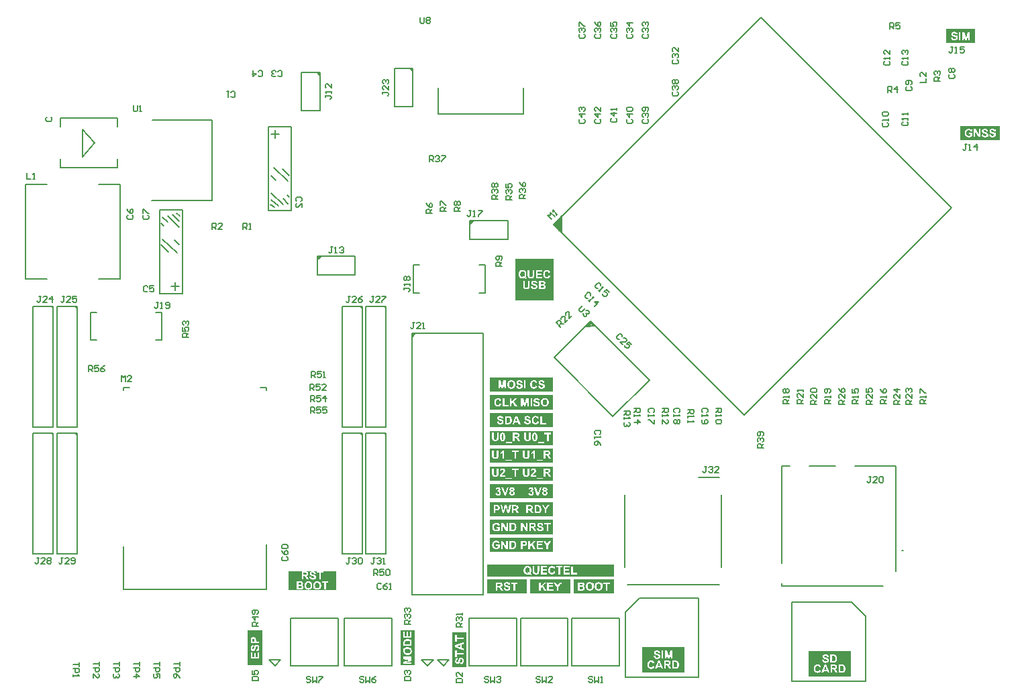
<source format=gto>
G04*
G04 #@! TF.GenerationSoftware,Altium Limited,Altium Designer,24.5.2 (23)*
G04*
G04 Layer_Color=65535*
%FSLAX25Y25*%
%MOIN*%
G70*
G04*
G04 #@! TF.SameCoordinates,91EA9AA5-0895-4C73-9A31-942236B58547*
G04*
G04*
G04 #@! TF.FilePolarity,Positive*
G04*
G01*
G75*
%ADD10C,0.00787*%
%ADD11C,0.00500*%
%ADD12C,0.00197*%
%ADD13C,0.00800*%
G36*
X216142Y13041D02*
X209055D01*
Y30266D01*
X216142D01*
Y13041D01*
D02*
G37*
G36*
X314961Y56989D02*
X251969D01*
Y63090D01*
X314961D01*
Y56989D01*
D02*
G37*
G36*
X284941Y87008D02*
X253445D01*
Y94095D01*
X284941D01*
Y87008D01*
D02*
G37*
G36*
X284941Y113583D02*
X253445D01*
Y120669D01*
X284941D01*
Y113583D01*
D02*
G37*
G36*
X167118Y57393D02*
Y59707D01*
X177165D01*
Y55522D01*
D01*
Y50529D01*
X153543D01*
Y55522D01*
Y59707D01*
X163836D01*
Y55522D01*
X167118D01*
Y56769D01*
X167112Y56909D01*
X167095Y57032D01*
X167065Y57142D01*
X167036Y57236D01*
X167007Y57311D01*
X166978Y57364D01*
X166961Y57399D01*
X166955Y57411D01*
X166891Y57504D01*
X166815Y57585D01*
X166739Y57655D01*
X166669Y57714D01*
X166605Y57760D01*
X166552Y57795D01*
X166517Y57819D01*
X166512Y57824D01*
X166506D01*
X166447Y57854D01*
X166389Y57883D01*
X166249Y57935D01*
X166103Y57982D01*
X165964Y58028D01*
X165899Y58046D01*
X165835Y58063D01*
X165777Y58081D01*
X165730Y58093D01*
X165690Y58104D01*
X165660Y58110D01*
X165637Y58116D01*
X165631D01*
X165526Y58145D01*
X165433Y58168D01*
X165346Y58192D01*
X165264Y58215D01*
X165200Y58238D01*
X165136Y58262D01*
X165083Y58285D01*
X165037Y58302D01*
X164996Y58320D01*
X164967Y58337D01*
X164937Y58349D01*
X164920Y58361D01*
X164891Y58378D01*
X164885Y58384D01*
X164844Y58425D01*
X164815Y58466D01*
X164798Y58507D01*
X164786Y58547D01*
X164774Y58577D01*
X164768Y58606D01*
Y58623D01*
Y58629D01*
X164774Y58687D01*
X164786Y58734D01*
X164809Y58780D01*
X164832Y58815D01*
X164856Y58845D01*
X164879Y58862D01*
X164891Y58874D01*
X164897Y58880D01*
X164978Y58932D01*
X165066Y58967D01*
X165159Y58996D01*
X165246Y59014D01*
X165322Y59025D01*
X165386Y59031D01*
X165445D01*
X165567Y59025D01*
X165672Y59008D01*
X165760Y58985D01*
X165830Y58961D01*
X165888Y58938D01*
X165929Y58915D01*
X165952Y58897D01*
X165958Y58891D01*
X166016Y58833D01*
X166068Y58763D01*
X166109Y58693D01*
X166139Y58617D01*
X166162Y58553D01*
X166174Y58501D01*
X166185Y58460D01*
Y58454D01*
Y58448D01*
X167001Y58477D01*
X166996Y58582D01*
X166978Y58676D01*
X166955Y58769D01*
X166926Y58851D01*
X166896Y58932D01*
X166861Y59008D01*
X166826Y59072D01*
X166791Y59136D01*
X166751Y59189D01*
X166716Y59235D01*
X166681Y59276D01*
X166651Y59311D01*
X166628Y59334D01*
X166611Y59352D01*
X166599Y59364D01*
X166593Y59369D01*
X166517Y59428D01*
X166436Y59480D01*
X166348Y59527D01*
X166255Y59568D01*
X166162Y59597D01*
X166068Y59626D01*
X165882Y59667D01*
X165795Y59678D01*
X165719Y59690D01*
X165643Y59696D01*
X165579Y59702D01*
X165526Y59707D01*
X167118D01*
Y57393D01*
D02*
G37*
G36*
X165287Y59702D02*
X165136Y59684D01*
X165002Y59661D01*
X164885Y59637D01*
X164832Y59620D01*
X164786Y59608D01*
X164751Y59597D01*
X164716Y59585D01*
X164693Y59573D01*
X164675Y59568D01*
X164664Y59562D01*
X164658D01*
X164541Y59503D01*
X164442Y59439D01*
X164355Y59369D01*
X164285Y59305D01*
X164226Y59247D01*
X164191Y59200D01*
X164162Y59165D01*
X164156Y59159D01*
Y59154D01*
X164098Y59054D01*
X164057Y58950D01*
X164028Y58851D01*
X164011Y58763D01*
X163999Y58687D01*
X163987Y58629D01*
Y58606D01*
Y58588D01*
Y58582D01*
Y58577D01*
X163993Y58489D01*
X164005Y58402D01*
X164022Y58326D01*
X164046Y58250D01*
X164104Y58110D01*
X164174Y57988D01*
X164203Y57935D01*
X164238Y57894D01*
X164267Y57854D01*
X164296Y57819D01*
X164320Y57795D01*
X164337Y57778D01*
X164349Y57766D01*
X164355Y57760D01*
X164407Y57719D01*
X164471Y57679D01*
X164535Y57638D01*
X164611Y57603D01*
X164757Y57533D01*
X164908Y57475D01*
X164984Y57451D01*
X165048Y57428D01*
X165112Y57411D01*
X165165Y57393D01*
X165206Y57381D01*
X165241Y57370D01*
X165264Y57364D01*
X165270D01*
X165363Y57341D01*
X165445Y57317D01*
X165521Y57300D01*
X165591Y57282D01*
X165649Y57265D01*
X165701Y57253D01*
X165748Y57236D01*
X165789Y57224D01*
X165824Y57218D01*
X165853Y57206D01*
X165894Y57195D01*
X165917Y57183D01*
X165923D01*
X165999Y57154D01*
X166057Y57125D01*
X166109Y57096D01*
X166150Y57067D01*
X166179Y57043D01*
X166197Y57026D01*
X166208Y57014D01*
X166214Y57008D01*
X166243Y56967D01*
X166267Y56927D01*
X166278Y56886D01*
X166290Y56851D01*
X166296Y56816D01*
X166302Y56787D01*
Y56769D01*
Y56763D01*
X166296Y56682D01*
X166273Y56612D01*
X166238Y56542D01*
X166203Y56484D01*
X166162Y56437D01*
X166133Y56402D01*
X166109Y56379D01*
X166098Y56373D01*
X166016Y56320D01*
X165923Y56279D01*
X165824Y56250D01*
X165730Y56233D01*
X165643Y56221D01*
X165573Y56209D01*
X165509D01*
X165375Y56215D01*
X165258Y56239D01*
X165159Y56268D01*
X165072Y56303D01*
X165002Y56338D01*
X164955Y56367D01*
X164926Y56390D01*
X164914Y56396D01*
X164838Y56478D01*
X164780Y56565D01*
X164728Y56664D01*
X164693Y56763D01*
X164664Y56851D01*
X164640Y56921D01*
X164634Y56944D01*
Y56967D01*
X164629Y56979D01*
Y56985D01*
X163836Y56909D01*
X163853Y56787D01*
X163876Y56670D01*
X163911Y56559D01*
X163941Y56460D01*
X163981Y56367D01*
X164022Y56279D01*
X164063Y56204D01*
X164104Y56134D01*
X164145Y56075D01*
X164185Y56023D01*
X164220Y55976D01*
X164255Y55936D01*
X164279Y55906D01*
X164302Y55889D01*
X164314Y55877D01*
X164320Y55871D01*
X164401Y55807D01*
X164489Y55755D01*
X164582Y55708D01*
X164681Y55667D01*
X164774Y55638D01*
X164873Y55609D01*
X165066Y55568D01*
X165153Y55551D01*
X165235Y55539D01*
X165305Y55533D01*
X165369Y55527D01*
X165421Y55522D01*
X163836D01*
Y59707D01*
X165456D01*
X165287Y59702D01*
D02*
G37*
G36*
X167118Y55522D02*
X165497D01*
X165684Y55527D01*
X165853Y55545D01*
X166004Y55568D01*
X166068Y55580D01*
X166133Y55597D01*
X166185Y55609D01*
X166232Y55621D01*
X166273Y55632D01*
X166307Y55644D01*
X166337Y55656D01*
X166354Y55661D01*
X166366Y55667D01*
X166372D01*
X166500Y55731D01*
X166605Y55801D01*
X166704Y55871D01*
X166780Y55947D01*
X166838Y56011D01*
X166885Y56070D01*
X166908Y56104D01*
X166920Y56110D01*
Y56116D01*
X166984Y56233D01*
X167036Y56344D01*
X167071Y56454D01*
X167095Y56559D01*
X167106Y56641D01*
X167112Y56682D01*
X167118Y56711D01*
Y55522D01*
D02*
G37*
G36*
X284941Y140157D02*
X253445D01*
Y147244D01*
X284941D01*
Y140157D01*
D02*
G37*
G36*
X285187Y204959D02*
Y194272D01*
X265994D01*
Y204959D01*
Y215177D01*
X285187D01*
Y204959D01*
D02*
G37*
G36*
X506890Y274016D02*
X487205D01*
Y281102D01*
X506890D01*
Y274016D01*
D02*
G37*
G36*
X494341Y322244D02*
X480069D01*
Y329331D01*
X494341D01*
Y322244D01*
D02*
G37*
G36*
X284941Y149016D02*
X253445D01*
Y156102D01*
X284941D01*
Y149016D01*
D02*
G37*
G36*
X241850Y12067D02*
X234764D01*
Y29292D01*
X241850D01*
Y12067D01*
D02*
G37*
G36*
X350113Y16149D02*
Y9371D01*
X329021D01*
Y16149D01*
Y22125D01*
X350113D01*
Y16149D01*
D02*
G37*
G36*
X284941Y95866D02*
X253445D01*
Y102953D01*
X284941D01*
Y95866D01*
D02*
G37*
G36*
X284941Y104724D02*
X253445D01*
Y111811D01*
X284941D01*
Y104724D01*
D02*
G37*
G36*
X140354Y13041D02*
X133268D01*
Y30266D01*
X140354D01*
Y13041D01*
D02*
G37*
G36*
X284941Y78150D02*
X253445D01*
Y85236D01*
X284941D01*
Y78150D01*
D02*
G37*
G36*
X314961Y48622D02*
X295276D01*
Y55709D01*
X314961D01*
Y48622D01*
D02*
G37*
G36*
X284941Y122441D02*
X253445D01*
Y129528D01*
X284941D01*
Y122441D01*
D02*
G37*
G36*
X284941Y69291D02*
X253445D01*
Y76378D01*
X284941D01*
Y69291D01*
D02*
G37*
G36*
X432790Y14180D02*
Y7402D01*
X411698D01*
Y14180D01*
Y20157D01*
X432790D01*
Y14180D01*
D02*
G37*
G36*
X284941Y131299D02*
X253445D01*
Y138386D01*
X284941D01*
Y131299D01*
D02*
G37*
G36*
X271654Y48622D02*
X251969D01*
Y55709D01*
X271654D01*
Y48622D01*
D02*
G37*
G36*
X293307D02*
X273622D01*
Y55709D01*
X293307D01*
Y48622D01*
D02*
G37*
%LPC*%
G36*
X214616Y29769D02*
X213933D01*
Y27519D01*
X212838D01*
Y29542D01*
X212155D01*
Y27519D01*
X211263D01*
Y29693D01*
X210581D01*
Y29769D01*
Y26702D01*
X214616D01*
Y29769D01*
D02*
G37*
G36*
Y26009D02*
Y24160D01*
X214610Y24318D01*
X214604Y24464D01*
X214592Y24586D01*
X214575Y24685D01*
X214557Y24767D01*
X214546Y24831D01*
X214540Y24848D01*
Y24866D01*
X214534Y24872D01*
Y24878D01*
X214487Y25006D01*
X214435Y25122D01*
X214383Y25216D01*
X214330Y25297D01*
X214283Y25361D01*
X214248Y25408D01*
X214225Y25437D01*
X214213Y25449D01*
X214103Y25548D01*
X213986Y25635D01*
X213864Y25711D01*
X213753Y25770D01*
X213648Y25816D01*
X213607Y25839D01*
X213572Y25851D01*
X213537Y25863D01*
X213514Y25875D01*
X213502Y25880D01*
X213496D01*
X213356Y25921D01*
X213211Y25956D01*
X213071Y25979D01*
X212937Y25991D01*
X212873Y25997D01*
X212814Y26003D01*
X212768D01*
X212721Y26009D01*
X212639D01*
X212435Y26003D01*
X212255Y25985D01*
X212167Y25979D01*
X212091Y25968D01*
X212016Y25956D01*
X211951Y25945D01*
X211893Y25927D01*
X211841Y25915D01*
X211794Y25904D01*
X211759Y25898D01*
X211730Y25886D01*
X211706Y25880D01*
X211695Y25875D01*
X211689D01*
X211549Y25822D01*
X211421Y25758D01*
X211310Y25694D01*
X211217Y25630D01*
X211141Y25577D01*
X211083Y25530D01*
X211048Y25501D01*
X211036Y25496D01*
Y25490D01*
X210943Y25391D01*
X210867Y25291D01*
X210803Y25187D01*
X210750Y25093D01*
X210710Y25012D01*
X210680Y24942D01*
X210675Y24918D01*
X210669Y24901D01*
X210663Y24889D01*
Y24883D01*
X210634Y24773D01*
X210616Y24650D01*
X210599Y24522D01*
X210593Y24399D01*
X210587Y24289D01*
X210581Y24242D01*
D01*
Y22633D01*
X214616D01*
Y26009D01*
D02*
G37*
G36*
X212645Y21992D02*
X212604D01*
X212424Y21986D01*
X212255Y21968D01*
X212097Y21945D01*
X211946Y21910D01*
X211811Y21869D01*
X211683Y21823D01*
X211567Y21776D01*
X211468Y21723D01*
X211374Y21671D01*
X211293Y21624D01*
X211223Y21578D01*
X211164Y21537D01*
X211123Y21508D01*
X211088Y21479D01*
X211071Y21461D01*
X211065Y21455D01*
X210966Y21350D01*
X210879Y21240D01*
X210803Y21123D01*
X210739Y21007D01*
X210686Y20884D01*
X210640Y20767D01*
X210605Y20651D01*
X210576Y20540D01*
X210552Y20435D01*
X210535Y20336D01*
X210523Y20249D01*
X210511Y20173D01*
Y20114D01*
X210506Y20068D01*
Y21992D01*
Y20027D01*
X210511Y19852D01*
X210529Y19683D01*
X210558Y19537D01*
X210587Y19409D01*
X210605Y19357D01*
X210616Y19304D01*
X210628Y19263D01*
X210645Y19228D01*
X210651Y19199D01*
X210663Y19176D01*
X210669Y19164D01*
Y19158D01*
X210715Y19053D01*
X210774Y18954D01*
X210838Y18867D01*
X210896Y18791D01*
X210949Y18727D01*
X210995Y18674D01*
X211024Y18645D01*
X211030Y18640D01*
X211036Y18634D01*
X211129Y18552D01*
X211228Y18476D01*
X211316Y18412D01*
X211403Y18360D01*
X211479Y18319D01*
X211537Y18284D01*
X211561Y18278D01*
X211578Y18266D01*
X211584Y18260D01*
X211590D01*
X211753Y18202D01*
X211928Y18156D01*
X212103Y18126D01*
X212266Y18103D01*
X212342Y18097D01*
X212412Y18091D01*
X212470Y18086D01*
X212523D01*
X212569Y18080D01*
X210506D01*
D01*
X214691D01*
D01*
X212628D01*
X212803Y18086D01*
X212972Y18103D01*
X213129Y18126D01*
X213275Y18161D01*
X213409Y18202D01*
X213531Y18249D01*
X213648Y18295D01*
X213747Y18348D01*
X213840Y18395D01*
X213916Y18441D01*
X213986Y18488D01*
X214044Y18529D01*
X214085Y18564D01*
X214120Y18587D01*
X214138Y18605D01*
X214143Y18610D01*
X214243Y18715D01*
X214324Y18826D01*
X214400Y18937D01*
X214458Y19059D01*
X214511Y19176D01*
X214557Y19298D01*
X214592Y19409D01*
X214621Y19526D01*
X214645Y19631D01*
X214662Y19730D01*
X214674Y19817D01*
X214680Y19893D01*
X214686Y19951D01*
X214691Y19998D01*
Y20039D01*
X214686Y20202D01*
X214668Y20354D01*
X214639Y20499D01*
X214604Y20633D01*
X214563Y20762D01*
X214516Y20878D01*
X214470Y20983D01*
X214417Y21082D01*
X214365Y21164D01*
X214318Y21240D01*
X214272Y21304D01*
X214231Y21356D01*
X214196Y21403D01*
X214167Y21432D01*
X214149Y21450D01*
X214143Y21455D01*
X214033Y21549D01*
X213916Y21630D01*
X213794Y21706D01*
X213671Y21764D01*
X213543Y21817D01*
X213415Y21863D01*
X213286Y21898D01*
X213164Y21928D01*
X213053Y21945D01*
X212942Y21963D01*
X212849Y21974D01*
X212768Y21986D01*
X212698D01*
X212645Y21992D01*
D02*
G37*
%LPD*%
G36*
X214616Y15870D02*
X211444Y16663D01*
X214616Y16669D01*
Y15870D01*
D02*
G37*
%LPC*%
G36*
Y17421D02*
X210581D01*
Y16197D01*
X213339Y15480D01*
X210581Y14757D01*
Y13538D01*
X214616D01*
Y17421D01*
D02*
G37*
%LPD*%
G36*
X212768Y25163D02*
X212919Y25157D01*
X213042Y25140D01*
X213146Y25128D01*
X213234Y25111D01*
X213269Y25105D01*
X213292Y25093D01*
X213316Y25087D01*
X213333D01*
X213339Y25082D01*
X213345D01*
X213438Y25047D01*
X213520Y25017D01*
X213584Y24977D01*
X213636Y24948D01*
X213677Y24918D01*
X213706Y24895D01*
X213724Y24878D01*
X213730Y24872D01*
X213770Y24819D01*
X213805Y24767D01*
X213834Y24714D01*
X213858Y24662D01*
X213875Y24615D01*
X213887Y24580D01*
X213899Y24557D01*
Y24545D01*
X213910Y24481D01*
X213916Y24405D01*
X213928Y24324D01*
Y24242D01*
X213933Y24166D01*
Y23449D01*
X211263D01*
Y23980D01*
X211269Y24056D01*
Y24126D01*
X211275Y24184D01*
Y24236D01*
X211281Y24289D01*
Y24330D01*
X211293Y24394D01*
X211298Y24440D01*
X211304Y24469D01*
Y24475D01*
X211328Y24557D01*
X211357Y24627D01*
X211386Y24691D01*
X211421Y24749D01*
X211450Y24790D01*
X211473Y24825D01*
X211491Y24843D01*
X211497Y24848D01*
X211555Y24901D01*
X211619Y24948D01*
X211683Y24988D01*
X211741Y25023D01*
X211800Y25047D01*
X211846Y25064D01*
X211876Y25076D01*
X211881Y25082D01*
X211887D01*
X211992Y25111D01*
X212103Y25134D01*
X212225Y25146D01*
X212342Y25157D01*
X212441Y25163D01*
X212488Y25169D01*
X212528D01*
X212558D01*
X212581D01*
X212598D01*
X212604D01*
X212768Y25163D01*
D02*
G37*
G36*
X212715Y21146D02*
X212838Y21140D01*
X212948Y21123D01*
X213047Y21106D01*
X213146Y21082D01*
X213234Y21053D01*
X213310Y21024D01*
X213380Y20995D01*
X213444Y20966D01*
X213496Y20936D01*
X213543Y20913D01*
X213584Y20884D01*
X213613Y20866D01*
X213630Y20849D01*
X213642Y20843D01*
X213648Y20837D01*
X213712Y20779D01*
X213765Y20715D01*
X213811Y20645D01*
X213852Y20581D01*
X213881Y20511D01*
X213910Y20447D01*
X213951Y20319D01*
X213980Y20208D01*
X213986Y20161D01*
X213992Y20120D01*
X213998Y20085D01*
Y20039D01*
X213992Y19951D01*
X213980Y19864D01*
X213963Y19782D01*
X213939Y19706D01*
X213887Y19566D01*
X213817Y19456D01*
X213788Y19403D01*
X213753Y19362D01*
X213724Y19322D01*
X213695Y19292D01*
X213677Y19269D01*
X213660Y19252D01*
X213648Y19240D01*
X213642Y19234D01*
X213572Y19182D01*
X213496Y19129D01*
X213415Y19088D01*
X213327Y19053D01*
X213158Y18995D01*
X212989Y18960D01*
X212908Y18948D01*
X212838Y18937D01*
X212768Y18931D01*
X212709Y18925D01*
X212663Y18919D01*
X212628D01*
X212604D01*
X212598D01*
X212470Y18925D01*
X212354Y18931D01*
X212243Y18948D01*
X212138Y18966D01*
X212045Y18989D01*
X211957Y19013D01*
X211881Y19042D01*
X211811Y19071D01*
X211747Y19100D01*
X211695Y19129D01*
X211654Y19152D01*
X211613Y19176D01*
X211584Y19193D01*
X211567Y19211D01*
X211555Y19217D01*
X211549Y19222D01*
X211485Y19281D01*
X211433Y19345D01*
X211386Y19415D01*
X211345Y19479D01*
X211310Y19549D01*
X211287Y19619D01*
X211240Y19747D01*
X211217Y19864D01*
X211211Y19910D01*
X211205Y19957D01*
X211199Y19992D01*
Y20039D01*
X211205Y20132D01*
X211217Y20219D01*
X211228Y20301D01*
X211252Y20377D01*
X211310Y20511D01*
X211339Y20575D01*
X211368Y20628D01*
X211403Y20680D01*
X211433Y20721D01*
X211462Y20756D01*
X211491Y20791D01*
X211514Y20814D01*
X211526Y20831D01*
X211537Y20837D01*
X211543Y20843D01*
X211613Y20896D01*
X211689Y20948D01*
X211765Y20989D01*
X211852Y21024D01*
X212027Y21076D01*
X212196Y21111D01*
X212272Y21129D01*
X212348Y21135D01*
X212412Y21140D01*
X212470Y21146D01*
X212523Y21152D01*
X212558D01*
X212581D01*
X212587D01*
X212715Y21146D01*
D02*
G37*
G36*
X214616Y14290D02*
X211444D01*
X214616Y15083D01*
Y14290D01*
D02*
G37*
%LPC*%
G36*
X285951Y62301D02*
D01*
Y59427D01*
X285158Y59672D01*
X285111Y59515D01*
X285059Y59381D01*
X285007Y59270D01*
X284948Y59176D01*
X284902Y59107D01*
X284861Y59060D01*
X284832Y59031D01*
X284820Y59019D01*
X284727Y58949D01*
X284633Y58903D01*
X284540Y58868D01*
X284459Y58838D01*
X284383Y58827D01*
X284319Y58821D01*
X284295Y58815D01*
X284266D01*
X284185Y58821D01*
X284109Y58827D01*
X283969Y58868D01*
X283846Y58914D01*
X283747Y58978D01*
X283666Y59037D01*
X283607Y59083D01*
X283584Y59107D01*
X283567Y59124D01*
X283561Y59130D01*
X283555Y59136D01*
X283508Y59200D01*
X283468Y59276D01*
X283427Y59357D01*
X283398Y59445D01*
X283351Y59626D01*
X283316Y59806D01*
X283304Y59894D01*
X283298Y59969D01*
X283287Y60045D01*
Y60109D01*
X283281Y60156D01*
Y60197D01*
Y60226D01*
Y60232D01*
X283287Y60366D01*
X283293Y60488D01*
X283304Y60599D01*
X283322Y60704D01*
X283345Y60797D01*
X283368Y60885D01*
X283392Y60961D01*
X283421Y61031D01*
X283444Y61089D01*
X283468Y61141D01*
X283491Y61182D01*
X283514Y61217D01*
X283532Y61246D01*
X283543Y61264D01*
X283555Y61275D01*
Y61281D01*
X283607Y61339D01*
X283666Y61392D01*
X283724Y61433D01*
X283788Y61468D01*
X283911Y61526D01*
X284027Y61567D01*
X284126Y61590D01*
X284173Y61596D01*
X284208Y61602D01*
X284243Y61608D01*
X284284D01*
X284400Y61602D01*
X284505Y61579D01*
X284598Y61549D01*
X284680Y61514D01*
X284744Y61479D01*
X284791Y61450D01*
X284820Y61427D01*
X284832Y61421D01*
X284908Y61351D01*
X284978Y61269D01*
X285030Y61188D01*
X285071Y61106D01*
X285100Y61036D01*
X285117Y60984D01*
X285129Y60961D01*
Y60943D01*
X285135Y60937D01*
Y60931D01*
X285939Y61124D01*
X285881Y61293D01*
X285817Y61439D01*
X285747Y61567D01*
X285683Y61672D01*
X285619Y61753D01*
X285595Y61788D01*
X285572Y61818D01*
X285555Y61835D01*
X285537Y61853D01*
X285531Y61864D01*
X285525D01*
X285438Y61940D01*
X285339Y62010D01*
X285246Y62068D01*
X285146Y62115D01*
X285042Y62161D01*
X284943Y62196D01*
X284843Y62226D01*
X284750Y62249D01*
X284663Y62266D01*
X284581Y62278D01*
X284511Y62290D01*
X284447Y62296D01*
X284395Y62301D01*
X284325D01*
X284173Y62296D01*
X284021Y62278D01*
X283887Y62249D01*
X283753Y62214D01*
X283637Y62173D01*
X283520Y62126D01*
X283421Y62074D01*
X283328Y62022D01*
X283240Y61969D01*
X283170Y61917D01*
X283106Y61870D01*
X283054Y61829D01*
X283013Y61794D01*
X282984Y61765D01*
X282966Y61748D01*
X282960Y61742D01*
X282867Y61631D01*
X282791Y61514D01*
X282721Y61392D01*
X282663Y61264D01*
X282611Y61130D01*
X282570Y61001D01*
X282535Y60873D01*
X282505Y60751D01*
X282482Y60628D01*
X282471Y60523D01*
X282459Y60424D01*
X282447Y60343D01*
Y60273D01*
X282441Y60220D01*
Y60173D01*
X282447Y59999D01*
X282465Y59835D01*
X282488Y59678D01*
X282523Y59538D01*
X282558Y59404D01*
X282605Y59276D01*
X282651Y59165D01*
X282698Y59066D01*
X282745Y58973D01*
X282791Y58891D01*
X282838Y58827D01*
X282873Y58768D01*
X282908Y58728D01*
X282931Y58693D01*
X282949Y58675D01*
X282954Y58669D01*
X283054Y58570D01*
X283158Y58489D01*
X283269Y58413D01*
X283380Y58355D01*
X283491Y58302D01*
X283602Y58255D01*
X283706Y58220D01*
X283806Y58191D01*
X283905Y58168D01*
X283992Y58151D01*
X284074Y58139D01*
X284138Y58133D01*
X284196Y58127D01*
X284237Y58121D01*
X282441D01*
D01*
X285951D01*
Y62301D01*
D02*
G37*
G36*
X293169Y62226D02*
D01*
Y59334D01*
Y62226D01*
D02*
G37*
G36*
X281893D02*
D01*
Y59305D01*
Y62226D01*
D02*
G37*
G36*
X277964Y62226D02*
X276355D01*
X277148D01*
Y59987D01*
Y59899D01*
Y59818D01*
X277142Y59742D01*
Y59672D01*
X277136Y59614D01*
Y59556D01*
X277130Y59503D01*
Y59456D01*
X277119Y59386D01*
X277113Y59334D01*
X277107Y59305D01*
Y59293D01*
X277090Y59217D01*
X277060Y59153D01*
X277025Y59095D01*
X276990Y59042D01*
X276955Y59002D01*
X276926Y58973D01*
X276903Y58955D01*
X276897Y58949D01*
X276827Y58903D01*
X276740Y58868D01*
X276658Y58844D01*
X276571Y58827D01*
X276495Y58815D01*
X276436Y58809D01*
X276378D01*
X276256Y58815D01*
X276151Y58833D01*
X276058Y58856D01*
X275976Y58885D01*
X275918Y58908D01*
X275871Y58932D01*
X275848Y58949D01*
X275836Y58955D01*
X275772Y59013D01*
X275719Y59083D01*
X275673Y59147D01*
X275644Y59211D01*
X275620Y59270D01*
X275603Y59316D01*
X275591Y59346D01*
Y59357D01*
X275585Y59392D01*
X275580Y59427D01*
Y59474D01*
X275574Y59526D01*
X275568Y59637D01*
Y59754D01*
X275562Y59859D01*
Y59905D01*
Y59952D01*
Y59987D01*
Y60010D01*
Y60028D01*
Y60034D01*
Y62226D01*
X274746D01*
Y59946D01*
X274752Y59829D01*
Y59719D01*
X274758Y59620D01*
X274763Y59526D01*
X274769Y59445D01*
X274775Y59369D01*
X274787Y59299D01*
X274793Y59241D01*
X274798Y59188D01*
X274804Y59141D01*
X274810Y59107D01*
X274816Y59077D01*
Y59060D01*
X274822Y59048D01*
Y59042D01*
X274851Y58955D01*
X274880Y58873D01*
X274921Y58798D01*
X274956Y58733D01*
X274991Y58675D01*
X275020Y58628D01*
X275043Y58605D01*
X275049Y58593D01*
X275119Y58518D01*
X275195Y58448D01*
X275276Y58390D01*
X275352Y58337D01*
X275416Y58296D01*
X275475Y58267D01*
X275510Y58250D01*
X275515Y58244D01*
X275521D01*
X275580Y58220D01*
X275644Y58203D01*
X275789Y58168D01*
X275935Y58145D01*
X276075Y58133D01*
X276139Y58127D01*
X276203Y58121D01*
X276256D01*
X276308Y58116D01*
X277964D01*
Y62226D01*
D02*
G37*
G36*
X294696Y62196D02*
X293880D01*
Y58191D01*
X296725D01*
Y58885D01*
Y58873D01*
X294696D01*
Y62196D01*
D02*
G37*
G36*
X293093Y62226D02*
X290102D01*
Y58191D01*
X293169D01*
Y58908D01*
Y58873D01*
X290918D01*
Y59969D01*
X292941D01*
Y60651D01*
X290918D01*
Y61544D01*
X293093D01*
Y62226D01*
D02*
G37*
G36*
X289571D02*
X286371D01*
Y61544D01*
X287566D01*
Y58191D01*
X286371D01*
D01*
X289571D01*
Y62226D01*
D02*
G37*
G36*
X281818D02*
X278827Y62226D01*
Y58191D01*
X281893Y58191D01*
Y58949D01*
Y58873D01*
X279643Y58873D01*
Y59969D01*
X281666Y59969D01*
Y60651D01*
X279643Y60651D01*
Y61544D01*
X281818Y61544D01*
Y62226D01*
D02*
G37*
G36*
X274268Y62301D02*
D01*
Y57777D01*
D01*
D01*
Y62301D01*
D02*
G37*
G36*
X274268D02*
X272163D01*
X272000Y62296D01*
X271843Y62278D01*
X271697Y62249D01*
X271557Y62214D01*
X271428Y62173D01*
X271312Y62126D01*
X271207Y62074D01*
X271108Y62027D01*
X271020Y61975D01*
X270945Y61923D01*
X270881Y61876D01*
X270828Y61835D01*
X270781Y61800D01*
X270752Y61771D01*
X270735Y61753D01*
X270729Y61748D01*
X270636Y61643D01*
X270554Y61526D01*
X270484Y61404D01*
X270426Y61275D01*
X270373Y61147D01*
X270333Y61019D01*
X270298Y60896D01*
X270268Y60774D01*
X270251Y60657D01*
X270233Y60552D01*
X270222Y60453D01*
X270210Y60372D01*
Y60302D01*
X270204Y60255D01*
Y60208D01*
X270210Y60028D01*
X270228Y59859D01*
X270251Y59695D01*
X270286Y59544D01*
X270327Y59410D01*
X270373Y59281D01*
X270420Y59165D01*
X270467Y59060D01*
X270513Y58973D01*
X270566Y58891D01*
X270606Y58821D01*
X270647Y58763D01*
X270682Y58722D01*
X270706Y58687D01*
X270723Y58669D01*
X270729Y58663D01*
X270834Y58564D01*
X270945Y58483D01*
X271061Y58407D01*
X271178Y58349D01*
X271300Y58296D01*
X271423Y58250D01*
X271539Y58215D01*
X271656Y58185D01*
X271761Y58162D01*
X271866Y58145D01*
X271953Y58133D01*
X272035Y58127D01*
X272099Y58121D01*
X272146Y58116D01*
X272186D01*
X272361Y58121D01*
X272525Y58145D01*
X272676Y58168D01*
X272804Y58203D01*
X272863Y58215D01*
X272909Y58232D01*
X272956Y58244D01*
X272991Y58261D01*
X273020Y58267D01*
X273043Y58279D01*
X273055Y58284D01*
X273061D01*
X273148Y58226D01*
X273230Y58174D01*
X273300Y58127D01*
X273358Y58092D01*
X273411Y58057D01*
X273457Y58028D01*
X273492Y58005D01*
X273521Y57987D01*
X273545Y57970D01*
X273568Y57958D01*
X273591Y57941D01*
X273603Y57935D01*
X273731Y57871D01*
X273796Y57841D01*
X273848Y57818D01*
X273895Y57801D01*
X273935Y57789D01*
X273959Y57777D01*
X273965D01*
X274268Y58360D01*
X274139Y58413D01*
X274017Y58465D01*
X273906Y58524D01*
X273807Y58576D01*
X273726Y58623D01*
X273667Y58663D01*
X273644Y58675D01*
X273626Y58687D01*
X273621Y58698D01*
X273615D01*
X273696Y58803D01*
X273772Y58908D01*
X273831Y59013D01*
X273877Y59101D01*
X273918Y59176D01*
X273941Y59235D01*
X273953Y59258D01*
X273959Y59276D01*
X273965Y59281D01*
Y59287D01*
X274017Y59439D01*
X274052Y59596D01*
X274081Y59754D01*
X274099Y59899D01*
X274104Y59964D01*
X274110Y60022D01*
Y60074D01*
X274116Y60121D01*
Y60156D01*
Y60185D01*
Y60203D01*
Y60208D01*
X274110Y60389D01*
X274093Y60558D01*
X274069Y60721D01*
X274035Y60867D01*
X273994Y61007D01*
X273947Y61130D01*
X273901Y61246D01*
X273854Y61351D01*
X273801Y61444D01*
X273755Y61520D01*
X273708Y61590D01*
X273667Y61648D01*
X273632Y61689D01*
X273609Y61724D01*
X273591Y61742D01*
X273586Y61748D01*
X273481Y61847D01*
X273376Y61928D01*
X273259Y62004D01*
X273143Y62068D01*
X273026Y62121D01*
X272903Y62167D01*
X272787Y62202D01*
X272676Y62231D01*
X272571Y62255D01*
X272478Y62272D01*
X272385Y62284D01*
X272315Y62296D01*
X272251D01*
X272204Y62301D01*
X274268D01*
D02*
G37*
%LPD*%
G36*
X285951Y58121D02*
X284272D01*
X284395Y58127D01*
X284505Y58133D01*
X284616Y58151D01*
X284715Y58174D01*
X284808Y58197D01*
X284896Y58220D01*
X284978Y58250D01*
X285053Y58285D01*
X285117Y58314D01*
X285176Y58343D01*
X285228Y58366D01*
X285269Y58390D01*
X285304Y58413D01*
X285327Y58430D01*
X285339Y58436D01*
X285345Y58442D01*
X285420Y58506D01*
X285490Y58576D01*
X285619Y58733D01*
X285724Y58897D01*
X285805Y59054D01*
X285840Y59130D01*
X285870Y59200D01*
X285893Y59264D01*
X285916Y59316D01*
X285934Y59363D01*
X285945Y59398D01*
X285951Y59421D01*
Y58121D01*
D02*
G37*
G36*
X277964Y58116D02*
X276401D01*
X276571Y58121D01*
X276722Y58133D01*
X276856Y58156D01*
X276967Y58180D01*
X277014Y58185D01*
X277060Y58197D01*
X277095Y58209D01*
X277124Y58220D01*
X277148Y58226D01*
X277165Y58232D01*
X277171Y58238D01*
X277177D01*
X277282Y58284D01*
X277375Y58343D01*
X277457Y58395D01*
X277527Y58448D01*
X277579Y58494D01*
X277620Y58529D01*
X277643Y58553D01*
X277649Y58564D01*
X277713Y58646D01*
X277766Y58733D01*
X277807Y58815D01*
X277841Y58897D01*
X277865Y58967D01*
X277882Y59025D01*
X277888Y59042D01*
Y59060D01*
X277894Y59066D01*
Y59072D01*
X277906Y59136D01*
X277917Y59206D01*
X277929Y59281D01*
X277935Y59357D01*
X277946Y59532D01*
X277958Y59701D01*
Y59777D01*
Y59853D01*
X277964Y59923D01*
Y58116D01*
D02*
G37*
G36*
X289571Y58191D02*
X288382D01*
Y61544D01*
X289571D01*
Y58191D01*
D02*
G37*
G36*
X272251Y61602D02*
X272338Y61590D01*
X272420Y61573D01*
X272495Y61555D01*
X272635Y61497D01*
X272694Y61468D01*
X272752Y61433D01*
X272799Y61398D01*
X272845Y61369D01*
X272880Y61339D01*
X272909Y61310D01*
X272938Y61293D01*
X272956Y61275D01*
X272962Y61264D01*
X272968Y61258D01*
X273020Y61188D01*
X273073Y61112D01*
X273113Y61031D01*
X273148Y60949D01*
X273201Y60774D01*
X273236Y60605D01*
X273253Y60523D01*
X273259Y60448D01*
X273265Y60383D01*
X273271Y60325D01*
X273277Y60278D01*
Y60238D01*
Y60214D01*
Y60208D01*
X273271Y60086D01*
X273265Y59969D01*
X273253Y59864D01*
X273236Y59777D01*
X273218Y59701D01*
X273207Y59649D01*
X273201Y59614D01*
X273195Y59608D01*
Y59602D01*
X273160Y59509D01*
X273125Y59421D01*
X273084Y59346D01*
X273043Y59281D01*
X273008Y59229D01*
X272979Y59188D01*
X272962Y59159D01*
X272956Y59153D01*
X272822Y59252D01*
X272682Y59340D01*
X272554Y59410D01*
X272437Y59468D01*
X272338Y59515D01*
X272297Y59532D01*
X272262Y59550D01*
X272233Y59561D01*
X272210Y59567D01*
X272198Y59573D01*
X272192D01*
X271965Y59101D01*
X272058Y59066D01*
X272151Y59019D01*
X272233Y58978D01*
X272309Y58938D01*
X272373Y58903D01*
X272426Y58873D01*
X272455Y58850D01*
X272466Y58844D01*
X272350Y58815D01*
X272291Y58803D01*
X272239Y58798D01*
X272198D01*
X272163Y58792D01*
X272134D01*
X272046Y58798D01*
X271965Y58809D01*
X271889Y58827D01*
X271813Y58844D01*
X271679Y58903D01*
X271568Y58967D01*
X271516Y59002D01*
X271475Y59031D01*
X271440Y59060D01*
X271411Y59089D01*
X271382Y59107D01*
X271364Y59124D01*
X271359Y59136D01*
X271353Y59141D01*
X271300Y59211D01*
X271254Y59287D01*
X271207Y59375D01*
X271172Y59456D01*
X271119Y59637D01*
X271085Y59806D01*
X271067Y59888D01*
X271061Y59964D01*
X271055Y60034D01*
X271050Y60092D01*
X271044Y60138D01*
Y60179D01*
Y60203D01*
Y60208D01*
X271050Y60337D01*
X271055Y60453D01*
X271073Y60564D01*
X271090Y60669D01*
X271114Y60762D01*
X271143Y60850D01*
X271172Y60926D01*
X271201Y60996D01*
X271224Y61060D01*
X271254Y61112D01*
X271283Y61153D01*
X271306Y61194D01*
X271324Y61223D01*
X271341Y61240D01*
X271347Y61252D01*
X271353Y61258D01*
X271411Y61322D01*
X271475Y61374D01*
X271539Y61421D01*
X271609Y61462D01*
X271679Y61497D01*
X271743Y61520D01*
X271872Y61567D01*
X271982Y61590D01*
X272035Y61596D01*
X272076Y61602D01*
X272111Y61608D01*
X272157D01*
X272251Y61602D01*
D02*
G37*
%LPC*%
G36*
X283080Y92568D02*
X282141D01*
X281214Y90971D01*
X280264Y92568D01*
X279314D01*
X280789Y90231D01*
Y88534D01*
X281605D01*
Y90225D01*
X283080Y92568D01*
D02*
G37*
G36*
X263963D02*
X263141D01*
X262523Y89747D01*
X261824Y92568D01*
X260844D01*
X260110Y89793D01*
X259504Y92568D01*
X258670D01*
X259626Y88534D01*
X260512D01*
X261317Y91548D01*
X262109Y88534D01*
X262990D01*
X263963Y92568D01*
D02*
G37*
G36*
X277273D02*
X275664D01*
Y88534D01*
X277192D01*
X277349Y88540D01*
X277495Y88546D01*
X277617Y88557D01*
X277716Y88575D01*
X277798Y88592D01*
X277862Y88604D01*
X277880Y88610D01*
X277897D01*
X277903Y88616D01*
X277909D01*
X278037Y88662D01*
X278154Y88715D01*
X278247Y88767D01*
X278328Y88820D01*
X278393Y88866D01*
X278439Y88901D01*
X278468Y88925D01*
X278480Y88936D01*
X278579Y89047D01*
X278667Y89164D01*
X278743Y89286D01*
X278801Y89397D01*
X278847Y89502D01*
X278871Y89543D01*
X278882Y89578D01*
X278894Y89613D01*
X278906Y89636D01*
X278911Y89648D01*
Y89653D01*
X278952Y89793D01*
X278987Y89939D01*
X279011Y90079D01*
X279022Y90213D01*
X279028Y90277D01*
X279034Y90336D01*
Y90382D01*
X279040Y90429D01*
Y90510D01*
X279034Y90714D01*
X279016Y90895D01*
X279011Y90983D01*
X278999Y91058D01*
X278987Y91134D01*
X278976Y91198D01*
X278958Y91257D01*
X278946Y91309D01*
X278935Y91356D01*
X278929Y91391D01*
X278917Y91420D01*
X278911Y91443D01*
X278906Y91455D01*
Y91461D01*
X278853Y91601D01*
X278789Y91729D01*
X278725Y91840D01*
X278661Y91933D01*
X278608Y92009D01*
X278562Y92067D01*
X278533Y92102D01*
X278527Y92114D01*
X278521D01*
X278422Y92207D01*
X278323Y92283D01*
X278218Y92347D01*
X278124Y92399D01*
X278043Y92440D01*
X277973Y92469D01*
X277950Y92475D01*
X277932Y92481D01*
X277920Y92487D01*
X277915D01*
X277804Y92516D01*
X277681Y92533D01*
X277553Y92551D01*
X277431Y92557D01*
X277320Y92563D01*
X277273Y92568D01*
D02*
G37*
G36*
X273414D02*
X271595D01*
Y88534D01*
X272411D01*
Y90219D01*
X272673D01*
X272755Y90213D01*
X272825Y90207D01*
X272883Y90196D01*
X272930Y90190D01*
X272959Y90178D01*
X272977Y90172D01*
X272982D01*
X273029Y90149D01*
X273076Y90126D01*
X273116Y90096D01*
X273157Y90073D01*
X273186Y90044D01*
X273210Y90021D01*
X273221Y90009D01*
X273227Y90003D01*
X273251Y89974D01*
X273280Y89945D01*
X273344Y89857D01*
X273414Y89764D01*
X273490Y89659D01*
X273554Y89566D01*
X273583Y89519D01*
X273606Y89484D01*
X273629Y89455D01*
X273647Y89432D01*
X273653Y89414D01*
X273659Y89408D01*
X274242Y88534D01*
X275221D01*
X274726Y89321D01*
X274673Y89403D01*
X274621Y89484D01*
X274574Y89554D01*
X274527Y89618D01*
X274486Y89677D01*
X274452Y89735D01*
X274382Y89822D01*
X274329Y89892D01*
X274294Y89939D01*
X274265Y89968D01*
X274259Y89974D01*
X274195Y90044D01*
X274119Y90108D01*
X274049Y90161D01*
X273979Y90213D01*
X273921Y90254D01*
X273874Y90283D01*
X273839Y90306D01*
X273834Y90312D01*
X273828D01*
X273927Y90330D01*
X274014Y90353D01*
X274096Y90376D01*
X274178Y90405D01*
X274248Y90435D01*
X274312Y90464D01*
X274376Y90493D01*
X274428Y90528D01*
X274475Y90557D01*
X274516Y90586D01*
X274551Y90615D01*
X274574Y90639D01*
X274597Y90656D01*
X274615Y90674D01*
X274621Y90679D01*
X274626Y90685D01*
X274673Y90744D01*
X274714Y90802D01*
X274784Y90930D01*
X274831Y91053D01*
X274860Y91175D01*
X274883Y91280D01*
X274889Y91321D01*
Y91361D01*
X274895Y91391D01*
Y91420D01*
Y91431D01*
Y91437D01*
X274889Y91566D01*
X274866Y91688D01*
X274836Y91793D01*
X274807Y91886D01*
X274772Y91962D01*
X274743Y92020D01*
X274731Y92038D01*
X274720Y92055D01*
X274714Y92061D01*
Y92067D01*
X274644Y92166D01*
X274568Y92248D01*
X274492Y92312D01*
X274417Y92370D01*
X274347Y92405D01*
X274294Y92434D01*
X274259Y92452D01*
X274253Y92458D01*
X274248D01*
X274189Y92475D01*
X274125Y92493D01*
X273979Y92522D01*
X273822Y92539D01*
X273670Y92557D01*
X273595D01*
X273530Y92563D01*
X273466D01*
X273414Y92568D01*
D02*
G37*
G36*
X266208D02*
X264389D01*
Y88534D01*
X265205D01*
Y90219D01*
X265468D01*
X265549Y90213D01*
X265619Y90207D01*
X265677Y90196D01*
X265724Y90190D01*
X265753Y90178D01*
X265771Y90172D01*
X265776D01*
X265823Y90149D01*
X265870Y90126D01*
X265911Y90096D01*
X265951Y90073D01*
X265981Y90044D01*
X266004Y90021D01*
X266016Y90009D01*
X266021Y90003D01*
X266045Y89974D01*
X266074Y89945D01*
X266138Y89857D01*
X266208Y89764D01*
X266284Y89659D01*
X266348Y89566D01*
X266377Y89519D01*
X266400Y89484D01*
X266424Y89455D01*
X266441Y89432D01*
X266447Y89414D01*
X266453Y89408D01*
X267036Y88534D01*
X268015D01*
X267520Y89321D01*
X267467Y89403D01*
X267415Y89484D01*
X267368Y89554D01*
X267321Y89618D01*
X267281Y89677D01*
X267246Y89735D01*
X267176Y89822D01*
X267123Y89892D01*
X267088Y89939D01*
X267059Y89968D01*
X267053Y89974D01*
X266989Y90044D01*
X266913Y90108D01*
X266843Y90161D01*
X266774Y90213D01*
X266715Y90254D01*
X266669Y90283D01*
X266634Y90306D01*
X266628Y90312D01*
X266622D01*
X266721Y90330D01*
X266808Y90353D01*
X266890Y90376D01*
X266972Y90405D01*
X267042Y90435D01*
X267106Y90464D01*
X267170Y90493D01*
X267222Y90528D01*
X267269Y90557D01*
X267310Y90586D01*
X267345Y90615D01*
X267368Y90639D01*
X267391Y90656D01*
X267409Y90674D01*
X267415Y90679D01*
X267421Y90685D01*
X267467Y90744D01*
X267508Y90802D01*
X267578Y90930D01*
X267625Y91053D01*
X267654Y91175D01*
X267677Y91280D01*
X267683Y91321D01*
Y91361D01*
X267689Y91391D01*
Y91420D01*
Y91431D01*
Y91437D01*
X267683Y91566D01*
X267660Y91688D01*
X267631Y91793D01*
X267601Y91886D01*
X267566Y91962D01*
X267537Y92020D01*
X267526Y92038D01*
X267514Y92055D01*
X267508Y92061D01*
Y92067D01*
X267438Y92166D01*
X267362Y92248D01*
X267286Y92312D01*
X267211Y92370D01*
X267141Y92405D01*
X267088Y92434D01*
X267053Y92452D01*
X267048Y92458D01*
X267042D01*
X266983Y92475D01*
X266919Y92493D01*
X266774Y92522D01*
X266616Y92539D01*
X266464Y92557D01*
X266389D01*
X266324Y92563D01*
X266260D01*
X266208Y92568D01*
D02*
G37*
G36*
X256792D02*
X255306D01*
Y88534D01*
X256122D01*
Y90056D01*
X256845D01*
X256932Y90061D01*
X257014D01*
X257090Y90067D01*
X257160Y90073D01*
X257224Y90079D01*
X257276Y90085D01*
X257329D01*
X257370Y90091D01*
X257411Y90096D01*
X257440Y90102D01*
X257463D01*
X257480Y90108D01*
X257492D01*
X257574Y90131D01*
X257649Y90161D01*
X257719Y90190D01*
X257784Y90225D01*
X257836Y90254D01*
X257877Y90277D01*
X257900Y90295D01*
X257912Y90301D01*
X257988Y90359D01*
X258052Y90423D01*
X258116Y90493D01*
X258163Y90551D01*
X258203Y90610D01*
X258232Y90656D01*
X258250Y90685D01*
X258256Y90697D01*
X258302Y90796D01*
X258337Y90901D01*
X258361Y91012D01*
X258378Y91111D01*
X258390Y91193D01*
Y91233D01*
X258396Y91262D01*
Y91327D01*
X258384Y91496D01*
X258361Y91653D01*
X258320Y91781D01*
X258279Y91898D01*
X258256Y91945D01*
X258232Y91985D01*
X258215Y92020D01*
X258192Y92055D01*
X258180Y92079D01*
X258168Y92096D01*
X258157Y92102D01*
Y92108D01*
X258063Y92213D01*
X257970Y92300D01*
X257871Y92370D01*
X257784Y92423D01*
X257702Y92458D01*
X257638Y92487D01*
X257614Y92493D01*
X257597Y92498D01*
X257585Y92504D01*
X257580D01*
X257533Y92516D01*
X257475Y92528D01*
X257405Y92533D01*
X257335Y92539D01*
X257172Y92551D01*
X257008Y92563D01*
X256857D01*
X256792Y92568D01*
D02*
G37*
%LPD*%
G36*
X277087Y91880D02*
X277157D01*
X277215Y91875D01*
X277268D01*
X277320Y91869D01*
X277361D01*
X277425Y91857D01*
X277471Y91851D01*
X277501Y91845D01*
X277506D01*
X277588Y91822D01*
X277658Y91793D01*
X277722Y91764D01*
X277781Y91729D01*
X277821Y91700D01*
X277856Y91676D01*
X277874Y91659D01*
X277880Y91653D01*
X277932Y91595D01*
X277979Y91531D01*
X278019Y91466D01*
X278054Y91408D01*
X278078Y91350D01*
X278095Y91303D01*
X278107Y91274D01*
X278113Y91268D01*
Y91262D01*
X278142Y91158D01*
X278165Y91047D01*
X278177Y90924D01*
X278189Y90808D01*
X278194Y90709D01*
X278200Y90662D01*
Y90621D01*
Y90592D01*
Y90569D01*
Y90551D01*
Y90545D01*
X278194Y90382D01*
X278189Y90231D01*
X278171Y90108D01*
X278159Y90003D01*
X278142Y89916D01*
X278136Y89881D01*
X278124Y89857D01*
X278119Y89834D01*
Y89817D01*
X278113Y89811D01*
Y89805D01*
X278078Y89712D01*
X278049Y89630D01*
X278008Y89566D01*
X277979Y89513D01*
X277950Y89473D01*
X277926Y89443D01*
X277909Y89426D01*
X277903Y89420D01*
X277851Y89379D01*
X277798Y89344D01*
X277746Y89315D01*
X277693Y89292D01*
X277646Y89274D01*
X277611Y89263D01*
X277588Y89251D01*
X277576D01*
X277512Y89239D01*
X277436Y89234D01*
X277355Y89222D01*
X277273D01*
X277198Y89216D01*
X276480D01*
Y91886D01*
X277011D01*
X277087Y91880D01*
D02*
G37*
G36*
X273396D02*
X273525D01*
X273577Y91875D01*
X273612D01*
X273629Y91869D01*
X273635D01*
X273705Y91851D01*
X273769Y91828D01*
X273822Y91805D01*
X273863Y91776D01*
X273898Y91746D01*
X273927Y91729D01*
X273938Y91711D01*
X273944Y91706D01*
X273979Y91659D01*
X274008Y91601D01*
X274026Y91548D01*
X274043Y91496D01*
X274049Y91449D01*
X274055Y91414D01*
Y91391D01*
Y91379D01*
X274049Y91315D01*
X274043Y91257D01*
X274026Y91204D01*
X274014Y91158D01*
X273997Y91123D01*
X273979Y91099D01*
X273973Y91082D01*
X273968Y91076D01*
X273933Y91035D01*
X273898Y91000D01*
X273822Y90948D01*
X273793Y90930D01*
X273764Y90918D01*
X273746Y90907D01*
X273740D01*
X273711Y90901D01*
X273664Y90889D01*
X273618Y90883D01*
X273565Y90878D01*
X273443Y90872D01*
X273321Y90866D01*
X273204Y90860D01*
X272411D01*
Y91886D01*
X273344D01*
X273396Y91880D01*
D02*
G37*
G36*
X266191D02*
X266319D01*
X266371Y91875D01*
X266406D01*
X266424Y91869D01*
X266429D01*
X266499Y91851D01*
X266564Y91828D01*
X266616Y91805D01*
X266657Y91776D01*
X266692Y91746D01*
X266721Y91729D01*
X266733Y91711D01*
X266739Y91706D01*
X266774Y91659D01*
X266803Y91601D01*
X266820Y91548D01*
X266838Y91496D01*
X266843Y91449D01*
X266849Y91414D01*
Y91391D01*
Y91379D01*
X266843Y91315D01*
X266838Y91257D01*
X266820Y91204D01*
X266808Y91158D01*
X266791Y91123D01*
X266774Y91099D01*
X266768Y91082D01*
X266762Y91076D01*
X266727Y91035D01*
X266692Y91000D01*
X266616Y90948D01*
X266587Y90930D01*
X266558Y90918D01*
X266540Y90907D01*
X266534D01*
X266505Y90901D01*
X266459Y90889D01*
X266412Y90883D01*
X266359Y90878D01*
X266237Y90872D01*
X266115Y90866D01*
X265998Y90860D01*
X265205D01*
Y91886D01*
X266138D01*
X266191Y91880D01*
D02*
G37*
G36*
X256787D02*
X256839D01*
X256892Y91875D01*
X256967D01*
X257026Y91869D01*
X257066Y91863D01*
X257090Y91857D01*
X257096D01*
X257166Y91840D01*
X257230Y91816D01*
X257288Y91787D01*
X257335Y91752D01*
X257370Y91723D01*
X257399Y91700D01*
X257416Y91682D01*
X257422Y91676D01*
X257469Y91618D01*
X257498Y91560D01*
X257521Y91496D01*
X257539Y91437D01*
X257550Y91385D01*
X257556Y91344D01*
Y91321D01*
Y91309D01*
X257550Y91245D01*
X257545Y91187D01*
X257527Y91134D01*
X257510Y91088D01*
X257492Y91047D01*
X257480Y91018D01*
X257469Y91000D01*
X257463Y90994D01*
X257428Y90948D01*
X257381Y90907D01*
X257341Y90872D01*
X257300Y90843D01*
X257265Y90825D01*
X257236Y90808D01*
X257212Y90802D01*
X257206Y90796D01*
X257172Y90784D01*
X257131Y90778D01*
X257037Y90761D01*
X256932Y90749D01*
X256827Y90744D01*
X256722D01*
X256682Y90738D01*
X256122D01*
Y91886D01*
X256728D01*
X256787Y91880D01*
D02*
G37*
%LPC*%
G36*
X273099Y119688D02*
X272283D01*
Y117449D01*
Y117362D01*
Y117280D01*
X272277Y117205D01*
Y117135D01*
X272271Y117076D01*
Y117018D01*
X272265Y116966D01*
Y116919D01*
X272254Y116849D01*
X272248Y116797D01*
X272242Y116767D01*
Y116756D01*
X272224Y116680D01*
X272195Y116616D01*
X272160Y116558D01*
X272125Y116505D01*
X272090Y116464D01*
X272061Y116435D01*
X272038Y116418D01*
X272032Y116412D01*
X271962Y116365D01*
X271875Y116330D01*
X271793Y116307D01*
X271706Y116289D01*
X271630Y116278D01*
X271571Y116272D01*
X271513D01*
X271391Y116278D01*
X271286Y116295D01*
X271193Y116319D01*
X271111Y116348D01*
X271053Y116371D01*
X271006Y116394D01*
X270983Y116412D01*
X270971Y116418D01*
X270907Y116476D01*
X270854Y116546D01*
X270808Y116610D01*
X270779Y116674D01*
X270755Y116733D01*
X270738Y116779D01*
X270726Y116808D01*
Y116820D01*
X270720Y116855D01*
X270714Y116890D01*
Y116937D01*
X270709Y116989D01*
X270703Y117100D01*
Y117216D01*
X270697Y117321D01*
Y117368D01*
Y117415D01*
Y117449D01*
Y117473D01*
Y117490D01*
Y117496D01*
Y119688D01*
X269881D01*
Y117409D01*
X269887Y117292D01*
Y117181D01*
X269893Y117082D01*
X269898Y116989D01*
X269904Y116907D01*
X269910Y116832D01*
X269922Y116762D01*
X269928Y116703D01*
X269933Y116651D01*
X269939Y116604D01*
X269945Y116569D01*
X269951Y116540D01*
Y116523D01*
X269957Y116511D01*
Y116505D01*
X269986Y116418D01*
X270015Y116336D01*
X270056Y116260D01*
X270091Y116196D01*
X270126Y116138D01*
X270155Y116091D01*
X270178Y116068D01*
X270184Y116056D01*
X270254Y115980D01*
X270330Y115910D01*
X270411Y115852D01*
X270487Y115800D01*
X270551Y115759D01*
X270610Y115730D01*
X270645Y115712D01*
X270650Y115706D01*
X270656D01*
X270714Y115683D01*
X270779Y115666D01*
X270924Y115631D01*
X271070Y115607D01*
X271210Y115596D01*
X271274Y115590D01*
X271338Y115584D01*
X271391D01*
X271443Y115578D01*
X271537D01*
X271706Y115584D01*
X271857Y115596D01*
X271991Y115619D01*
X272102Y115642D01*
X272149Y115648D01*
X272195Y115660D01*
X272230Y115671D01*
X272259Y115683D01*
X272283Y115689D01*
X272300Y115695D01*
X272306Y115700D01*
X272312D01*
X272417Y115747D01*
X272510Y115805D01*
X272592Y115858D01*
X272662Y115910D01*
X272714Y115957D01*
X272755Y115992D01*
X272778Y116015D01*
X272784Y116027D01*
X272848Y116109D01*
X272901Y116196D01*
X272942Y116278D01*
X272977Y116359D01*
X273000Y116429D01*
X273017Y116488D01*
X273023Y116505D01*
Y116523D01*
X273029Y116528D01*
Y116534D01*
X273041Y116598D01*
X273052Y116668D01*
X273064Y116744D01*
X273070Y116820D01*
X273081Y116995D01*
X273093Y117164D01*
Y117240D01*
Y117315D01*
X273099Y117385D01*
Y119688D01*
D02*
G37*
G36*
X257743D02*
X256927D01*
Y117449D01*
Y117362D01*
Y117280D01*
X256921Y117205D01*
Y117135D01*
X256915Y117076D01*
Y117018D01*
X256909Y116966D01*
Y116919D01*
X256897Y116849D01*
X256892Y116797D01*
X256886Y116767D01*
Y116756D01*
X256868Y116680D01*
X256839Y116616D01*
X256804Y116558D01*
X256769Y116505D01*
X256734Y116464D01*
X256705Y116435D01*
X256682Y116418D01*
X256676Y116412D01*
X256606Y116365D01*
X256519Y116330D01*
X256437Y116307D01*
X256349Y116289D01*
X256274Y116278D01*
X256215Y116272D01*
X256157D01*
X256035Y116278D01*
X255930Y116295D01*
X255836Y116319D01*
X255755Y116348D01*
X255697Y116371D01*
X255650Y116394D01*
X255627Y116412D01*
X255615Y116418D01*
X255551Y116476D01*
X255498Y116546D01*
X255452Y116610D01*
X255422Y116674D01*
X255399Y116733D01*
X255382Y116779D01*
X255370Y116808D01*
Y116820D01*
X255364Y116855D01*
X255358Y116890D01*
Y116937D01*
X255352Y116989D01*
X255347Y117100D01*
Y117216D01*
X255341Y117321D01*
Y117368D01*
Y117415D01*
Y117449D01*
Y117473D01*
Y117490D01*
Y117496D01*
Y119688D01*
X254525D01*
Y117409D01*
X254531Y117292D01*
Y117181D01*
X254536Y117082D01*
X254542Y116989D01*
X254548Y116907D01*
X254554Y116832D01*
X254565Y116762D01*
X254571Y116703D01*
X254577Y116651D01*
X254583Y116604D01*
X254589Y116569D01*
X254595Y116540D01*
Y116523D01*
X254600Y116511D01*
Y116505D01*
X254630Y116418D01*
X254659Y116336D01*
X254699Y116260D01*
X254734Y116196D01*
X254769Y116138D01*
X254799Y116091D01*
X254822Y116068D01*
X254828Y116056D01*
X254898Y115980D01*
X254974Y115910D01*
X255055Y115852D01*
X255131Y115800D01*
X255195Y115759D01*
X255253Y115730D01*
X255288Y115712D01*
X255294Y115706D01*
X255300D01*
X255358Y115683D01*
X255422Y115666D01*
X255568Y115631D01*
X255714Y115607D01*
X255854Y115596D01*
X255918Y115590D01*
X255982Y115584D01*
X256035D01*
X256087Y115578D01*
X256180D01*
X256349Y115584D01*
X256501Y115596D01*
X256635Y115619D01*
X256746Y115642D01*
X256792Y115648D01*
X256839Y115660D01*
X256874Y115671D01*
X256903Y115683D01*
X256927Y115689D01*
X256944Y115695D01*
X256950Y115700D01*
X256956D01*
X257061Y115747D01*
X257154Y115805D01*
X257236Y115858D01*
X257306Y115910D01*
X257358Y115957D01*
X257399Y115992D01*
X257422Y116015D01*
X257428Y116027D01*
X257492Y116109D01*
X257545Y116196D01*
X257585Y116278D01*
X257620Y116359D01*
X257644Y116429D01*
X257661Y116488D01*
X257667Y116505D01*
Y116523D01*
X257673Y116528D01*
Y116534D01*
X257684Y116598D01*
X257696Y116668D01*
X257708Y116744D01*
X257714Y116820D01*
X257725Y116995D01*
X257737Y117164D01*
Y117240D01*
Y117315D01*
X257743Y117385D01*
Y119688D01*
D02*
G37*
G36*
X282054D02*
X280235D01*
Y115654D01*
X281051D01*
Y117339D01*
X281313D01*
X281395Y117333D01*
X281465Y117327D01*
X281523Y117315D01*
X281570Y117310D01*
X281599Y117298D01*
X281617Y117292D01*
X281623D01*
X281669Y117269D01*
X281716Y117245D01*
X281757Y117216D01*
X281797Y117193D01*
X281826Y117164D01*
X281850Y117141D01*
X281861Y117129D01*
X281867Y117123D01*
X281891Y117094D01*
X281920Y117065D01*
X281984Y116977D01*
X282054Y116884D01*
X282130Y116779D01*
X282194Y116686D01*
X282223Y116639D01*
X282246Y116604D01*
X282270Y116575D01*
X282287Y116552D01*
X282293Y116534D01*
X282299Y116528D01*
X282882Y115654D01*
X283861D01*
X283366Y116441D01*
X283313Y116523D01*
X283261Y116604D01*
X283214Y116674D01*
X283167Y116738D01*
X283127Y116797D01*
X283092Y116855D01*
X283022Y116942D01*
X282969Y117012D01*
X282934Y117059D01*
X282905Y117088D01*
X282899Y117094D01*
X282835Y117164D01*
X282759Y117228D01*
X282689Y117280D01*
X282619Y117333D01*
X282561Y117374D01*
X282514Y117403D01*
X282480Y117426D01*
X282474Y117432D01*
X282468D01*
X282567Y117449D01*
X282654Y117473D01*
X282736Y117496D01*
X282818Y117525D01*
X282888Y117554D01*
X282952Y117584D01*
X283016Y117613D01*
X283068Y117648D01*
X283115Y117677D01*
X283156Y117706D01*
X283191Y117735D01*
X283214Y117759D01*
X283237Y117776D01*
X283255Y117794D01*
X283261Y117799D01*
X283266Y117805D01*
X283313Y117864D01*
X283354Y117922D01*
X283424Y118050D01*
X283471Y118173D01*
X283500Y118295D01*
X283523Y118400D01*
X283529Y118441D01*
Y118482D01*
X283535Y118511D01*
Y118540D01*
Y118551D01*
Y118557D01*
X283529Y118685D01*
X283506Y118808D01*
X283476Y118913D01*
X283447Y119006D01*
X283412Y119082D01*
X283383Y119140D01*
X283371Y119158D01*
X283360Y119175D01*
X283354Y119181D01*
Y119187D01*
X283284Y119286D01*
X283208Y119368D01*
X283132Y119432D01*
X283057Y119490D01*
X282987Y119525D01*
X282934Y119554D01*
X282899Y119572D01*
X282893Y119578D01*
X282888D01*
X282829Y119595D01*
X282765Y119613D01*
X282619Y119642D01*
X282462Y119659D01*
X282310Y119677D01*
X282235D01*
X282171Y119682D01*
X282106D01*
X282054Y119688D01*
D02*
G37*
G36*
X275763Y119712D02*
X275134D01*
X275075Y119578D01*
X275000Y119455D01*
X274918Y119339D01*
X274836Y119245D01*
X274766Y119169D01*
X274702Y119111D01*
X274679Y119088D01*
X274661Y119070D01*
X274650Y119064D01*
X274644Y119059D01*
X274516Y118965D01*
X274393Y118884D01*
X274283Y118820D01*
X274183Y118773D01*
X274102Y118738D01*
X274043Y118709D01*
X274020Y118703D01*
X274003Y118697D01*
X273997Y118691D01*
X273991D01*
Y117992D01*
X274201Y118073D01*
X274387Y118161D01*
X274475Y118207D01*
X274556Y118260D01*
X274632Y118307D01*
X274702Y118353D01*
X274766Y118400D01*
X274825Y118441D01*
X274871Y118476D01*
X274912Y118511D01*
X274947Y118540D01*
X274970Y118557D01*
X274982Y118569D01*
X274988Y118575D01*
Y115654D01*
X275763D01*
Y119712D01*
D02*
G37*
G36*
X267794Y119688D02*
X264593D01*
Y119006D01*
X265788D01*
Y115654D01*
X266604D01*
Y119006D01*
X267794D01*
Y119688D01*
D02*
G37*
G36*
X260407Y119712D02*
X259777D01*
X259719Y119578D01*
X259643Y119455D01*
X259562Y119339D01*
X259480Y119245D01*
X259410Y119169D01*
X259346Y119111D01*
X259323Y119088D01*
X259305Y119070D01*
X259294Y119064D01*
X259288Y119059D01*
X259159Y118965D01*
X259037Y118884D01*
X258926Y118820D01*
X258827Y118773D01*
X258746Y118738D01*
X258687Y118709D01*
X258664Y118703D01*
X258646Y118697D01*
X258641Y118691D01*
X258635D01*
Y117992D01*
X258845Y118073D01*
X259031Y118161D01*
X259119Y118207D01*
X259200Y118260D01*
X259276Y118307D01*
X259346Y118353D01*
X259410Y118400D01*
X259469Y118441D01*
X259515Y118476D01*
X259556Y118511D01*
X259591Y118540D01*
X259614Y118557D01*
X259626Y118569D01*
X259632Y118575D01*
Y115654D01*
X260407D01*
Y119712D01*
D02*
G37*
G36*
X279850Y115042D02*
X276632D01*
Y114540D01*
X279850D01*
Y115042D01*
D02*
G37*
G36*
X264494D02*
X261276D01*
Y114540D01*
X264494D01*
Y115042D01*
D02*
G37*
%LPD*%
G36*
X282036Y119000D02*
X282165D01*
X282217Y118994D01*
X282252D01*
X282270Y118989D01*
X282275D01*
X282345Y118971D01*
X282410Y118948D01*
X282462Y118924D01*
X282503Y118895D01*
X282538Y118866D01*
X282567Y118849D01*
X282579Y118831D01*
X282584Y118825D01*
X282619Y118779D01*
X282648Y118720D01*
X282666Y118668D01*
X282683Y118616D01*
X282689Y118569D01*
X282695Y118534D01*
Y118511D01*
Y118499D01*
X282689Y118435D01*
X282683Y118377D01*
X282666Y118324D01*
X282654Y118277D01*
X282637Y118242D01*
X282619Y118219D01*
X282614Y118202D01*
X282608Y118196D01*
X282573Y118155D01*
X282538Y118120D01*
X282462Y118068D01*
X282433Y118050D01*
X282404Y118038D01*
X282386Y118027D01*
X282380D01*
X282351Y118021D01*
X282305Y118009D01*
X282258Y118003D01*
X282206Y117998D01*
X282083Y117992D01*
X281961Y117986D01*
X281844Y117980D01*
X281051D01*
Y119006D01*
X281984D01*
X282036Y119000D01*
D02*
G37*
%LPC*%
G36*
X170727Y59632D02*
X167526D01*
Y58950D01*
X168721D01*
Y55597D01*
X170727D01*
Y59632D01*
D02*
G37*
G36*
X163608D02*
X159982D01*
Y55597D01*
X161180D01*
X160798D01*
Y57282D01*
X161061D01*
X161142Y57276D01*
X161212Y57271D01*
X161270Y57259D01*
X161317Y57253D01*
X161346Y57241D01*
X161364Y57236D01*
X161370D01*
X161416Y57212D01*
X161463Y57189D01*
X161504Y57160D01*
X161544Y57136D01*
X161574Y57107D01*
X161597Y57084D01*
X161609Y57072D01*
X161614Y57067D01*
X161638Y57037D01*
X161667Y57008D01*
X161731Y56921D01*
X161801Y56827D01*
X161877Y56722D01*
X161941Y56629D01*
X161970Y56583D01*
X161993Y56548D01*
X162017Y56519D01*
X162034Y56495D01*
X162040Y56478D01*
X162046Y56472D01*
X162629Y55597D01*
X163608D01*
X163113Y56384D01*
X163060Y56466D01*
X163008Y56548D01*
X162961Y56618D01*
X162915Y56682D01*
X162874Y56740D01*
X162839Y56798D01*
X162769Y56886D01*
X162716Y56956D01*
X162681Y57002D01*
X162652Y57032D01*
X162646Y57037D01*
X162582Y57107D01*
X162506Y57171D01*
X162436Y57224D01*
X162366Y57276D01*
X162308Y57317D01*
X162261Y57346D01*
X162226Y57370D01*
X162221Y57376D01*
X162215D01*
X162314Y57393D01*
X162401Y57416D01*
X162483Y57440D01*
X162565Y57469D01*
X162635Y57498D01*
X162699Y57527D01*
X162763Y57556D01*
X162815Y57591D01*
X162862Y57620D01*
X162903Y57649D01*
X162938Y57679D01*
X162961Y57702D01*
X162984Y57719D01*
X163002Y57737D01*
X163008Y57743D01*
X163014Y57749D01*
X163060Y57807D01*
X163101Y57865D01*
X163171Y57994D01*
X163218Y58116D01*
X163247Y58238D01*
X163270Y58343D01*
X163276Y58384D01*
Y58425D01*
X163282Y58454D01*
Y58483D01*
Y58495D01*
Y58501D01*
X163276Y58629D01*
X163253Y58751D01*
X163224Y58856D01*
X163194Y58950D01*
X163159Y59025D01*
X163130Y59084D01*
X163119Y59101D01*
X163107Y59119D01*
X163101Y59124D01*
Y59130D01*
X163031Y59229D01*
X162955Y59311D01*
X162880Y59375D01*
X162804Y59434D01*
X162734Y59469D01*
X162681Y59498D01*
X162646Y59515D01*
X162641Y59521D01*
X162635D01*
X162576Y59538D01*
X162512Y59556D01*
X162366Y59585D01*
X162209Y59602D01*
X162057Y59620D01*
X161982D01*
X161918Y59626D01*
X161853D01*
X161801Y59632D01*
X163608D01*
D02*
G37*
G36*
X169674Y54715D02*
X167710D01*
X167535Y54709D01*
X167366Y54691D01*
X167220Y54662D01*
X167092Y54633D01*
X167039Y54616D01*
X166987Y54604D01*
X166946Y54592D01*
X166911Y54575D01*
X166882Y54569D01*
X166858Y54557D01*
X166847Y54551D01*
X166841D01*
X166736Y54505D01*
X166637Y54447D01*
X166550Y54382D01*
X166474Y54324D01*
X166410Y54272D01*
X166357Y54225D01*
X166328Y54196D01*
X166322Y54190D01*
X166316Y54184D01*
X166235Y54091D01*
X166159Y53992D01*
X166095Y53904D01*
X166042Y53817D01*
X166001Y53741D01*
X165966Y53683D01*
X165961Y53659D01*
X165949Y53642D01*
X165943Y53636D01*
Y53630D01*
X165885Y53467D01*
X165838Y53292D01*
X165809Y53117D01*
X165786Y52954D01*
X165780Y52878D01*
X165774Y52808D01*
X165768Y52750D01*
Y52697D01*
X165762Y52651D01*
Y52657D01*
Y52651D01*
Y50529D01*
Y52593D01*
X165768Y52418D01*
X165786Y52249D01*
X165809Y52091D01*
X165844Y51945D01*
X165885Y51811D01*
X165931Y51689D01*
X165978Y51572D01*
X166031Y51473D01*
X166077Y51380D01*
X166124Y51304D01*
X166171Y51234D01*
X166211Y51176D01*
X166246Y51135D01*
X166270Y51100D01*
X166287Y51083D01*
X166293Y51077D01*
X166398Y50978D01*
X166509Y50896D01*
X166619Y50820D01*
X166742Y50762D01*
X166858Y50709D01*
X166981Y50663D01*
X167092Y50628D01*
X167208Y50599D01*
X167313Y50575D01*
X167412Y50558D01*
X167500Y50546D01*
X167576Y50540D01*
X167634Y50535D01*
X167681Y50529D01*
X165762D01*
X169674D01*
X167721D01*
X167885Y50535D01*
X168036Y50552D01*
X168182Y50581D01*
X168316Y50616D01*
X168444Y50657D01*
X168561Y50704D01*
X168666Y50750D01*
X168765Y50803D01*
X168846Y50855D01*
X168922Y50902D01*
X168986Y50949D01*
X169039Y50989D01*
X169086Y51024D01*
X169115Y51053D01*
X169132Y51071D01*
X169138Y51077D01*
X169231Y51187D01*
X169313Y51304D01*
X169389Y51427D01*
X169447Y51549D01*
X169500Y51677D01*
X169546Y51806D01*
X169581Y51934D01*
X169610Y52056D01*
X169628Y52167D01*
X169645Y52278D01*
X169657Y52371D01*
X169668Y52453D01*
Y52523D01*
X169674Y52575D01*
Y52616D01*
X169668Y52797D01*
X169651Y52966D01*
X169628Y53123D01*
X169593Y53275D01*
X169552Y53409D01*
X169505Y53537D01*
X169459Y53654D01*
X169406Y53753D01*
X169354Y53846D01*
X169307Y53928D01*
X169260Y53998D01*
X169220Y54056D01*
X169191Y54097D01*
X169161Y54132D01*
X169144Y54149D01*
X169138Y54155D01*
X169033Y54254D01*
X168922Y54342D01*
X168806Y54417D01*
X168689Y54482D01*
X168567Y54534D01*
X168450Y54581D01*
X168333Y54616D01*
X168223Y54645D01*
X168118Y54668D01*
X168019Y54685D01*
X167931Y54697D01*
X167855Y54709D01*
X167797D01*
X167751Y54715D01*
X169674D01*
D02*
G37*
G36*
X165290D02*
X163326D01*
X163151Y54709D01*
X162981Y54691D01*
X162836Y54662D01*
X162707Y54633D01*
X162655Y54616D01*
X162603Y54604D01*
X162562Y54592D01*
X162527Y54575D01*
X162498Y54569D01*
X162474Y54557D01*
X162463Y54551D01*
X162457D01*
X162352Y54505D01*
X162253Y54447D01*
X162165Y54382D01*
X162090Y54324D01*
X162025Y54272D01*
X161973Y54225D01*
X161944Y54196D01*
X161938Y54190D01*
X161932Y54184D01*
X161851Y54091D01*
X161775Y53992D01*
X161711Y53904D01*
X161658Y53817D01*
X161617Y53741D01*
X161582Y53683D01*
X161576Y53659D01*
X161565Y53642D01*
X161559Y53636D01*
Y53630D01*
X161501Y53467D01*
X161454Y53292D01*
X161425Y53117D01*
X161402Y52954D01*
X161396Y52878D01*
X161390Y52808D01*
X161384Y52750D01*
Y52697D01*
X161378Y52651D01*
Y52662D01*
Y52593D01*
X161384Y52418D01*
X161402Y52249D01*
X161425Y52091D01*
X161460Y51945D01*
X161501Y51811D01*
X161547Y51689D01*
X161594Y51572D01*
X161646Y51473D01*
X161693Y51380D01*
X161740Y51304D01*
X161786Y51234D01*
X161827Y51176D01*
X161862Y51135D01*
X161885Y51100D01*
X161903Y51083D01*
X161909Y51077D01*
X162014Y50978D01*
X162125Y50896D01*
X162235Y50820D01*
X162358Y50762D01*
X162474Y50709D01*
X162597Y50663D01*
X162707Y50628D01*
X162824Y50599D01*
X162929Y50575D01*
X163028Y50558D01*
X163116Y50546D01*
X163191Y50540D01*
X163250Y50535D01*
X163296Y50529D01*
X161378D01*
X165290D01*
X163337D01*
X163500Y50535D01*
X163652Y50552D01*
X163798Y50581D01*
X163932Y50616D01*
X164060Y50657D01*
X164177Y50704D01*
X164282Y50750D01*
X164381Y50803D01*
X164462Y50855D01*
X164538Y50902D01*
X164602Y50949D01*
X164655Y50989D01*
X164701Y51024D01*
X164731Y51053D01*
X164748Y51071D01*
X164754Y51077D01*
X164847Y51187D01*
X164929Y51304D01*
X165005Y51427D01*
X165063Y51549D01*
X165115Y51677D01*
X165162Y51806D01*
X165197Y51934D01*
X165226Y52056D01*
X165244Y52167D01*
X165261Y52278D01*
X165273Y52371D01*
X165284Y52453D01*
Y52523D01*
X165290Y52575D01*
Y52616D01*
X165284Y52797D01*
X165267Y52966D01*
X165244Y53123D01*
X165209Y53275D01*
X165168Y53409D01*
X165121Y53537D01*
X165075Y53654D01*
X165022Y53753D01*
X164970Y53846D01*
X164923Y53928D01*
X164876Y53998D01*
X164836Y54056D01*
X164806Y54097D01*
X164777Y54132D01*
X164760Y54149D01*
X164754Y54155D01*
X164649Y54254D01*
X164538Y54342D01*
X164421Y54417D01*
X164305Y54482D01*
X164182Y54534D01*
X164066Y54581D01*
X163949Y54616D01*
X163839Y54645D01*
X163734Y54668D01*
X163635Y54685D01*
X163547Y54697D01*
X163471Y54709D01*
X163413D01*
X163366Y54715D01*
X165290D01*
D02*
G37*
G36*
X173231Y54639D02*
X170030D01*
Y53957D01*
X171225D01*
Y50604D01*
X170030D01*
D01*
X173231D01*
Y54639D01*
D02*
G37*
G36*
X159250D02*
X157478D01*
Y50604D01*
X160854D01*
D01*
X159227D01*
X159326Y50610D01*
X159501D01*
X159571Y50616D01*
X159682D01*
X159723Y50622D01*
X159781D01*
X159804Y50628D01*
X159827D01*
X159944Y50645D01*
X160049Y50674D01*
X160142Y50704D01*
X160224Y50739D01*
X160288Y50768D01*
X160335Y50797D01*
X160364Y50814D01*
X160375Y50820D01*
X160457Y50884D01*
X160521Y50954D01*
X160585Y51019D01*
X160632Y51088D01*
X160673Y51147D01*
X160702Y51193D01*
X160720Y51222D01*
X160725Y51234D01*
X160766Y51333D01*
X160801Y51427D01*
X160824Y51520D01*
X160836Y51601D01*
X160848Y51671D01*
X160854Y51724D01*
Y51771D01*
X160848Y51899D01*
X160824Y52015D01*
X160789Y52114D01*
X160755Y52208D01*
X160720Y52278D01*
X160685Y52330D01*
X160661Y52365D01*
X160655Y52377D01*
X160574Y52470D01*
X160486Y52546D01*
X160387Y52610D01*
X160300Y52657D01*
X160218Y52697D01*
X160148Y52727D01*
X160125Y52732D01*
X160107Y52738D01*
X160096Y52744D01*
X160090D01*
X160183Y52797D01*
X160265Y52849D01*
X160335Y52913D01*
X160393Y52966D01*
X160434Y53018D01*
X160469Y53059D01*
X160492Y53088D01*
X160498Y53100D01*
X160550Y53193D01*
X160591Y53281D01*
X160615Y53368D01*
X160638Y53450D01*
X160650Y53519D01*
X160655Y53572D01*
Y53607D01*
Y53613D01*
Y53619D01*
X160650Y53712D01*
X160638Y53805D01*
X160615Y53881D01*
X160591Y53951D01*
X160568Y54009D01*
X160545Y54056D01*
X160533Y54079D01*
X160527Y54091D01*
X160480Y54167D01*
X160428Y54231D01*
X160375Y54289D01*
X160329Y54342D01*
X160282Y54377D01*
X160247Y54406D01*
X160224Y54423D01*
X160218Y54429D01*
X160148Y54476D01*
X160072Y54511D01*
X160002Y54540D01*
X159938Y54563D01*
X159880Y54581D01*
X159839Y54592D01*
X159810Y54598D01*
X159798D01*
X159699Y54610D01*
X159589Y54621D01*
X159472Y54627D01*
X159355Y54633D01*
X159250Y54639D01*
D02*
G37*
%LPD*%
G36*
X170727Y55597D02*
X169537D01*
Y58950D01*
X170727D01*
Y55597D01*
D02*
G37*
G36*
X161784Y58944D02*
X161912D01*
X161964Y58938D01*
X161999D01*
X162017Y58932D01*
X162022D01*
X162092Y58915D01*
X162157Y58891D01*
X162209Y58868D01*
X162250Y58839D01*
X162285Y58810D01*
X162314Y58792D01*
X162326Y58775D01*
X162331Y58769D01*
X162366Y58722D01*
X162396Y58664D01*
X162413Y58612D01*
X162431Y58559D01*
X162436Y58512D01*
X162442Y58477D01*
Y58454D01*
Y58442D01*
X162436Y58378D01*
X162431Y58320D01*
X162413Y58267D01*
X162401Y58221D01*
X162384Y58186D01*
X162366Y58162D01*
X162361Y58145D01*
X162355Y58139D01*
X162320Y58098D01*
X162285Y58063D01*
X162209Y58011D01*
X162180Y57994D01*
X162151Y57982D01*
X162133Y57970D01*
X162127D01*
X162098Y57964D01*
X162052Y57953D01*
X162005Y57947D01*
X161952Y57941D01*
X161830Y57935D01*
X161708Y57929D01*
X161591Y57924D01*
X160798D01*
Y58950D01*
X161731D01*
X161784Y58944D01*
D02*
G37*
G36*
X167815Y54015D02*
X167902Y54003D01*
X167984Y53992D01*
X168059Y53968D01*
X168193Y53910D01*
X168258Y53881D01*
X168310Y53852D01*
X168363Y53817D01*
X168403Y53788D01*
X168438Y53759D01*
X168473Y53729D01*
X168497Y53706D01*
X168514Y53694D01*
X168520Y53683D01*
X168526Y53677D01*
X168578Y53607D01*
X168631Y53531D01*
X168672Y53455D01*
X168707Y53368D01*
X168759Y53193D01*
X168794Y53024D01*
X168812Y52948D01*
X168817Y52872D01*
X168823Y52808D01*
X168829Y52750D01*
X168835Y52697D01*
Y52662D01*
Y52639D01*
Y52633D01*
X168829Y52505D01*
X168823Y52383D01*
X168806Y52272D01*
X168788Y52173D01*
X168765Y52074D01*
X168736Y51986D01*
X168707Y51911D01*
X168677Y51841D01*
X168648Y51776D01*
X168619Y51724D01*
X168596Y51677D01*
X168567Y51636D01*
X168549Y51607D01*
X168532Y51590D01*
X168526Y51578D01*
X168520Y51572D01*
X168462Y51508D01*
X168398Y51456D01*
X168328Y51409D01*
X168263Y51368D01*
X168193Y51339D01*
X168129Y51310D01*
X168001Y51269D01*
X167890Y51240D01*
X167844Y51234D01*
X167803Y51228D01*
X167768Y51222D01*
X167721D01*
X167634Y51228D01*
X167546Y51240D01*
X167465Y51257D01*
X167389Y51281D01*
X167249Y51333D01*
X167138Y51403D01*
X167086Y51432D01*
X167045Y51467D01*
X167004Y51496D01*
X166975Y51526D01*
X166952Y51543D01*
X166934Y51561D01*
X166923Y51572D01*
X166917Y51578D01*
X166864Y51648D01*
X166812Y51724D01*
X166771Y51806D01*
X166736Y51893D01*
X166678Y52062D01*
X166643Y52231D01*
X166631Y52313D01*
X166619Y52383D01*
X166614Y52453D01*
X166608Y52511D01*
X166602Y52558D01*
Y52593D01*
Y52616D01*
Y52622D01*
X166608Y52750D01*
X166614Y52867D01*
X166631Y52977D01*
X166649Y53082D01*
X166672Y53176D01*
X166695Y53263D01*
X166724Y53339D01*
X166753Y53409D01*
X166783Y53473D01*
X166812Y53525D01*
X166835Y53566D01*
X166858Y53607D01*
X166876Y53636D01*
X166893Y53654D01*
X166899Y53665D01*
X166905Y53671D01*
X166963Y53735D01*
X167027Y53788D01*
X167097Y53834D01*
X167162Y53875D01*
X167232Y53910D01*
X167301Y53934D01*
X167430Y53980D01*
X167546Y54003D01*
X167593Y54009D01*
X167640Y54015D01*
X167675Y54021D01*
X167721D01*
X167815Y54015D01*
D02*
G37*
G36*
X163430D02*
X163518Y54003D01*
X163600Y53992D01*
X163675Y53968D01*
X163809Y53910D01*
X163874Y53881D01*
X163926Y53852D01*
X163978Y53817D01*
X164019Y53788D01*
X164054Y53759D01*
X164089Y53729D01*
X164112Y53706D01*
X164130Y53694D01*
X164136Y53683D01*
X164142Y53677D01*
X164194Y53607D01*
X164247Y53531D01*
X164287Y53455D01*
X164322Y53368D01*
X164375Y53193D01*
X164410Y53024D01*
X164427Y52948D01*
X164433Y52872D01*
X164439Y52808D01*
X164445Y52750D01*
X164451Y52697D01*
Y52662D01*
Y52639D01*
Y52633D01*
X164445Y52505D01*
X164439Y52383D01*
X164421Y52272D01*
X164404Y52173D01*
X164381Y52074D01*
X164352Y51986D01*
X164322Y51911D01*
X164293Y51841D01*
X164264Y51776D01*
X164235Y51724D01*
X164212Y51677D01*
X164182Y51636D01*
X164165Y51607D01*
X164147Y51590D01*
X164142Y51578D01*
X164136Y51572D01*
X164078Y51508D01*
X164013Y51456D01*
X163944Y51409D01*
X163879Y51368D01*
X163809Y51339D01*
X163745Y51310D01*
X163617Y51269D01*
X163506Y51240D01*
X163460Y51234D01*
X163419Y51228D01*
X163384Y51222D01*
X163337D01*
X163250Y51228D01*
X163162Y51240D01*
X163081Y51257D01*
X163005Y51281D01*
X162865Y51333D01*
X162754Y51403D01*
X162702Y51432D01*
X162661Y51467D01*
X162620Y51496D01*
X162591Y51526D01*
X162568Y51543D01*
X162550Y51561D01*
X162538Y51572D01*
X162533Y51578D01*
X162480Y51648D01*
X162428Y51724D01*
X162387Y51806D01*
X162352Y51893D01*
X162294Y52062D01*
X162259Y52231D01*
X162247Y52313D01*
X162235Y52383D01*
X162229Y52453D01*
X162224Y52511D01*
X162218Y52558D01*
Y52593D01*
Y52616D01*
Y52622D01*
X162224Y52750D01*
X162229Y52867D01*
X162247Y52977D01*
X162264Y53082D01*
X162288Y53176D01*
X162311Y53263D01*
X162340Y53339D01*
X162369Y53409D01*
X162399Y53473D01*
X162428Y53525D01*
X162451Y53566D01*
X162474Y53607D01*
X162492Y53636D01*
X162509Y53654D01*
X162515Y53665D01*
X162521Y53671D01*
X162579Y53735D01*
X162643Y53788D01*
X162713Y53834D01*
X162777Y53875D01*
X162847Y53910D01*
X162917Y53934D01*
X163046Y53980D01*
X163162Y54003D01*
X163209Y54009D01*
X163256Y54015D01*
X163291Y54021D01*
X163337D01*
X163430Y54015D01*
D02*
G37*
G36*
X173231Y50604D02*
X172041D01*
Y53957D01*
X173231D01*
Y50604D01*
D02*
G37*
G36*
X159169Y53963D02*
X159320D01*
X159355Y53957D01*
X159419D01*
X159443Y53951D01*
X159449D01*
X159519Y53939D01*
X159583Y53922D01*
X159635Y53899D01*
X159682Y53875D01*
X159711Y53852D01*
X159740Y53829D01*
X159752Y53817D01*
X159757Y53811D01*
X159792Y53764D01*
X159816Y53712D01*
X159839Y53665D01*
X159851Y53619D01*
X159857Y53572D01*
X159862Y53537D01*
Y53514D01*
Y53508D01*
X159857Y53438D01*
X159845Y53374D01*
X159822Y53321D01*
X159804Y53275D01*
X159781Y53234D01*
X159757Y53211D01*
X159746Y53193D01*
X159740Y53187D01*
X159693Y53146D01*
X159641Y53117D01*
X159589Y53094D01*
X159536Y53076D01*
X159484Y53059D01*
X159449Y53053D01*
X159425Y53047D01*
X159390D01*
X159355Y53041D01*
X159175D01*
X159075Y53036D01*
X158294D01*
Y53968D01*
X159105D01*
X159169Y53963D01*
D02*
G37*
G36*
X159221Y52359D02*
X159291Y52354D01*
X159361D01*
X159419Y52348D01*
X159472Y52342D01*
X159513Y52336D01*
X159554Y52330D01*
X159583Y52324D01*
X159629Y52319D01*
X159658Y52307D01*
X159664D01*
X159723Y52284D01*
X159775Y52254D01*
X159822Y52225D01*
X159857Y52190D01*
X159886Y52167D01*
X159903Y52144D01*
X159915Y52126D01*
X159921Y52120D01*
X159950Y52068D01*
X159973Y52015D01*
X159991Y51969D01*
X160002Y51916D01*
X160008Y51876D01*
X160014Y51841D01*
Y51817D01*
Y51811D01*
X160008Y51736D01*
X159997Y51666D01*
X159979Y51607D01*
X159956Y51561D01*
X159932Y51520D01*
X159915Y51491D01*
X159903Y51473D01*
X159897Y51467D01*
X159851Y51427D01*
X159804Y51392D01*
X159752Y51362D01*
X159705Y51339D01*
X159664Y51327D01*
X159629Y51316D01*
X159606Y51310D01*
X159600D01*
X159577Y51304D01*
X159542D01*
X159466Y51298D01*
X159373Y51293D01*
X159280D01*
X159192Y51287D01*
X158294D01*
Y52365D01*
X159140D01*
X159221Y52359D01*
D02*
G37*
%LPC*%
G36*
X276699Y145794D02*
X276629D01*
X276460Y145788D01*
X276308Y145770D01*
X276174Y145747D01*
X276058Y145724D01*
X276005Y145706D01*
X275959Y145695D01*
X275924Y145683D01*
X275889Y145671D01*
X275865Y145660D01*
X275848Y145654D01*
X275836Y145648D01*
X275830D01*
X275714Y145590D01*
X275615Y145526D01*
X275527Y145456D01*
X275457Y145391D01*
X275399Y145333D01*
X275364Y145287D01*
X275335Y145252D01*
X275329Y145246D01*
Y145240D01*
X275271Y145141D01*
X275230Y145036D01*
X275201Y144937D01*
X275183Y144849D01*
X275172Y144773D01*
X275160Y144715D01*
Y144692D01*
Y144674D01*
Y144669D01*
Y144663D01*
X275166Y144575D01*
X275177Y144488D01*
X275195Y144412D01*
X275218Y144336D01*
X275276Y144196D01*
X275346Y144074D01*
X275376Y144021D01*
X275411Y143981D01*
X275440Y143940D01*
X275469Y143905D01*
X275492Y143881D01*
X275510Y143864D01*
X275521Y143852D01*
X275527Y143846D01*
X275580Y143806D01*
X275644Y143765D01*
X275708Y143724D01*
X275784Y143689D01*
X275929Y143619D01*
X276081Y143561D01*
X276157Y143537D01*
X276221Y143514D01*
X276285Y143497D01*
X276338Y143479D01*
X276378Y143468D01*
X276413Y143456D01*
X276437Y143450D01*
X276443D01*
X276536Y143427D01*
X276617Y143403D01*
X276693Y143386D01*
X276763Y143368D01*
X276821Y143351D01*
X276874Y143339D01*
X276921Y143322D01*
X276961Y143310D01*
X276996Y143304D01*
X277026Y143293D01*
X277066Y143281D01*
X277090Y143269D01*
X277096D01*
X277171Y143240D01*
X277230Y143211D01*
X277282Y143182D01*
X277323Y143153D01*
X277352Y143129D01*
X277369Y143112D01*
X277381Y143100D01*
X277387Y143095D01*
X277416Y143054D01*
X277439Y143013D01*
X277451Y142972D01*
X277463Y142937D01*
X277469Y142902D01*
X277474Y142873D01*
Y142855D01*
Y142850D01*
X277469Y142768D01*
X277445Y142698D01*
X277410Y142628D01*
X277375Y142570D01*
X277334Y142523D01*
X277305Y142488D01*
X277282Y142465D01*
X277270Y142459D01*
X277189Y142406D01*
X277096Y142366D01*
X276996Y142337D01*
X276903Y142319D01*
X276816Y142307D01*
X276746Y142296D01*
X276681D01*
X276547Y142302D01*
X276431Y142325D01*
X276332Y142354D01*
X276244Y142389D01*
X276174Y142424D01*
X276128Y142453D01*
X276098Y142476D01*
X276087Y142482D01*
X276011Y142564D01*
X275953Y142651D01*
X275900Y142751D01*
X275865Y142850D01*
X275836Y142937D01*
X275813Y143007D01*
X275807Y143030D01*
Y143054D01*
X275801Y143065D01*
Y143071D01*
X275008Y142995D01*
X275026Y142873D01*
X275049Y142756D01*
X275084Y142646D01*
X275113Y142546D01*
X275154Y142453D01*
X275195Y142366D01*
X275236Y142290D01*
X275276Y142220D01*
X275317Y142162D01*
X275358Y142109D01*
X275393Y142063D01*
X275428Y142022D01*
X275451Y141993D01*
X275475Y141975D01*
X275486Y141963D01*
X275492Y141958D01*
X275574Y141893D01*
X275661Y141841D01*
X275755Y141794D01*
X275854Y141754D01*
X275947Y141724D01*
X276046Y141695D01*
X276238Y141654D01*
X276326Y141637D01*
X276408Y141625D01*
X276478Y141620D01*
X276542Y141614D01*
X276594Y141608D01*
X276670D01*
X276856Y141614D01*
X277026Y141631D01*
X277177Y141654D01*
X277241Y141666D01*
X277305Y141684D01*
X277358Y141695D01*
X277404Y141707D01*
X277445Y141719D01*
X277480Y141730D01*
X277509Y141742D01*
X277527Y141748D01*
X277538Y141754D01*
X277544D01*
X277673Y141818D01*
X277778Y141888D01*
X277877Y141958D01*
X277953Y142033D01*
X278011Y142097D01*
X278057Y142156D01*
X278081Y142191D01*
X278092Y142197D01*
Y142202D01*
X278156Y142319D01*
X278209Y142430D01*
X278244Y142541D01*
X278267Y142646D01*
X278279Y142727D01*
X278285Y142768D01*
X278291Y142797D01*
Y142855D01*
X278285Y142995D01*
X278267Y143118D01*
X278238Y143228D01*
X278209Y143322D01*
X278180Y143398D01*
X278151Y143450D01*
X278133Y143485D01*
X278127Y143497D01*
X278063Y143590D01*
X277988Y143672D01*
X277912Y143742D01*
X277842Y143800D01*
X277778Y143846D01*
X277725Y143881D01*
X277690Y143905D01*
X277684Y143911D01*
X277678D01*
X277620Y143940D01*
X277562Y143969D01*
X277422Y144021D01*
X277276Y144068D01*
X277136Y144115D01*
X277072Y144132D01*
X277008Y144150D01*
X276950Y144167D01*
X276903Y144179D01*
X276862Y144191D01*
X276833Y144196D01*
X276810Y144202D01*
X276804D01*
X276699Y144231D01*
X276606Y144255D01*
X276518Y144278D01*
X276437Y144301D01*
X276373Y144325D01*
X276308Y144348D01*
X276256Y144371D01*
X276209Y144389D01*
X276168Y144406D01*
X276139Y144424D01*
X276110Y144435D01*
X276093Y144447D01*
X276064Y144465D01*
X276058Y144470D01*
X276017Y144511D01*
X275988Y144552D01*
X275970Y144593D01*
X275959Y144634D01*
X275947Y144663D01*
X275941Y144692D01*
Y144709D01*
Y144715D01*
X275947Y144773D01*
X275959Y144820D01*
X275982Y144867D01*
X276005Y144902D01*
X276029Y144931D01*
X276052Y144948D01*
X276064Y144960D01*
X276069Y144966D01*
X276151Y145018D01*
X276238Y145053D01*
X276332Y145082D01*
X276419Y145100D01*
X276495Y145112D01*
X276559Y145117D01*
X276617D01*
X276740Y145112D01*
X276845Y145094D01*
X276932Y145071D01*
X277002Y145047D01*
X277061Y145024D01*
X277101Y145001D01*
X277125Y144983D01*
X277131Y144977D01*
X277189Y144919D01*
X277241Y144849D01*
X277282Y144779D01*
X277311Y144703D01*
X277334Y144639D01*
X277346Y144587D01*
X277358Y144546D01*
Y144540D01*
Y144535D01*
X278174Y144564D01*
X278168Y144669D01*
X278151Y144762D01*
X278127Y144855D01*
X278098Y144937D01*
X278069Y145018D01*
X278034Y145094D01*
X277999Y145158D01*
X277964Y145222D01*
X277923Y145275D01*
X277888Y145322D01*
X277853Y145362D01*
X277824Y145397D01*
X277801Y145421D01*
X277783Y145438D01*
X277772Y145450D01*
X277766Y145456D01*
X277690Y145514D01*
X277608Y145566D01*
X277521Y145613D01*
X277428Y145654D01*
X277334Y145683D01*
X277241Y145712D01*
X277055Y145753D01*
X276967Y145765D01*
X276891Y145776D01*
X276816Y145782D01*
X276751Y145788D01*
X276699Y145794D01*
D02*
G37*
G36*
X257612D02*
X257542D01*
X257390Y145788D01*
X257239Y145770D01*
X257104Y145741D01*
X256970Y145706D01*
X256854Y145666D01*
X256737Y145619D01*
X256638Y145566D01*
X256545Y145514D01*
X256457Y145461D01*
X256387Y145409D01*
X256323Y145362D01*
X256271Y145322D01*
X256230Y145287D01*
X256201Y145257D01*
X256183Y145240D01*
X256177Y145234D01*
X256084Y145123D01*
X256008Y145007D01*
X255938Y144884D01*
X255880Y144756D01*
X255828Y144622D01*
X255787Y144494D01*
X255752Y144365D01*
X255723Y144243D01*
X255699Y144121D01*
X255688Y144016D01*
X255676Y143916D01*
X255664Y143835D01*
Y143765D01*
X255659Y143712D01*
Y143666D01*
X255664Y143491D01*
X255682Y143328D01*
X255705Y143170D01*
X255740Y143030D01*
X255775Y142896D01*
X255822Y142768D01*
X255868Y142657D01*
X255915Y142558D01*
X255962Y142465D01*
X256008Y142383D01*
X256055Y142319D01*
X256090Y142261D01*
X256125Y142220D01*
X256148Y142185D01*
X256166Y142167D01*
X256172Y142162D01*
X256271Y142063D01*
X256376Y141981D01*
X256486Y141905D01*
X256597Y141847D01*
X256708Y141794D01*
X256819Y141748D01*
X256924Y141713D01*
X257023Y141684D01*
X257122Y141660D01*
X257209Y141643D01*
X257291Y141631D01*
X257355Y141625D01*
X257413Y141620D01*
X257454Y141614D01*
X257489D01*
X257612Y141620D01*
X257722Y141625D01*
X257833Y141643D01*
X257932Y141666D01*
X258026Y141689D01*
X258113Y141713D01*
X258195Y141742D01*
X258270Y141777D01*
X258334Y141806D01*
X258393Y141835D01*
X258445Y141858D01*
X258486Y141882D01*
X258521Y141905D01*
X258544Y141923D01*
X258556Y141929D01*
X258562Y141934D01*
X258638Y141998D01*
X258708Y142068D01*
X258836Y142226D01*
X258941Y142389D01*
X259022Y142546D01*
X259057Y142622D01*
X259087Y142692D01*
X259110Y142756D01*
X259133Y142809D01*
X259151Y142855D01*
X259162Y142890D01*
X259168Y142914D01*
Y142920D01*
X258375Y143164D01*
X258329Y143007D01*
X258276Y142873D01*
X258224Y142762D01*
X258166Y142669D01*
X258119Y142599D01*
X258078Y142552D01*
X258049Y142523D01*
X258037Y142511D01*
X257944Y142441D01*
X257851Y142395D01*
X257757Y142360D01*
X257676Y142331D01*
X257600Y142319D01*
X257536Y142313D01*
X257512Y142307D01*
X257483D01*
X257402Y142313D01*
X257326Y142319D01*
X257186Y142360D01*
X257064Y142406D01*
X256964Y142471D01*
X256883Y142529D01*
X256825Y142576D01*
X256801Y142599D01*
X256784Y142616D01*
X256778Y142622D01*
X256772Y142628D01*
X256726Y142692D01*
X256685Y142768D01*
X256644Y142850D01*
X256615Y142937D01*
X256568Y143118D01*
X256533Y143298D01*
X256521Y143386D01*
X256516Y143462D01*
X256504Y143537D01*
Y143602D01*
X256498Y143648D01*
Y143689D01*
Y143718D01*
Y143724D01*
X256504Y143858D01*
X256510Y143981D01*
X256521Y144091D01*
X256539Y144196D01*
X256562Y144290D01*
X256586Y144377D01*
X256609Y144453D01*
X256638Y144523D01*
X256661Y144581D01*
X256685Y144634D01*
X256708Y144674D01*
X256731Y144709D01*
X256749Y144738D01*
X256760Y144756D01*
X256772Y144768D01*
Y144773D01*
X256825Y144832D01*
X256883Y144884D01*
X256941Y144925D01*
X257005Y144960D01*
X257128Y145018D01*
X257244Y145059D01*
X257343Y145082D01*
X257390Y145088D01*
X257425Y145094D01*
X257460Y145100D01*
X257501D01*
X257617Y145094D01*
X257722Y145071D01*
X257816Y145042D01*
X257897Y145007D01*
X257961Y144972D01*
X258008Y144943D01*
X258037Y144919D01*
X258049Y144913D01*
X258125Y144843D01*
X258195Y144762D01*
X258247Y144680D01*
X258288Y144599D01*
X258317Y144529D01*
X258334Y144476D01*
X258346Y144453D01*
Y144435D01*
X258352Y144430D01*
Y144424D01*
X259157Y144616D01*
X259098Y144785D01*
X259034Y144931D01*
X258964Y145059D01*
X258900Y145164D01*
X258836Y145246D01*
X258813Y145281D01*
X258789Y145310D01*
X258772Y145327D01*
X258754Y145345D01*
X258749Y145357D01*
X258743D01*
X258655Y145432D01*
X258556Y145502D01*
X258463Y145561D01*
X258364Y145607D01*
X258259Y145654D01*
X258160Y145689D01*
X258061Y145718D01*
X257967Y145741D01*
X257880Y145759D01*
X257798Y145770D01*
X257728Y145782D01*
X257664Y145788D01*
X257612Y145794D01*
D02*
G37*
G36*
X266887Y145718D02*
X265791D01*
X264135Y143922D01*
Y145718D01*
X263319D01*
Y141684D01*
X264135D01*
Y142902D01*
X264794Y143578D01*
X265908Y141684D01*
X266963D01*
X265360Y144144D01*
X266887Y145718D01*
D02*
G37*
G36*
X272828D02*
X271604D01*
X270886Y142960D01*
X270164Y145718D01*
X268945D01*
Y141684D01*
X269697D01*
Y144855D01*
X270490Y141684D01*
X271277D01*
X272070Y144855D01*
X272076Y141684D01*
X272828D01*
Y145718D01*
D02*
G37*
G36*
X274443D02*
X273627D01*
Y141684D01*
X274443D01*
Y145718D01*
D02*
G37*
G36*
X260707Y145689D02*
X259891D01*
Y141684D01*
X262736D01*
Y142366D01*
X260707D01*
Y145689D01*
D02*
G37*
G36*
X280803Y145794D02*
X280763D01*
X280588Y145788D01*
X280419Y145770D01*
X280273Y145741D01*
X280145Y145712D01*
X280092Y145695D01*
X280040Y145683D01*
X279999Y145671D01*
X279964Y145654D01*
X279935Y145648D01*
X279911Y145636D01*
X279900Y145631D01*
X279894D01*
X279789Y145584D01*
X279690Y145526D01*
X279602Y145461D01*
X279527Y145403D01*
X279462Y145351D01*
X279410Y145304D01*
X279381Y145275D01*
X279375Y145269D01*
X279369Y145263D01*
X279288Y145170D01*
X279212Y145071D01*
X279148Y144983D01*
X279095Y144896D01*
X279054Y144820D01*
X279019Y144762D01*
X279013Y144738D01*
X279002Y144721D01*
X278996Y144715D01*
Y144709D01*
X278938Y144546D01*
X278891Y144371D01*
X278862Y144196D01*
X278839Y144033D01*
X278833Y143957D01*
X278827Y143887D01*
X278821Y143829D01*
Y143777D01*
X278815Y143730D01*
Y143672D01*
X278821Y143497D01*
X278839Y143328D01*
X278862Y143170D01*
X278897Y143025D01*
X278938Y142890D01*
X278984Y142768D01*
X279031Y142651D01*
X279083Y142552D01*
X279130Y142459D01*
X279177Y142383D01*
X279223Y142313D01*
X279264Y142255D01*
X279299Y142214D01*
X279323Y142179D01*
X279340Y142162D01*
X279346Y142156D01*
X279451Y142057D01*
X279562Y141975D01*
X279672Y141899D01*
X279795Y141841D01*
X279911Y141788D01*
X280034Y141742D01*
X280145Y141707D01*
X280261Y141678D01*
X280366Y141654D01*
X280465Y141637D01*
X280553Y141625D01*
X280628Y141620D01*
X280687Y141614D01*
X280733Y141608D01*
X280774D01*
X280937Y141614D01*
X281089Y141631D01*
X281235Y141660D01*
X281369Y141695D01*
X281497Y141736D01*
X281614Y141783D01*
X281719Y141829D01*
X281818Y141882D01*
X281899Y141934D01*
X281975Y141981D01*
X282039Y142028D01*
X282092Y142068D01*
X282138Y142103D01*
X282168Y142132D01*
X282185Y142150D01*
X282191Y142156D01*
X282284Y142267D01*
X282366Y142383D01*
X282442Y142506D01*
X282500Y142628D01*
X282552Y142756D01*
X282599Y142885D01*
X282634Y143013D01*
X282663Y143135D01*
X282681Y143246D01*
X282698Y143357D01*
X282710Y143450D01*
X282721Y143532D01*
Y143602D01*
X282727Y143654D01*
Y143695D01*
X282721Y143876D01*
X282704Y144045D01*
X282681Y144202D01*
X282646Y144354D01*
X282605Y144488D01*
X282558Y144616D01*
X282511Y144733D01*
X282459Y144832D01*
X282407Y144925D01*
X282360Y145007D01*
X282313Y145077D01*
X282273Y145135D01*
X282243Y145176D01*
X282214Y145211D01*
X282197Y145228D01*
X282191Y145234D01*
X282086Y145333D01*
X281975Y145421D01*
X281859Y145496D01*
X281742Y145561D01*
X281620Y145613D01*
X281503Y145660D01*
X281386Y145695D01*
X281276Y145724D01*
X281171Y145747D01*
X281071Y145765D01*
X280984Y145776D01*
X280908Y145788D01*
X280850D01*
X280803Y145794D01*
D02*
G37*
%LPD*%
G36*
X280868Y145094D02*
X280955Y145082D01*
X281036Y145071D01*
X281112Y145047D01*
X281246Y144989D01*
X281311Y144960D01*
X281363Y144931D01*
X281416Y144896D01*
X281456Y144867D01*
X281491Y144838D01*
X281526Y144808D01*
X281550Y144785D01*
X281567Y144773D01*
X281573Y144762D01*
X281579Y144756D01*
X281631Y144686D01*
X281684Y144610D01*
X281725Y144535D01*
X281760Y144447D01*
X281812Y144272D01*
X281847Y144103D01*
X281864Y144027D01*
X281870Y143951D01*
X281876Y143887D01*
X281882Y143829D01*
X281888Y143777D01*
Y143742D01*
Y143718D01*
Y143712D01*
X281882Y143584D01*
X281876Y143462D01*
X281859Y143351D01*
X281841Y143252D01*
X281818Y143153D01*
X281789Y143065D01*
X281760Y142990D01*
X281730Y142920D01*
X281701Y142855D01*
X281672Y142803D01*
X281649Y142756D01*
X281620Y142716D01*
X281602Y142686D01*
X281585Y142669D01*
X281579Y142657D01*
X281573Y142651D01*
X281515Y142587D01*
X281451Y142535D01*
X281381Y142488D01*
X281316Y142447D01*
X281246Y142418D01*
X281182Y142389D01*
X281054Y142348D01*
X280943Y142319D01*
X280897Y142313D01*
X280856Y142307D01*
X280821Y142302D01*
X280774D01*
X280687Y142307D01*
X280599Y142319D01*
X280518Y142337D01*
X280442Y142360D01*
X280302Y142412D01*
X280191Y142482D01*
X280139Y142511D01*
X280098Y142546D01*
X280057Y142576D01*
X280028Y142605D01*
X280005Y142622D01*
X279987Y142640D01*
X279976Y142651D01*
X279970Y142657D01*
X279917Y142727D01*
X279865Y142803D01*
X279824Y142885D01*
X279789Y142972D01*
X279731Y143141D01*
X279696Y143310D01*
X279684Y143392D01*
X279672Y143462D01*
X279666Y143532D01*
X279661Y143590D01*
X279655Y143637D01*
Y143672D01*
Y143695D01*
Y143701D01*
X279661Y143829D01*
X279666Y143946D01*
X279684Y144056D01*
X279701Y144161D01*
X279725Y144255D01*
X279748Y144342D01*
X279777Y144418D01*
X279806Y144488D01*
X279836Y144552D01*
X279865Y144604D01*
X279888Y144645D01*
X279911Y144686D01*
X279929Y144715D01*
X279946Y144733D01*
X279952Y144744D01*
X279958Y144750D01*
X280016Y144814D01*
X280080Y144867D01*
X280150Y144913D01*
X280215Y144954D01*
X280285Y144989D01*
X280354Y145012D01*
X280483Y145059D01*
X280599Y145082D01*
X280646Y145088D01*
X280693Y145094D01*
X280728Y145100D01*
X280774D01*
X280868Y145094D01*
D02*
G37*
%LPC*%
G36*
X281907Y209483D02*
X281837D01*
X281686Y209477D01*
X281534Y209459D01*
X281400Y209430D01*
X281266Y209395D01*
X281150Y209355D01*
X281033Y209308D01*
X280934Y209256D01*
X280840Y209203D01*
X280753Y209151D01*
X280683Y209098D01*
X280619Y209051D01*
X280567Y209011D01*
X280526Y208976D01*
X280497Y208946D01*
X280479Y208929D01*
X280473Y208923D01*
X280380Y208812D01*
X280304Y208696D01*
X280234Y208573D01*
X280176Y208445D01*
X280123Y208311D01*
X280083Y208183D01*
X280048Y208054D01*
X280018Y207932D01*
X279995Y207810D01*
X279983Y207705D01*
X279972Y207606D01*
X279960Y207524D01*
Y207454D01*
X279954Y207401D01*
Y207355D01*
X279960Y207180D01*
X279978Y207017D01*
X280001Y206859D01*
X280036Y206719D01*
X280071Y206585D01*
X280118Y206457D01*
X280164Y206346D01*
X280211Y206247D01*
X280258Y206154D01*
X280304Y206072D01*
X280351Y206008D01*
X280386Y205950D01*
X280421Y205909D01*
X280444Y205874D01*
X280462Y205857D01*
X280467Y205851D01*
X280567Y205752D01*
X280671Y205670D01*
X280782Y205594D01*
X280893Y205536D01*
X281004Y205484D01*
X281115Y205437D01*
X281219Y205402D01*
X281318Y205373D01*
X281418Y205349D01*
X281505Y205332D01*
X281587Y205320D01*
X281651Y205314D01*
X281709Y205309D01*
X281750Y205303D01*
X281785D01*
X281907Y205309D01*
X282018Y205314D01*
X282129Y205332D01*
X282228Y205355D01*
X282321Y205379D01*
X282409Y205402D01*
X282490Y205431D01*
X282566Y205466D01*
X282630Y205495D01*
X282689Y205524D01*
X282741Y205548D01*
X282782Y205571D01*
X282817Y205594D01*
X282840Y205612D01*
X282852Y205618D01*
X282858Y205623D01*
X282933Y205687D01*
X283003Y205757D01*
X283132Y205915D01*
X283237Y206078D01*
X283318Y206236D01*
X283353Y206311D01*
X283382Y206381D01*
X283406Y206445D01*
X283429Y206498D01*
X283447Y206544D01*
X283458Y206579D01*
X283464Y206603D01*
Y206609D01*
X282671Y206854D01*
X282624Y206696D01*
X282572Y206562D01*
X282520Y206451D01*
X282461Y206358D01*
X282415Y206288D01*
X282374Y206241D01*
X282345Y206212D01*
X282333Y206201D01*
X282240Y206131D01*
X282146Y206084D01*
X282053Y206049D01*
X281972Y206020D01*
X281896Y206008D01*
X281832Y206002D01*
X281808Y205996D01*
X281779D01*
X281698Y206002D01*
X281622Y206008D01*
X281482Y206049D01*
X281359Y206096D01*
X281260Y206160D01*
X281179Y206218D01*
X281120Y206265D01*
X281097Y206288D01*
X281080Y206306D01*
X281074Y206311D01*
X281068Y206317D01*
X281021Y206381D01*
X280980Y206457D01*
X280940Y206539D01*
X280910Y206626D01*
X280864Y206807D01*
X280829Y206988D01*
X280817Y207075D01*
X280811Y207151D01*
X280800Y207227D01*
Y207291D01*
X280794Y207337D01*
Y207378D01*
Y207407D01*
Y207413D01*
X280800Y207547D01*
X280805Y207670D01*
X280817Y207781D01*
X280835Y207885D01*
X280858Y207979D01*
X280881Y208066D01*
X280905Y208142D01*
X280934Y208212D01*
X280957Y208270D01*
X280980Y208323D01*
X281004Y208364D01*
X281027Y208399D01*
X281045Y208428D01*
X281056Y208445D01*
X281068Y208457D01*
Y208463D01*
X281120Y208521D01*
X281179Y208573D01*
X281237Y208614D01*
X281301Y208649D01*
X281423Y208707D01*
X281540Y208748D01*
X281639Y208772D01*
X281686Y208777D01*
X281721Y208783D01*
X281756Y208789D01*
X281797D01*
X281913Y208783D01*
X282018Y208760D01*
X282111Y208731D01*
X282193Y208696D01*
X282257Y208661D01*
X282304Y208632D01*
X282333Y208608D01*
X282345Y208602D01*
X282420Y208533D01*
X282490Y208451D01*
X282543Y208369D01*
X282584Y208288D01*
X282613Y208218D01*
X282630Y208165D01*
X282642Y208142D01*
Y208124D01*
X282648Y208119D01*
Y208113D01*
X283452Y208305D01*
X283394Y208474D01*
X283330Y208620D01*
X283260Y208748D01*
X283196Y208853D01*
X283132Y208935D01*
X283108Y208970D01*
X283085Y208999D01*
X283067Y209016D01*
X283050Y209034D01*
X283044Y209046D01*
X283038D01*
X282951Y209121D01*
X282852Y209191D01*
X282758Y209250D01*
X282659Y209296D01*
X282555Y209343D01*
X282455Y209378D01*
X282356Y209407D01*
X282263Y209430D01*
X282175Y209448D01*
X282094Y209459D01*
X282024Y209471D01*
X281960Y209477D01*
X281907Y209483D01*
D02*
G37*
G36*
X275477Y209407D02*
X274661D01*
Y207168D01*
Y207081D01*
Y206999D01*
X274655Y206924D01*
Y206854D01*
X274649Y206795D01*
Y206737D01*
X274643Y206684D01*
Y206638D01*
X274632Y206568D01*
X274626Y206515D01*
X274620Y206486D01*
Y206475D01*
X274602Y206399D01*
X274573Y206335D01*
X274538Y206276D01*
X274503Y206224D01*
X274468Y206183D01*
X274439Y206154D01*
X274416Y206136D01*
X274410Y206131D01*
X274340Y206084D01*
X274253Y206049D01*
X274171Y206026D01*
X274083Y206008D01*
X274008Y205996D01*
X273949Y205991D01*
X273891D01*
X273769Y205996D01*
X273664Y206014D01*
X273570Y206037D01*
X273489Y206066D01*
X273430Y206090D01*
X273384Y206113D01*
X273361Y206131D01*
X273349Y206136D01*
X273285Y206195D01*
X273232Y206265D01*
X273186Y206329D01*
X273156Y206393D01*
X273133Y206451D01*
X273116Y206498D01*
X273104Y206527D01*
Y206539D01*
X273098Y206574D01*
X273092Y206609D01*
Y206655D01*
X273087Y206708D01*
X273081Y206819D01*
Y206935D01*
X273075Y207040D01*
Y207087D01*
Y207133D01*
Y207168D01*
Y207192D01*
Y207209D01*
Y207215D01*
Y209407D01*
X272259D01*
Y207127D01*
X272265Y207011D01*
Y206900D01*
X272270Y206801D01*
X272276Y206708D01*
X272282Y206626D01*
X272288Y206550D01*
X272300Y206480D01*
X272305Y206422D01*
X272311Y206370D01*
X272317Y206323D01*
X272323Y206288D01*
X272329Y206259D01*
Y206241D01*
X272335Y206230D01*
Y206224D01*
X272364Y206136D01*
X272393Y206055D01*
X272434Y205979D01*
X272469Y205915D01*
X272504Y205857D01*
X272533Y205810D01*
X272556Y205787D01*
X272562Y205775D01*
X272632Y205699D01*
X272708Y205629D01*
X272789Y205571D01*
X272865Y205519D01*
X272929Y205478D01*
X272988Y205449D01*
X273022Y205431D01*
X273028Y205425D01*
X273034D01*
X273092Y205402D01*
X273156Y205384D01*
X273302Y205349D01*
X273448Y205326D01*
X273588Y205314D01*
X273652Y205309D01*
X273716Y205303D01*
X273769D01*
X273821Y205297D01*
X273914D01*
X274083Y205303D01*
X274235Y205314D01*
X274369Y205338D01*
X274480Y205361D01*
X274527Y205367D01*
X274573Y205379D01*
X274608Y205390D01*
X274637Y205402D01*
X274661Y205408D01*
X274678Y205414D01*
X274684Y205419D01*
X274690D01*
X274795Y205466D01*
X274888Y205524D01*
X274970Y205577D01*
X275040Y205629D01*
X275092Y205676D01*
X275133Y205711D01*
X275156Y205734D01*
X275162Y205746D01*
X275226Y205827D01*
X275279Y205915D01*
X275320Y205996D01*
X275354Y206078D01*
X275378Y206148D01*
X275395Y206206D01*
X275401Y206224D01*
Y206241D01*
X275407Y206247D01*
Y206253D01*
X275419Y206317D01*
X275430Y206387D01*
X275442Y206463D01*
X275448Y206539D01*
X275459Y206714D01*
X275471Y206883D01*
Y206959D01*
Y207034D01*
X275477Y207104D01*
Y209407D01*
D02*
G37*
G36*
X279330D02*
X276340D01*
Y205373D01*
X279406D01*
Y206055D01*
X277156D01*
Y207151D01*
X279179D01*
Y207833D01*
X277156D01*
Y208725D01*
X279330D01*
Y209407D01*
D02*
G37*
G36*
X269717Y209483D02*
X269676D01*
X269513Y209477D01*
X269355Y209459D01*
X269210Y209430D01*
X269070Y209395D01*
X268941Y209355D01*
X268825Y209308D01*
X268720Y209256D01*
X268621Y209209D01*
X268533Y209156D01*
X268458Y209104D01*
X268393Y209057D01*
X268341Y209016D01*
X268294Y208981D01*
X268265Y208952D01*
X268248Y208935D01*
X268242Y208929D01*
X268149Y208824D01*
X268067Y208707D01*
X267997Y208585D01*
X267939Y208457D01*
X267886Y208329D01*
X267845Y208200D01*
X267810Y208078D01*
X267781Y207955D01*
X267764Y207839D01*
X267746Y207734D01*
X267735Y207635D01*
X267723Y207553D01*
Y207483D01*
X267717Y207436D01*
Y207390D01*
X267723Y207209D01*
X267741Y207040D01*
X267764Y206877D01*
X267799Y206725D01*
X267840Y206591D01*
X267886Y206463D01*
X267933Y206346D01*
X267980Y206241D01*
X268026Y206154D01*
X268079Y206072D01*
X268119Y206002D01*
X268160Y205944D01*
X268195Y205903D01*
X268218Y205868D01*
X268236Y205851D01*
X268242Y205845D01*
X268347Y205746D01*
X268458Y205664D01*
X268574Y205588D01*
X268691Y205530D01*
X268813Y205478D01*
X268936Y205431D01*
X269052Y205396D01*
X269169Y205367D01*
X269274Y205344D01*
X269379Y205326D01*
X269466Y205314D01*
X269548Y205309D01*
X269612Y205303D01*
X269658Y205297D01*
X269699D01*
X269874Y205303D01*
X270038Y205326D01*
X270189Y205349D01*
X270317Y205384D01*
X270376Y205396D01*
X270422Y205414D01*
X270469Y205425D01*
X270504Y205443D01*
X270533Y205449D01*
X270556Y205460D01*
X270568Y205466D01*
X270574D01*
X270661Y205408D01*
X270743Y205355D01*
X270813Y205309D01*
X270871Y205274D01*
X270924Y205239D01*
X270970Y205209D01*
X271005Y205186D01*
X271034Y205169D01*
X271058Y205151D01*
X271081Y205139D01*
X271104Y205122D01*
X271116Y205116D01*
X271244Y205052D01*
X271308Y205023D01*
X271361Y205000D01*
X271408Y204982D01*
X271448Y204970D01*
X271472Y204959D01*
X271478D01*
X271781Y205542D01*
X271652Y205594D01*
X271530Y205647D01*
X271419Y205705D01*
X271320Y205757D01*
X271238Y205804D01*
X271180Y205845D01*
X271157Y205857D01*
X271139Y205868D01*
X271133Y205880D01*
X271128D01*
X271209Y205985D01*
X271285Y206090D01*
X271343Y206195D01*
X271390Y206282D01*
X271431Y206358D01*
X271454Y206416D01*
X271466Y206440D01*
X271472Y206457D01*
X271478Y206463D01*
Y206469D01*
X271530Y206620D01*
X271565Y206778D01*
X271594Y206935D01*
X271612Y207081D01*
X271617Y207145D01*
X271623Y207203D01*
Y207256D01*
X271629Y207302D01*
Y207337D01*
Y207367D01*
Y207384D01*
Y207390D01*
X271623Y207571D01*
X271606Y207740D01*
X271582Y207903D01*
X271547Y208049D01*
X271507Y208189D01*
X271460Y208311D01*
X271413Y208428D01*
X271367Y208533D01*
X271314Y208626D01*
X271268Y208702D01*
X271221Y208772D01*
X271180Y208830D01*
X271145Y208871D01*
X271122Y208906D01*
X271104Y208923D01*
X271098Y208929D01*
X270994Y209028D01*
X270889Y209110D01*
X270772Y209186D01*
X270655Y209250D01*
X270539Y209302D01*
X270416Y209349D01*
X270300Y209384D01*
X270189Y209413D01*
X270084Y209436D01*
X269991Y209454D01*
X269898Y209465D01*
X269828Y209477D01*
X269763D01*
X269717Y209483D01*
D02*
G37*
G36*
X275538Y204152D02*
X275468D01*
X275299Y204146D01*
X275148Y204129D01*
X275013Y204105D01*
X274897Y204082D01*
X274844Y204064D01*
X274798Y204053D01*
X274763Y204041D01*
X274728Y204029D01*
X274704Y204018D01*
X274687Y204012D01*
X274675Y204006D01*
X274669D01*
X274553Y203948D01*
X274454Y203884D01*
X274366Y203814D01*
X274296Y203750D01*
X274238Y203691D01*
X274203Y203645D01*
X274174Y203610D01*
X274168Y203604D01*
Y203598D01*
X274110Y203499D01*
X274069Y203394D01*
X274040Y203295D01*
X274022Y203207D01*
X274011Y203132D01*
X273999Y203073D01*
Y203050D01*
Y203032D01*
Y203027D01*
Y203021D01*
X274005Y202933D01*
X274016Y202846D01*
X274034Y202770D01*
X274057Y202694D01*
X274116Y202554D01*
X274185Y202432D01*
X274215Y202380D01*
X274250Y202339D01*
X274279Y202298D01*
X274308Y202263D01*
X274331Y202240D01*
X274349Y202222D01*
X274360Y202210D01*
X274366Y202205D01*
X274419Y202164D01*
X274483Y202123D01*
X274547Y202082D01*
X274623Y202047D01*
X274768Y201977D01*
X274920Y201919D01*
X274996Y201896D01*
X275060Y201872D01*
X275124Y201855D01*
X275177Y201837D01*
X275217Y201826D01*
X275252Y201814D01*
X275276Y201808D01*
X275282D01*
X275375Y201785D01*
X275457Y201762D01*
X275532Y201744D01*
X275602Y201727D01*
X275660Y201709D01*
X275713Y201697D01*
X275760Y201680D01*
X275800Y201668D01*
X275835Y201662D01*
X275865Y201651D01*
X275905Y201639D01*
X275929Y201627D01*
X275935D01*
X276010Y201598D01*
X276069Y201569D01*
X276121Y201540D01*
X276162Y201511D01*
X276191Y201488D01*
X276208Y201470D01*
X276220Y201458D01*
X276226Y201453D01*
X276255Y201412D01*
X276278Y201371D01*
X276290Y201330D01*
X276302Y201295D01*
X276308Y201260D01*
X276313Y201231D01*
Y201214D01*
Y201208D01*
X276308Y201126D01*
X276284Y201056D01*
X276249Y200986D01*
X276214Y200928D01*
X276173Y200881D01*
X276144Y200846D01*
X276121Y200823D01*
X276109Y200817D01*
X276028Y200765D01*
X275935Y200724D01*
X275835Y200695D01*
X275742Y200677D01*
X275655Y200666D01*
X275585Y200654D01*
X275521D01*
X275387Y200660D01*
X275270Y200683D01*
X275171Y200712D01*
X275083Y200747D01*
X275013Y200782D01*
X274967Y200811D01*
X274938Y200835D01*
X274926Y200840D01*
X274850Y200922D01*
X274792Y201009D01*
X274739Y201109D01*
X274704Y201208D01*
X274675Y201295D01*
X274652Y201365D01*
X274646Y201389D01*
Y201412D01*
X274640Y201424D01*
Y201429D01*
X273847Y201354D01*
X273865Y201231D01*
X273888Y201115D01*
X273923Y201004D01*
X273952Y200905D01*
X273993Y200811D01*
X274034Y200724D01*
X274075Y200648D01*
X274116Y200578D01*
X274156Y200520D01*
X274197Y200467D01*
X274232Y200421D01*
X274267Y200380D01*
X274290Y200351D01*
X274314Y200333D01*
X274325Y200322D01*
X274331Y200316D01*
X274413Y200252D01*
X274500Y200199D01*
X274594Y200152D01*
X274693Y200112D01*
X274786Y200083D01*
X274885Y200053D01*
X275078Y200013D01*
X275165Y199995D01*
X275247Y199984D01*
X275317Y199978D01*
X275381Y199972D01*
X275433Y199966D01*
X275509D01*
X275695Y199972D01*
X275865Y199989D01*
X276016Y200013D01*
X276080Y200024D01*
X276144Y200042D01*
X276197Y200053D01*
X276243Y200065D01*
X276284Y200077D01*
X276319Y200088D01*
X276348Y200100D01*
X276366Y200106D01*
X276378Y200112D01*
X276383D01*
X276512Y200176D01*
X276617Y200246D01*
X276716Y200316D01*
X276792Y200392D01*
X276850Y200456D01*
X276897Y200514D01*
X276920Y200549D01*
X276931Y200555D01*
Y200561D01*
X276996Y200677D01*
X277048Y200788D01*
X277083Y200899D01*
X277106Y201004D01*
X277118Y201085D01*
X277124Y201126D01*
X277130Y201155D01*
Y201214D01*
X277124Y201354D01*
X277106Y201476D01*
X277077Y201587D01*
X277048Y201680D01*
X277019Y201756D01*
X276990Y201808D01*
X276972Y201843D01*
X276966Y201855D01*
X276902Y201948D01*
X276827Y202030D01*
X276751Y202100D01*
X276681Y202158D01*
X276617Y202205D01*
X276564Y202240D01*
X276529Y202263D01*
X276523Y202269D01*
X276518D01*
X276459Y202298D01*
X276401Y202327D01*
X276261Y202380D01*
X276115Y202426D01*
X275975Y202473D01*
X275911Y202490D01*
X275847Y202508D01*
X275789Y202525D01*
X275742Y202537D01*
X275701Y202549D01*
X275672Y202554D01*
X275649Y202560D01*
X275643D01*
X275538Y202590D01*
X275445Y202613D01*
X275357Y202636D01*
X275276Y202659D01*
X275212Y202683D01*
X275148Y202706D01*
X275095Y202729D01*
X275048Y202747D01*
X275008Y202764D01*
X274978Y202782D01*
X274949Y202794D01*
X274932Y202805D01*
X274903Y202823D01*
X274897Y202829D01*
X274856Y202869D01*
X274827Y202910D01*
X274809Y202951D01*
X274798Y202992D01*
X274786Y203021D01*
X274780Y203050D01*
Y203067D01*
Y203073D01*
X274786Y203132D01*
X274798Y203178D01*
X274821Y203225D01*
X274844Y203260D01*
X274868Y203289D01*
X274891Y203307D01*
X274903Y203318D01*
X274908Y203324D01*
X274990Y203377D01*
X275078Y203412D01*
X275171Y203441D01*
X275258Y203458D01*
X275334Y203470D01*
X275398Y203476D01*
X275457D01*
X275579Y203470D01*
X275684Y203452D01*
X275771Y203429D01*
X275841Y203406D01*
X275900Y203382D01*
X275940Y203359D01*
X275964Y203342D01*
X275970Y203336D01*
X276028Y203277D01*
X276080Y203207D01*
X276121Y203137D01*
X276150Y203062D01*
X276173Y202998D01*
X276185Y202945D01*
X276197Y202904D01*
Y202899D01*
Y202893D01*
X277013Y202922D01*
X277007Y203027D01*
X276990Y203120D01*
X276966Y203213D01*
X276937Y203295D01*
X276908Y203377D01*
X276873Y203452D01*
X276838Y203516D01*
X276803Y203581D01*
X276762Y203633D01*
X276727Y203680D01*
X276692Y203720D01*
X276663Y203755D01*
X276640Y203779D01*
X276623Y203796D01*
X276611Y203808D01*
X276605Y203814D01*
X276529Y203872D01*
X276448Y203924D01*
X276360Y203971D01*
X276267Y204012D01*
X276173Y204041D01*
X276080Y204070D01*
X275894Y204111D01*
X275806Y204123D01*
X275730Y204134D01*
X275655Y204140D01*
X275590Y204146D01*
X275538Y204152D01*
D02*
G37*
G36*
X273200Y204076D02*
X272384D01*
Y201837D01*
Y201750D01*
Y201668D01*
X272378Y201592D01*
Y201523D01*
X272372Y201464D01*
Y201406D01*
X272367Y201354D01*
Y201307D01*
X272355Y201237D01*
X272349Y201184D01*
X272343Y201155D01*
Y201144D01*
X272326Y201068D01*
X272297Y201004D01*
X272262Y200945D01*
X272227Y200893D01*
X272192Y200852D01*
X272163Y200823D01*
X272139Y200805D01*
X272133Y200800D01*
X272063Y200753D01*
X271976Y200718D01*
X271894Y200695D01*
X271807Y200677D01*
X271731Y200666D01*
X271673Y200660D01*
X271615D01*
X271492Y200666D01*
X271387Y200683D01*
X271294Y200706D01*
X271212Y200735D01*
X271154Y200759D01*
X271107Y200782D01*
X271084Y200800D01*
X271072Y200805D01*
X271008Y200864D01*
X270956Y200934D01*
X270909Y200998D01*
X270880Y201062D01*
X270857Y201120D01*
X270839Y201167D01*
X270827Y201196D01*
Y201208D01*
X270822Y201243D01*
X270816Y201278D01*
Y201324D01*
X270810Y201377D01*
X270804Y201488D01*
Y201604D01*
X270798Y201709D01*
Y201756D01*
Y201802D01*
Y201837D01*
Y201861D01*
Y201878D01*
Y201884D01*
Y204076D01*
X269982D01*
Y201797D01*
X269988Y201680D01*
Y201569D01*
X269994Y201470D01*
X270000Y201377D01*
X270005Y201295D01*
X270011Y201219D01*
X270023Y201150D01*
X270029Y201091D01*
X270035Y201039D01*
X270040Y200992D01*
X270046Y200957D01*
X270052Y200928D01*
Y200910D01*
X270058Y200899D01*
Y200893D01*
X270087Y200805D01*
X270116Y200724D01*
X270157Y200648D01*
X270192Y200584D01*
X270227Y200526D01*
X270256Y200479D01*
X270279Y200456D01*
X270285Y200444D01*
X270355Y200368D01*
X270431Y200298D01*
X270513Y200240D01*
X270588Y200187D01*
X270653Y200147D01*
X270711Y200118D01*
X270746Y200100D01*
X270752Y200094D01*
X270758D01*
X270816Y200071D01*
X270880Y200053D01*
X271026Y200018D01*
X271171Y199995D01*
X271311Y199984D01*
X271375Y199978D01*
X271440Y199972D01*
X271492D01*
X271545Y199966D01*
X271638D01*
X271807Y199972D01*
X271958Y199984D01*
X272093Y200007D01*
X272203Y200030D01*
X272250Y200036D01*
X272297Y200048D01*
X272332Y200059D01*
X272361Y200071D01*
X272384Y200077D01*
X272401Y200083D01*
X272407Y200088D01*
X272413D01*
X272518Y200135D01*
X272611Y200193D01*
X272693Y200246D01*
X272763Y200298D01*
X272815Y200345D01*
X272856Y200380D01*
X272880Y200403D01*
X272885Y200415D01*
X272950Y200497D01*
X273002Y200584D01*
X273043Y200666D01*
X273078Y200747D01*
X273101Y200817D01*
X273119Y200875D01*
X273125Y200893D01*
Y200910D01*
X273130Y200916D01*
Y200922D01*
X273142Y200986D01*
X273154Y201056D01*
X273165Y201132D01*
X273171Y201208D01*
X273183Y201383D01*
X273194Y201552D01*
Y201627D01*
Y201703D01*
X273200Y201773D01*
Y204076D01*
D02*
G37*
G36*
X279596D02*
X277823D01*
Y200042D01*
X279572D01*
X279672Y200048D01*
X279847D01*
X279916Y200053D01*
X280027D01*
X280068Y200059D01*
X280126D01*
X280150Y200065D01*
X280173D01*
X280290Y200083D01*
X280395Y200112D01*
X280488Y200141D01*
X280569Y200176D01*
X280633Y200205D01*
X280680Y200234D01*
X280709Y200252D01*
X280721Y200257D01*
X280803Y200322D01*
X280867Y200392D01*
X280931Y200456D01*
X280978Y200526D01*
X281018Y200584D01*
X281047Y200631D01*
X281065Y200660D01*
X281071Y200671D01*
X281112Y200770D01*
X281147Y200864D01*
X281170Y200957D01*
X281182Y201039D01*
X281193Y201109D01*
X281199Y201161D01*
Y201208D01*
X281193Y201336D01*
X281170Y201453D01*
X281135Y201552D01*
X281100Y201645D01*
X281065Y201715D01*
X281030Y201767D01*
X281007Y201802D01*
X281001Y201814D01*
X280919Y201907D01*
X280832Y201983D01*
X280733Y202047D01*
X280645Y202094D01*
X280563Y202135D01*
X280494Y202164D01*
X280470Y202170D01*
X280453Y202175D01*
X280441Y202181D01*
X280435D01*
X280529Y202234D01*
X280610Y202286D01*
X280680Y202350D01*
X280738Y202403D01*
X280779Y202455D01*
X280814Y202496D01*
X280838Y202525D01*
X280843Y202537D01*
X280896Y202630D01*
X280937Y202718D01*
X280960Y202805D01*
X280983Y202887D01*
X280995Y202957D01*
X281001Y203009D01*
Y203044D01*
Y203050D01*
Y203056D01*
X280995Y203149D01*
X280983Y203242D01*
X280960Y203318D01*
X280937Y203388D01*
X280913Y203447D01*
X280890Y203493D01*
X280878Y203516D01*
X280873Y203528D01*
X280826Y203604D01*
X280773Y203668D01*
X280721Y203726D01*
X280674Y203779D01*
X280628Y203814D01*
X280593Y203843D01*
X280569Y203860D01*
X280563Y203866D01*
X280494Y203913D01*
X280418Y203948D01*
X280348Y203977D01*
X280284Y204000D01*
X280225Y204018D01*
X280185Y204029D01*
X280155Y204035D01*
X280144D01*
X280045Y204047D01*
X279934Y204059D01*
X279817Y204064D01*
X279701Y204070D01*
X279596Y204076D01*
D02*
G37*
%LPD*%
G36*
X269763Y208783D02*
X269851Y208772D01*
X269933Y208754D01*
X270008Y208737D01*
X270148Y208678D01*
X270207Y208649D01*
X270265Y208614D01*
X270311Y208579D01*
X270358Y208550D01*
X270393Y208521D01*
X270422Y208492D01*
X270451Y208474D01*
X270469Y208457D01*
X270475Y208445D01*
X270481Y208439D01*
X270533Y208369D01*
X270585Y208294D01*
X270626Y208212D01*
X270661Y208130D01*
X270714Y207955D01*
X270749Y207786D01*
X270766Y207705D01*
X270772Y207629D01*
X270778Y207565D01*
X270784Y207506D01*
X270790Y207460D01*
Y207419D01*
Y207396D01*
Y207390D01*
X270784Y207267D01*
X270778Y207151D01*
X270766Y207046D01*
X270749Y206959D01*
X270731Y206883D01*
X270720Y206830D01*
X270714Y206795D01*
X270708Y206789D01*
Y206784D01*
X270673Y206690D01*
X270638Y206603D01*
X270597Y206527D01*
X270556Y206463D01*
X270521Y206410D01*
X270492Y206370D01*
X270475Y206341D01*
X270469Y206335D01*
X270335Y206434D01*
X270195Y206521D01*
X270067Y206591D01*
X269950Y206649D01*
X269851Y206696D01*
X269810Y206714D01*
X269775Y206731D01*
X269746Y206743D01*
X269723Y206749D01*
X269711Y206754D01*
X269705D01*
X269478Y206282D01*
X269571Y206247D01*
X269664Y206201D01*
X269746Y206160D01*
X269822Y206119D01*
X269886Y206084D01*
X269938Y206055D01*
X269968Y206031D01*
X269979Y206026D01*
X269863Y205996D01*
X269804Y205985D01*
X269752Y205979D01*
X269711D01*
X269676Y205973D01*
X269647D01*
X269559Y205979D01*
X269478Y205991D01*
X269402Y206008D01*
X269326Y206026D01*
X269192Y206084D01*
X269081Y206148D01*
X269029Y206183D01*
X268988Y206212D01*
X268953Y206241D01*
X268924Y206271D01*
X268895Y206288D01*
X268877Y206306D01*
X268871Y206317D01*
X268866Y206323D01*
X268813Y206393D01*
X268766Y206469D01*
X268720Y206556D01*
X268685Y206638D01*
X268633Y206819D01*
X268598Y206988D01*
X268580Y207069D01*
X268574Y207145D01*
X268568Y207215D01*
X268563Y207273D01*
X268557Y207320D01*
Y207361D01*
Y207384D01*
Y207390D01*
X268563Y207518D01*
X268568Y207635D01*
X268586Y207746D01*
X268603Y207851D01*
X268627Y207944D01*
X268656Y208031D01*
X268685Y208107D01*
X268714Y208177D01*
X268737Y208241D01*
X268766Y208294D01*
X268796Y208334D01*
X268819Y208375D01*
X268836Y208404D01*
X268854Y208422D01*
X268860Y208434D01*
X268866Y208439D01*
X268924Y208503D01*
X268988Y208556D01*
X269052Y208602D01*
X269122Y208643D01*
X269192Y208678D01*
X269256Y208702D01*
X269385Y208748D01*
X269495Y208772D01*
X269548Y208777D01*
X269589Y208783D01*
X269623Y208789D01*
X269670D01*
X269763Y208783D01*
D02*
G37*
G36*
X279514Y203400D02*
X279666D01*
X279701Y203394D01*
X279765D01*
X279788Y203388D01*
X279794D01*
X279864Y203377D01*
X279928Y203359D01*
X279980Y203336D01*
X280027Y203312D01*
X280056Y203289D01*
X280085Y203266D01*
X280097Y203254D01*
X280103Y203248D01*
X280138Y203202D01*
X280161Y203149D01*
X280185Y203102D01*
X280196Y203056D01*
X280202Y203009D01*
X280208Y202974D01*
Y202951D01*
Y202945D01*
X280202Y202875D01*
X280190Y202811D01*
X280167Y202759D01*
X280150Y202712D01*
X280126Y202671D01*
X280103Y202648D01*
X280091Y202630D01*
X280085Y202625D01*
X280039Y202584D01*
X279986Y202554D01*
X279934Y202531D01*
X279881Y202514D01*
X279829Y202496D01*
X279794Y202490D01*
X279771Y202484D01*
X279736D01*
X279701Y202479D01*
X279520D01*
X279421Y202473D01*
X278640D01*
Y203406D01*
X279450D01*
X279514Y203400D01*
D02*
G37*
G36*
X279567Y201797D02*
X279637Y201791D01*
X279707D01*
X279765Y201785D01*
X279817Y201779D01*
X279858Y201773D01*
X279899Y201767D01*
X279928Y201762D01*
X279975Y201756D01*
X280004Y201744D01*
X280010D01*
X280068Y201721D01*
X280120Y201692D01*
X280167Y201662D01*
X280202Y201627D01*
X280231Y201604D01*
X280249Y201581D01*
X280260Y201563D01*
X280266Y201558D01*
X280295Y201505D01*
X280319Y201453D01*
X280336Y201406D01*
X280348Y201354D01*
X280354Y201313D01*
X280360Y201278D01*
Y201254D01*
Y201249D01*
X280354Y201173D01*
X280342Y201103D01*
X280325Y201045D01*
X280301Y200998D01*
X280278Y200957D01*
X280260Y200928D01*
X280249Y200910D01*
X280243Y200905D01*
X280196Y200864D01*
X280150Y200829D01*
X280097Y200800D01*
X280050Y200776D01*
X280010Y200765D01*
X279975Y200753D01*
X279951Y200747D01*
X279946D01*
X279922Y200741D01*
X279887D01*
X279812Y200735D01*
X279718Y200730D01*
X279625D01*
X279538Y200724D01*
X278640D01*
Y201802D01*
X279485D01*
X279567Y201797D01*
D02*
G37*
%LPC*%
G36*
X504760Y279652D02*
D01*
Y276714D01*
X504754Y276854D01*
X504737Y276976D01*
X504708Y277087D01*
X504679Y277180D01*
X504650Y277256D01*
X504620Y277308D01*
X504603Y277343D01*
X504597Y277355D01*
X504533Y277448D01*
X504457Y277530D01*
X504381Y277600D01*
X504311Y277658D01*
X504247Y277705D01*
X504195Y277740D01*
X504160Y277763D01*
X504154Y277769D01*
X504148D01*
X504090Y277798D01*
X504032Y277827D01*
X503892Y277880D01*
X503746Y277926D01*
X503606Y277973D01*
X503542Y277991D01*
X503478Y278008D01*
X503419Y278026D01*
X503373Y278037D01*
X503332Y278049D01*
X503303Y278055D01*
X503279Y278060D01*
X503274D01*
X503169Y278090D01*
X503076Y278113D01*
X502988Y278136D01*
X502906Y278159D01*
X502842Y278183D01*
X502778Y278206D01*
X502726Y278229D01*
X502679Y278247D01*
X502638Y278264D01*
X502609Y278282D01*
X502580Y278294D01*
X502562Y278305D01*
X502533Y278323D01*
X502527Y278329D01*
X502487Y278369D01*
X502458Y278410D01*
X502440Y278451D01*
X502428Y278492D01*
X502417Y278521D01*
X502411Y278550D01*
Y278568D01*
Y278573D01*
X502417Y278632D01*
X502428Y278678D01*
X502452Y278725D01*
X502475Y278760D01*
X502498Y278789D01*
X502522Y278807D01*
X502533Y278818D01*
X502539Y278824D01*
X502621Y278877D01*
X502708Y278912D01*
X502802Y278941D01*
X502889Y278958D01*
X502965Y278970D01*
X503029Y278976D01*
X503087D01*
X503210Y278970D01*
X503314Y278952D01*
X503402Y278929D01*
X503472Y278906D01*
X503530Y278883D01*
X503571Y278859D01*
X503594Y278842D01*
X503600Y278836D01*
X503658Y278778D01*
X503711Y278708D01*
X503752Y278638D01*
X503781Y278562D01*
X503804Y278498D01*
X503816Y278445D01*
X503827Y278404D01*
Y278399D01*
Y278393D01*
X504644Y278422D01*
X504638Y278527D01*
X504620Y278620D01*
X504597Y278713D01*
X504568Y278795D01*
X504539Y278877D01*
X504504Y278952D01*
X504469Y279017D01*
X504434Y279081D01*
X504393Y279133D01*
X504358Y279180D01*
X504323Y279221D01*
X504294Y279256D01*
X504271Y279279D01*
X504253Y279296D01*
X504242Y279308D01*
X504236Y279314D01*
X504160Y279372D01*
X504078Y279425D01*
X503991Y279471D01*
X503897Y279512D01*
X503804Y279541D01*
X503711Y279570D01*
X503524Y279611D01*
X503437Y279623D01*
X503361Y279634D01*
X503285Y279640D01*
X503221Y279646D01*
X503169Y279652D01*
X504760D01*
X501478D01*
X503099D01*
X502930Y279646D01*
X502778Y279629D01*
X502644Y279605D01*
X502527Y279582D01*
X502475Y279565D01*
X502428Y279553D01*
X502393Y279541D01*
X502358Y279530D01*
X502335Y279518D01*
X502318Y279512D01*
X502306Y279506D01*
X502300D01*
X502183Y279448D01*
X502084Y279384D01*
X501997Y279314D01*
X501927Y279250D01*
X501869Y279191D01*
X501834Y279145D01*
X501804Y279110D01*
X501799Y279104D01*
Y279098D01*
X501740Y278999D01*
X501700Y278894D01*
X501670Y278795D01*
X501653Y278708D01*
X501641Y278632D01*
X501630Y278573D01*
Y278550D01*
Y278533D01*
Y278527D01*
Y278521D01*
X501636Y278434D01*
X501647Y278346D01*
X501665Y278270D01*
X501688Y278194D01*
X501746Y278055D01*
X501816Y277932D01*
X501845Y277880D01*
X501880Y277839D01*
X501909Y277798D01*
X501939Y277763D01*
X501962Y277740D01*
X501979Y277722D01*
X501991Y277711D01*
X501997Y277705D01*
X502049Y277664D01*
X502113Y277623D01*
X502178Y277582D01*
X502253Y277547D01*
X502399Y277477D01*
X502551Y277419D01*
X502627Y277396D01*
X502691Y277373D01*
X502755Y277355D01*
X502807Y277338D01*
X502848Y277326D01*
X502883Y277314D01*
X502906Y277308D01*
X502912D01*
X503006Y277285D01*
X503087Y277262D01*
X503163Y277244D01*
X503233Y277227D01*
X503291Y277209D01*
X503344Y277198D01*
X503390Y277180D01*
X503431Y277168D01*
X503466Y277163D01*
X503495Y277151D01*
X503536Y277139D01*
X503559Y277128D01*
X503565D01*
X503641Y277098D01*
X503699Y277069D01*
X503752Y277040D01*
X503793Y277011D01*
X503822Y276988D01*
X503839Y276970D01*
X503851Y276959D01*
X503857Y276953D01*
X503886Y276912D01*
X503909Y276871D01*
X503921Y276830D01*
X503933Y276795D01*
X503938Y276760D01*
X503944Y276731D01*
Y276714D01*
Y276708D01*
X503938Y276626D01*
X503915Y276556D01*
X503880Y276486D01*
X503845Y276428D01*
X503804Y276381D01*
X503775Y276346D01*
X503752Y276323D01*
X503740Y276317D01*
X503658Y276265D01*
X503565Y276224D01*
X503466Y276195D01*
X503373Y276177D01*
X503285Y276166D01*
X503215Y276154D01*
X503151D01*
X503017Y276160D01*
X502901Y276183D01*
X502802Y276212D01*
X502714Y276247D01*
X502644Y276282D01*
X502597Y276311D01*
X502568Y276335D01*
X502557Y276341D01*
X502481Y276422D01*
X502423Y276510D01*
X502370Y276609D01*
X502335Y276708D01*
X502306Y276795D01*
X502283Y276865D01*
X502277Y276889D01*
Y276912D01*
X502271Y276924D01*
Y276929D01*
X501478Y276854D01*
X501496Y276731D01*
X501519Y276615D01*
X501554Y276504D01*
X501583Y276405D01*
X501624Y276311D01*
X501665Y276224D01*
X501705Y276148D01*
X501746Y276078D01*
X501787Y276020D01*
X501828Y275968D01*
X501863Y275921D01*
X501898Y275880D01*
X501921Y275851D01*
X501944Y275833D01*
X501956Y275822D01*
X501962Y275816D01*
X502043Y275752D01*
X502131Y275699D01*
X502224Y275653D01*
X502323Y275612D01*
X502417Y275583D01*
X502516Y275553D01*
X502708Y275513D01*
X502796Y275495D01*
X502877Y275484D01*
X502947Y275478D01*
X503011Y275472D01*
X503064Y275466D01*
X504760D01*
Y279652D01*
D02*
G37*
G36*
X501000D02*
X497718D01*
D01*
X499338D01*
X499169Y279646D01*
X499018Y279629D01*
X498884Y279605D01*
X498767Y279582D01*
X498715Y279565D01*
X498668Y279553D01*
X498633Y279541D01*
X498598Y279530D01*
X498575Y279518D01*
X498557Y279512D01*
X498546Y279506D01*
X498540D01*
X498423Y279448D01*
X498324Y279384D01*
X498237Y279314D01*
X498167Y279250D01*
X498108Y279191D01*
X498073Y279145D01*
X498044Y279110D01*
X498038Y279104D01*
Y279098D01*
X497980Y278999D01*
X497939Y278894D01*
X497910Y278795D01*
X497893Y278708D01*
X497881Y278632D01*
X497869Y278573D01*
Y278550D01*
Y278533D01*
Y278527D01*
Y278521D01*
X497875Y278434D01*
X497887Y278346D01*
X497904Y278270D01*
X497928Y278194D01*
X497986Y278055D01*
X498056Y277932D01*
X498085Y277880D01*
X498120Y277839D01*
X498149Y277798D01*
X498178Y277763D01*
X498202Y277740D01*
X498219Y277722D01*
X498231Y277711D01*
X498237Y277705D01*
X498289Y277664D01*
X498353Y277623D01*
X498417Y277582D01*
X498493Y277547D01*
X498639Y277477D01*
X498790Y277419D01*
X498866Y277396D01*
X498930Y277373D01*
X498994Y277355D01*
X499047Y277338D01*
X499088Y277326D01*
X499123Y277314D01*
X499146Y277308D01*
X499152D01*
X499245Y277285D01*
X499327Y277262D01*
X499403Y277244D01*
X499473Y277227D01*
X499531Y277209D01*
X499583Y277198D01*
X499630Y277180D01*
X499671Y277168D01*
X499706Y277163D01*
X499735Y277151D01*
X499776Y277139D01*
X499799Y277128D01*
X499805D01*
X499881Y277098D01*
X499939Y277069D01*
X499991Y277040D01*
X500032Y277011D01*
X500061Y276988D01*
X500079Y276970D01*
X500091Y276959D01*
X500096Y276953D01*
X500126Y276912D01*
X500149Y276871D01*
X500161Y276830D01*
X500172Y276795D01*
X500178Y276760D01*
X500184Y276731D01*
Y276714D01*
Y276708D01*
X500178Y276626D01*
X500155Y276556D01*
X500120Y276486D01*
X500085Y276428D01*
X500044Y276381D01*
X500015Y276346D01*
X499991Y276323D01*
X499980Y276317D01*
X499898Y276265D01*
X499805Y276224D01*
X499706Y276195D01*
X499612Y276177D01*
X499525Y276166D01*
X499455Y276154D01*
X499391D01*
X499257Y276160D01*
X499140Y276183D01*
X499041Y276212D01*
X498954Y276247D01*
X498884Y276282D01*
X498837Y276311D01*
X498808Y276335D01*
X498796Y276341D01*
X498720Y276422D01*
X498662Y276510D01*
X498610Y276609D01*
X498575Y276708D01*
X498546Y276795D01*
X498522Y276865D01*
X498516Y276889D01*
Y276912D01*
X498511Y276924D01*
Y276929D01*
X497718Y276854D01*
X497735Y276731D01*
X497758Y276615D01*
X497793Y276504D01*
X497823Y276405D01*
X497863Y276311D01*
X497904Y276224D01*
X497945Y276148D01*
X497986Y276078D01*
X498027Y276020D01*
X498068Y275968D01*
X498103Y275921D01*
X498137Y275880D01*
X498161Y275851D01*
X498184Y275833D01*
X498196Y275822D01*
X498202Y275816D01*
X498283Y275752D01*
X498371Y275699D01*
X498464Y275653D01*
X498563Y275612D01*
X498656Y275583D01*
X498755Y275553D01*
X498948Y275513D01*
X499035Y275495D01*
X499117Y275484D01*
X499187Y275478D01*
X499251Y275472D01*
X499303Y275466D01*
X499379D01*
X499566Y275472D01*
X499735Y275489D01*
X499886Y275513D01*
X499951Y275524D01*
X500015Y275542D01*
X500067Y275553D01*
X500114Y275565D01*
X500155Y275577D01*
X500190Y275588D01*
X500219Y275600D01*
X500236Y275606D01*
X500248Y275612D01*
X500254D01*
X500382Y275676D01*
X500487Y275746D01*
X500586Y275816D01*
X500662Y275892D01*
X500720Y275956D01*
X500767Y276014D01*
X500790Y276049D01*
X500802Y276055D01*
Y276061D01*
X500866Y276177D01*
X500918Y276288D01*
X500953Y276399D01*
X500977Y276504D01*
X500988Y276585D01*
X500994Y276626D01*
X501000Y276655D01*
Y275682D01*
Y276714D01*
D01*
X500994Y276854D01*
X500977Y276976D01*
X500948Y277087D01*
X500918Y277180D01*
X500889Y277256D01*
X500860Y277308D01*
X500843Y277343D01*
X500837Y277355D01*
X500773Y277448D01*
X500697Y277530D01*
X500621Y277600D01*
X500551Y277658D01*
X500487Y277705D01*
X500434Y277740D01*
X500399Y277763D01*
X500394Y277769D01*
X500388D01*
X500329Y277798D01*
X500271Y277827D01*
X500131Y277880D01*
X499986Y277926D01*
X499846Y277973D01*
X499782Y277991D01*
X499717Y278008D01*
X499659Y278026D01*
X499612Y278037D01*
X499572Y278049D01*
X499543Y278055D01*
X499519Y278060D01*
X499513D01*
X499408Y278090D01*
X499315Y278113D01*
X499228Y278136D01*
X499146Y278159D01*
X499082Y278183D01*
X499018Y278206D01*
X498965Y278229D01*
X498919Y278247D01*
X498878Y278264D01*
X498849Y278282D01*
X498820Y278294D01*
X498802Y278305D01*
X498773Y278323D01*
X498767Y278329D01*
X498726Y278369D01*
X498697Y278410D01*
X498680Y278451D01*
X498668Y278492D01*
X498656Y278521D01*
X498651Y278550D01*
Y278568D01*
Y278573D01*
X498656Y278632D01*
X498668Y278678D01*
X498691Y278725D01*
X498715Y278760D01*
X498738Y278789D01*
X498761Y278807D01*
X498773Y278818D01*
X498779Y278824D01*
X498860Y278877D01*
X498948Y278912D01*
X499041Y278941D01*
X499128Y278958D01*
X499204Y278970D01*
X499268Y278976D01*
X499327D01*
X499449Y278970D01*
X499554Y278952D01*
X499642Y278929D01*
X499712Y278906D01*
X499770Y278883D01*
X499811Y278859D01*
X499834Y278842D01*
X499840Y278836D01*
X499898Y278778D01*
X499951Y278708D01*
X499991Y278638D01*
X500021Y278562D01*
X500044Y278498D01*
X500056Y278445D01*
X500067Y278404D01*
Y278399D01*
Y278393D01*
X500883Y278422D01*
X500878Y278527D01*
X500860Y278620D01*
X500837Y278713D01*
X500808Y278795D01*
X500778Y278877D01*
X500743Y278952D01*
X500708Y279017D01*
X500673Y279081D01*
X500633Y279133D01*
X500598Y279180D01*
X500563Y279221D01*
X500534Y279256D01*
X500510Y279279D01*
X500493Y279296D01*
X500481Y279308D01*
X500475Y279314D01*
X500399Y279372D01*
X500318Y279425D01*
X500230Y279471D01*
X500137Y279512D01*
X500044Y279541D01*
X499951Y279570D01*
X499764Y279611D01*
X499677Y279623D01*
X499601Y279634D01*
X499525Y279640D01*
X499461Y279646D01*
X499408Y279652D01*
X501000D01*
D02*
G37*
G36*
X493106D02*
D01*
Y277705D01*
X491351D01*
Y277023D01*
X492284D01*
Y276504D01*
X492214Y276451D01*
X492138Y276405D01*
X492063Y276364D01*
X491993Y276329D01*
X491934Y276300D01*
X491882Y276276D01*
X491853Y276265D01*
X491847Y276259D01*
X491841D01*
X491748Y276224D01*
X491654Y276201D01*
X491567Y276183D01*
X491491Y276171D01*
X491421Y276166D01*
X491375Y276160D01*
X491328D01*
X491235Y276166D01*
X491141Y276177D01*
X491060Y276195D01*
X490978Y276218D01*
X490833Y276276D01*
X490774Y276306D01*
X490716Y276341D01*
X490663Y276376D01*
X490617Y276405D01*
X490582Y276440D01*
X490547Y276463D01*
X490523Y276486D01*
X490506Y276504D01*
X490494Y276516D01*
X490488Y276521D01*
X490436Y276591D01*
X490384Y276673D01*
X490343Y276754D01*
X490308Y276842D01*
X490249Y277023D01*
X490214Y277198D01*
X490203Y277279D01*
X490191Y277361D01*
X490185Y277425D01*
X490179Y277489D01*
X490174Y277536D01*
Y277576D01*
Y277600D01*
Y277606D01*
X490179Y277728D01*
X490185Y277839D01*
X490203Y277950D01*
X490220Y278049D01*
X490244Y278136D01*
X490273Y278218D01*
X490302Y278294D01*
X490331Y278364D01*
X490354Y278422D01*
X490384Y278474D01*
X490413Y278515D01*
X490436Y278550D01*
X490453Y278579D01*
X490471Y278597D01*
X490477Y278608D01*
X490483Y278614D01*
X490547Y278673D01*
X490611Y278731D01*
X490681Y278772D01*
X490751Y278813D01*
X490821Y278848D01*
X490891Y278877D01*
X491025Y278918D01*
X491089Y278929D01*
X491147Y278941D01*
X491200Y278947D01*
X491246Y278952D01*
X491281Y278958D01*
X491334D01*
X491462Y278952D01*
X491573Y278929D01*
X491672Y278906D01*
X491759Y278871D01*
X491824Y278842D01*
X491876Y278813D01*
X491905Y278789D01*
X491917Y278783D01*
X491998Y278713D01*
X492068Y278638D01*
X492127Y278562D01*
X492168Y278486D01*
X492203Y278416D01*
X492226Y278364D01*
X492238Y278329D01*
X492243Y278323D01*
Y278317D01*
X493054Y278468D01*
X493030Y278568D01*
X492995Y278667D01*
X492960Y278754D01*
X492914Y278836D01*
X492873Y278918D01*
X492826Y278987D01*
X492780Y279051D01*
X492733Y279110D01*
X492686Y279162D01*
X492646Y279209D01*
X492611Y279250D01*
X492576Y279279D01*
X492547Y279302D01*
X492523Y279326D01*
X492512Y279331D01*
X492506Y279337D01*
X492424Y279396D01*
X492337Y279442D01*
X492243Y279483D01*
X492144Y279518D01*
X491952Y279576D01*
X491765Y279611D01*
X491678Y279629D01*
X491596Y279634D01*
X491520Y279640D01*
X491456Y279646D01*
X491404Y279652D01*
X493106D01*
X489334D01*
D01*
X491334D01*
X491124Y279646D01*
X490937Y279623D01*
X490856Y279605D01*
X490774Y279588D01*
X490698Y279570D01*
X490634Y279553D01*
X490576Y279530D01*
X490518Y279512D01*
X490477Y279495D01*
X490436Y279483D01*
X490407Y279466D01*
X490384Y279460D01*
X490372Y279448D01*
X490366D01*
X490185Y279343D01*
X490109Y279279D01*
X490034Y279221D01*
X489964Y279156D01*
X489900Y279092D01*
X489841Y279028D01*
X489789Y278970D01*
X489748Y278912D01*
X489707Y278859D01*
X489672Y278813D01*
X489643Y278772D01*
X489626Y278737D01*
X489608Y278713D01*
X489602Y278696D01*
X489597Y278690D01*
X489550Y278597D01*
X489509Y278503D01*
X489445Y278311D01*
X489398Y278119D01*
X489369Y277950D01*
X489358Y277868D01*
X489346Y277798D01*
X489340Y277734D01*
Y277676D01*
X489334Y277635D01*
Y277571D01*
X489346Y277355D01*
X489369Y277157D01*
X489410Y276976D01*
X489427Y276889D01*
X489451Y276813D01*
X489474Y276743D01*
X489492Y276679D01*
X489515Y276626D01*
X489532Y276580D01*
X489544Y276545D01*
X489556Y276516D01*
X489567Y276498D01*
Y276492D01*
X489667Y276317D01*
X489777Y276166D01*
X489894Y276032D01*
X490010Y275927D01*
X490063Y275880D01*
X490115Y275839D01*
X490156Y275804D01*
X490197Y275781D01*
X490226Y275758D01*
X490255Y275740D01*
X490267Y275734D01*
X490273Y275728D01*
X490366Y275682D01*
X490453Y275641D01*
X490646Y275577D01*
X490833Y275530D01*
X491002Y275501D01*
X491083Y275489D01*
X491153Y275478D01*
X491217Y275472D01*
X491276D01*
X491316Y275466D01*
X491381D01*
X491567Y275472D01*
X491742Y275495D01*
X491911Y275524D01*
X492057Y275559D01*
X492121Y275577D01*
X492179Y275594D01*
X492232Y275612D01*
X492278Y275623D01*
X492313Y275635D01*
X492337Y275647D01*
X492354Y275653D01*
X492360D01*
X492535Y275723D01*
X492681Y275798D01*
X492809Y275874D01*
X492920Y275938D01*
X493001Y275997D01*
X493030Y276020D01*
X493059Y276043D01*
X493077Y276061D01*
X493094Y276072D01*
X493106Y276084D01*
Y279652D01*
D02*
G37*
G36*
X501000D02*
D01*
Y277664D01*
Y279652D01*
D02*
G37*
G36*
X497071Y279576D02*
X493864D01*
Y275542D01*
X494616D01*
Y278200D01*
X496254Y275542D01*
X497071D01*
Y279576D01*
D02*
G37*
%LPD*%
G36*
X504760Y275466D02*
X503140D01*
X503326Y275472D01*
X503495Y275489D01*
X503647Y275513D01*
X503711Y275524D01*
X503775Y275542D01*
X503827Y275553D01*
X503874Y275565D01*
X503915Y275577D01*
X503950Y275588D01*
X503979Y275600D01*
X503997Y275606D01*
X504008Y275612D01*
X504014D01*
X504142Y275676D01*
X504247Y275746D01*
X504346Y275816D01*
X504422Y275892D01*
X504481Y275956D01*
X504527Y276014D01*
X504551Y276049D01*
X504562Y276055D01*
Y276061D01*
X504626Y276177D01*
X504679Y276288D01*
X504714Y276399D01*
X504737Y276504D01*
X504749Y276585D01*
X504754Y276626D01*
X504760Y276655D01*
Y275466D01*
D02*
G37*
G36*
X496318Y276859D02*
X494651Y279576D01*
X496318D01*
Y276859D01*
D02*
G37*
%LPC*%
G36*
X485779Y327880D02*
D01*
Y324942D01*
X485774Y325082D01*
X485756Y325204D01*
X485727Y325315D01*
X485698Y325408D01*
X485669Y325484D01*
X485639Y325537D01*
X485622Y325572D01*
X485616Y325583D01*
X485552Y325677D01*
X485476Y325758D01*
X485400Y325828D01*
X485330Y325887D01*
X485266Y325933D01*
X485214Y325968D01*
X485179Y325991D01*
X485173Y325997D01*
X485167D01*
X485109Y326026D01*
X485050Y326056D01*
X484911Y326108D01*
X484765Y326155D01*
X484625Y326201D01*
X484561Y326219D01*
X484497Y326236D01*
X484438Y326254D01*
X484392Y326266D01*
X484351Y326277D01*
X484322Y326283D01*
X484299Y326289D01*
X484293D01*
X484188Y326318D01*
X484094Y326341D01*
X484007Y326365D01*
X483925Y326388D01*
X483861Y326411D01*
X483797Y326434D01*
X483745Y326458D01*
X483698Y326475D01*
X483657Y326493D01*
X483628Y326510D01*
X483599Y326522D01*
X483581Y326534D01*
X483552Y326551D01*
X483546Y326557D01*
X483506Y326598D01*
X483476Y326639D01*
X483459Y326679D01*
X483447Y326720D01*
X483436Y326749D01*
X483430Y326779D01*
Y326796D01*
Y326802D01*
X483436Y326860D01*
X483447Y326907D01*
X483471Y326953D01*
X483494Y326988D01*
X483517Y327017D01*
X483541Y327035D01*
X483552Y327047D01*
X483558Y327052D01*
X483640Y327105D01*
X483727Y327140D01*
X483820Y327169D01*
X483908Y327187D01*
X483984Y327198D01*
X484048Y327204D01*
X484106D01*
X484229Y327198D01*
X484333Y327181D01*
X484421Y327157D01*
X484491Y327134D01*
X484549Y327111D01*
X484590Y327087D01*
X484613Y327070D01*
X484619Y327064D01*
X484677Y327006D01*
X484730Y326936D01*
X484771Y326866D01*
X484800Y326790D01*
X484823Y326726D01*
X484835Y326674D01*
X484846Y326633D01*
Y326627D01*
Y326621D01*
X485663Y326650D01*
X485657Y326755D01*
X485639Y326849D01*
X485616Y326942D01*
X485587Y327023D01*
X485558Y327105D01*
X485523Y327181D01*
X485488Y327245D01*
X485453Y327309D01*
X485412Y327361D01*
X485377Y327408D01*
X485342Y327449D01*
X485313Y327484D01*
X485290Y327507D01*
X485272Y327525D01*
X485260Y327536D01*
X485255Y327542D01*
X485179Y327601D01*
X485097Y327653D01*
X485010Y327700D01*
X484916Y327741D01*
X484823Y327770D01*
X484730Y327799D01*
X484543Y327840D01*
X484456Y327851D01*
X484380Y327863D01*
X484304Y327869D01*
X484240Y327874D01*
X484188Y327880D01*
X485779D01*
X482497D01*
D01*
X484118D01*
X483949Y327874D01*
X483797Y327857D01*
X483663Y327834D01*
X483546Y327810D01*
X483494Y327793D01*
X483447Y327781D01*
X483412Y327770D01*
X483377Y327758D01*
X483354Y327746D01*
X483336Y327741D01*
X483325Y327735D01*
X483319D01*
X483202Y327676D01*
X483103Y327612D01*
X483016Y327542D01*
X482946Y327478D01*
X482888Y327420D01*
X482853Y327373D01*
X482824Y327338D01*
X482818Y327332D01*
Y327326D01*
X482759Y327227D01*
X482719Y327122D01*
X482689Y327023D01*
X482672Y326936D01*
X482660Y326860D01*
X482649Y326802D01*
Y326779D01*
Y326761D01*
Y326755D01*
Y326749D01*
X482654Y326662D01*
X482666Y326574D01*
X482684Y326499D01*
X482707Y326423D01*
X482765Y326283D01*
X482835Y326161D01*
X482864Y326108D01*
X482899Y326067D01*
X482928Y326026D01*
X482958Y325991D01*
X482981Y325968D01*
X482998Y325951D01*
X483010Y325939D01*
X483016Y325933D01*
X483068Y325892D01*
X483133Y325851D01*
X483197Y325811D01*
X483272Y325776D01*
X483418Y325706D01*
X483570Y325647D01*
X483645Y325624D01*
X483710Y325601D01*
X483774Y325583D01*
X483826Y325566D01*
X483867Y325554D01*
X483902Y325542D01*
X483925Y325537D01*
X483931D01*
X484024Y325513D01*
X484106Y325490D01*
X484182Y325473D01*
X484252Y325455D01*
X484310Y325438D01*
X484363Y325426D01*
X484409Y325408D01*
X484450Y325397D01*
X484485Y325391D01*
X484514Y325379D01*
X484555Y325368D01*
X484578Y325356D01*
X484584D01*
X484660Y325327D01*
X484718Y325298D01*
X484771Y325269D01*
X484811Y325239D01*
X484841Y325216D01*
X484858Y325199D01*
X484870Y325187D01*
X484876Y325181D01*
X484905Y325140D01*
X484928Y325099D01*
X484940Y325059D01*
X484951Y325024D01*
X484957Y324989D01*
X484963Y324959D01*
Y324942D01*
Y324936D01*
X484957Y324855D01*
X484934Y324785D01*
X484899Y324715D01*
X484864Y324656D01*
X484823Y324610D01*
X484794Y324575D01*
X484771Y324551D01*
X484759Y324546D01*
X484677Y324493D01*
X484584Y324452D01*
X484485Y324423D01*
X484392Y324406D01*
X484304Y324394D01*
X484234Y324382D01*
X484170D01*
X484036Y324388D01*
X483919Y324412D01*
X483820Y324441D01*
X483733Y324476D01*
X483663Y324511D01*
X483616Y324540D01*
X483587Y324563D01*
X483576Y324569D01*
X483500Y324651D01*
X483441Y324738D01*
X483389Y324837D01*
X483354Y324936D01*
X483325Y325024D01*
X483301Y325094D01*
X483296Y325117D01*
Y325140D01*
X483290Y325152D01*
Y325158D01*
X482497Y325082D01*
X482514Y324959D01*
X482538Y324843D01*
X482573Y324732D01*
X482602Y324633D01*
X482643Y324540D01*
X482684Y324452D01*
X482724Y324377D01*
X482765Y324307D01*
X482806Y324248D01*
X482847Y324196D01*
X482882Y324149D01*
X482917Y324108D01*
X482940Y324079D01*
X482963Y324062D01*
X482975Y324050D01*
X482981Y324044D01*
X483063Y323980D01*
X483150Y323928D01*
X483243Y323881D01*
X483342Y323840D01*
X483436Y323811D01*
X483535Y323782D01*
X483727Y323741D01*
X483815Y323724D01*
X483896Y323712D01*
X483966Y323706D01*
X484030Y323700D01*
X484083Y323694D01*
X484159D01*
X484345Y323700D01*
X484514Y323718D01*
X484666Y323741D01*
X484730Y323753D01*
X484794Y323770D01*
X484846Y323782D01*
X484893Y323794D01*
X484934Y323805D01*
X484969Y323817D01*
X484998Y323829D01*
X485016Y323834D01*
X485027Y323840D01*
X485033D01*
X485161Y323904D01*
X485266Y323974D01*
X485365Y324044D01*
X485441Y324120D01*
X485499Y324184D01*
X485546Y324242D01*
X485569Y324277D01*
X485581Y324283D01*
Y324289D01*
X485645Y324406D01*
X485698Y324517D01*
X485733Y324627D01*
X485756Y324732D01*
X485768Y324814D01*
X485774Y324855D01*
X485779Y324884D01*
Y323904D01*
Y327880D01*
D02*
G37*
G36*
X491912Y327805D02*
X488030D01*
Y323770D01*
X488782D01*
Y326942D01*
X489575Y323770D01*
X490362D01*
X491155Y326942D01*
X491160Y323770D01*
X491912D01*
Y327805D01*
D02*
G37*
G36*
X487260D02*
X486444D01*
Y323770D01*
X487260D01*
Y327805D01*
D02*
G37*
%LPD*%
G36*
X489971Y325047D02*
X489248Y327805D01*
X490688D01*
X489971Y325047D01*
D02*
G37*
%LPC*%
G36*
X279165Y154652D02*
X279095D01*
X278926Y154646D01*
X278774Y154629D01*
X278640Y154605D01*
X278524Y154582D01*
X278471Y154565D01*
X278425Y154553D01*
X278390Y154541D01*
X278355Y154530D01*
X278331Y154518D01*
X278314Y154512D01*
X278302Y154506D01*
X278296D01*
X278180Y154448D01*
X278081Y154384D01*
X277993Y154314D01*
X277923Y154250D01*
X277865Y154192D01*
X277830Y154145D01*
X277801Y154110D01*
X277795Y154104D01*
Y154098D01*
X277737Y153999D01*
X277696Y153894D01*
X277667Y153795D01*
X277649Y153708D01*
X277638Y153632D01*
X277626Y153574D01*
Y153550D01*
Y153533D01*
Y153527D01*
Y153521D01*
X277632Y153434D01*
X277643Y153346D01*
X277661Y153270D01*
X277684Y153194D01*
X277743Y153055D01*
X277813Y152932D01*
X277842Y152880D01*
X277877Y152839D01*
X277906Y152798D01*
X277935Y152763D01*
X277958Y152740D01*
X277976Y152722D01*
X277988Y152711D01*
X277993Y152705D01*
X278046Y152664D01*
X278110Y152623D01*
X278174Y152582D01*
X278250Y152547D01*
X278396Y152477D01*
X278547Y152419D01*
X278623Y152396D01*
X278687Y152373D01*
X278751Y152355D01*
X278804Y152338D01*
X278844Y152326D01*
X278879Y152314D01*
X278903Y152308D01*
X278909D01*
X279002Y152285D01*
X279083Y152262D01*
X279159Y152244D01*
X279229Y152227D01*
X279288Y152209D01*
X279340Y152198D01*
X279387Y152180D01*
X279428Y152168D01*
X279462Y152163D01*
X279492Y152151D01*
X279532Y152139D01*
X279556Y152128D01*
X279562D01*
X279637Y152099D01*
X279696Y152069D01*
X279748Y152040D01*
X279789Y152011D01*
X279818Y151988D01*
X279836Y151970D01*
X279847Y151959D01*
X279853Y151953D01*
X279882Y151912D01*
X279906Y151871D01*
X279917Y151830D01*
X279929Y151795D01*
X279935Y151760D01*
X279941Y151731D01*
Y151714D01*
Y151708D01*
X279935Y151626D01*
X279911Y151556D01*
X279876Y151486D01*
X279841Y151428D01*
X279801Y151381D01*
X279771Y151346D01*
X279748Y151323D01*
X279736Y151317D01*
X279655Y151265D01*
X279562Y151224D01*
X279462Y151195D01*
X279369Y151177D01*
X279282Y151166D01*
X279212Y151154D01*
X279148D01*
X279013Y151160D01*
X278897Y151183D01*
X278798Y151212D01*
X278710Y151247D01*
X278640Y151282D01*
X278594Y151311D01*
X278565Y151335D01*
X278553Y151341D01*
X278477Y151422D01*
X278419Y151510D01*
X278366Y151609D01*
X278331Y151708D01*
X278302Y151795D01*
X278279Y151865D01*
X278273Y151889D01*
Y151912D01*
X278267Y151924D01*
Y151929D01*
X277474Y151854D01*
X277492Y151731D01*
X277515Y151615D01*
X277550Y151504D01*
X277579Y151405D01*
X277620Y151311D01*
X277661Y151224D01*
X277702Y151148D01*
X277743Y151078D01*
X277783Y151020D01*
X277824Y150968D01*
X277859Y150921D01*
X277894Y150880D01*
X277918Y150851D01*
X277941Y150833D01*
X277953Y150822D01*
X277958Y150816D01*
X278040Y150752D01*
X278127Y150699D01*
X278221Y150653D01*
X278320Y150612D01*
X278413Y150583D01*
X278512Y150554D01*
X278705Y150513D01*
X278792Y150495D01*
X278874Y150484D01*
X278944Y150478D01*
X279008Y150472D01*
X279060Y150466D01*
X279136D01*
X279323Y150472D01*
X279492Y150489D01*
X279643Y150513D01*
X279707Y150524D01*
X279771Y150542D01*
X279824Y150554D01*
X279871Y150565D01*
X279911Y150577D01*
X279946Y150589D01*
X279976Y150600D01*
X279993Y150606D01*
X280005Y150612D01*
X280011D01*
X280139Y150676D01*
X280244Y150746D01*
X280343Y150816D01*
X280419Y150892D01*
X280477Y150956D01*
X280523Y151014D01*
X280547Y151049D01*
X280558Y151055D01*
Y151061D01*
X280623Y151177D01*
X280675Y151288D01*
X280710Y151399D01*
X280733Y151504D01*
X280745Y151585D01*
X280751Y151626D01*
X280757Y151655D01*
Y151714D01*
X280751Y151854D01*
X280733Y151976D01*
X280704Y152087D01*
X280675Y152180D01*
X280646Y152256D01*
X280617Y152308D01*
X280599Y152343D01*
X280593Y152355D01*
X280529Y152448D01*
X280453Y152530D01*
X280378Y152600D01*
X280308Y152658D01*
X280244Y152705D01*
X280191Y152740D01*
X280156Y152763D01*
X280150Y152769D01*
X280145D01*
X280086Y152798D01*
X280028Y152827D01*
X279888Y152880D01*
X279742Y152926D01*
X279602Y152973D01*
X279538Y152990D01*
X279474Y153008D01*
X279416Y153025D01*
X279369Y153037D01*
X279328Y153049D01*
X279299Y153055D01*
X279276Y153060D01*
X279270D01*
X279165Y153090D01*
X279072Y153113D01*
X278984Y153136D01*
X278903Y153159D01*
X278839Y153183D01*
X278774Y153206D01*
X278722Y153229D01*
X278675Y153247D01*
X278635Y153264D01*
X278605Y153282D01*
X278576Y153294D01*
X278559Y153305D01*
X278530Y153323D01*
X278524Y153329D01*
X278483Y153369D01*
X278454Y153410D01*
X278436Y153451D01*
X278425Y153492D01*
X278413Y153521D01*
X278407Y153550D01*
Y153568D01*
Y153574D01*
X278413Y153632D01*
X278425Y153678D01*
X278448Y153725D01*
X278471Y153760D01*
X278495Y153789D01*
X278518Y153807D01*
X278530Y153818D01*
X278536Y153824D01*
X278617Y153877D01*
X278705Y153912D01*
X278798Y153941D01*
X278885Y153958D01*
X278961Y153970D01*
X279025Y153976D01*
X279083D01*
X279206Y153970D01*
X279311Y153952D01*
X279398Y153929D01*
X279468Y153906D01*
X279527Y153883D01*
X279567Y153859D01*
X279591Y153842D01*
X279596Y153836D01*
X279655Y153778D01*
X279707Y153708D01*
X279748Y153638D01*
X279777Y153562D01*
X279801Y153498D01*
X279812Y153445D01*
X279824Y153404D01*
Y153399D01*
Y153393D01*
X280640Y153422D01*
X280634Y153527D01*
X280617Y153620D01*
X280593Y153713D01*
X280564Y153795D01*
X280535Y153877D01*
X280500Y153952D01*
X280465Y154017D01*
X280430Y154081D01*
X280389Y154133D01*
X280354Y154180D01*
X280319Y154221D01*
X280290Y154256D01*
X280267Y154279D01*
X280250Y154296D01*
X280238Y154308D01*
X280232Y154314D01*
X280156Y154372D01*
X280075Y154425D01*
X279987Y154471D01*
X279894Y154512D01*
X279801Y154541D01*
X279707Y154570D01*
X279521Y154611D01*
X279433Y154623D01*
X279358Y154634D01*
X279282Y154640D01*
X279218Y154646D01*
X279165Y154652D01*
D02*
G37*
G36*
X268199D02*
X268129D01*
X267960Y154646D01*
X267808Y154629D01*
X267674Y154605D01*
X267558Y154582D01*
X267505Y154565D01*
X267459Y154553D01*
X267424Y154541D01*
X267389Y154530D01*
X267365Y154518D01*
X267348Y154512D01*
X267336Y154506D01*
X267330D01*
X267214Y154448D01*
X267114Y154384D01*
X267027Y154314D01*
X266957Y154250D01*
X266899Y154192D01*
X266864Y154145D01*
X266835Y154110D01*
X266829Y154104D01*
Y154098D01*
X266771Y153999D01*
X266730Y153894D01*
X266701Y153795D01*
X266683Y153708D01*
X266671Y153632D01*
X266660Y153574D01*
Y153550D01*
Y153533D01*
Y153527D01*
Y153521D01*
X266666Y153434D01*
X266677Y153346D01*
X266695Y153270D01*
X266718Y153194D01*
X266776Y153055D01*
X266846Y152932D01*
X266876Y152880D01*
X266911Y152839D01*
X266940Y152798D01*
X266969Y152763D01*
X266992Y152740D01*
X267010Y152722D01*
X267021Y152711D01*
X267027Y152705D01*
X267079Y152664D01*
X267144Y152623D01*
X267208Y152582D01*
X267284Y152547D01*
X267429Y152477D01*
X267581Y152419D01*
X267657Y152396D01*
X267721Y152373D01*
X267785Y152355D01*
X267837Y152338D01*
X267878Y152326D01*
X267913Y152314D01*
X267936Y152308D01*
X267942D01*
X268036Y152285D01*
X268117Y152262D01*
X268193Y152244D01*
X268263Y152227D01*
X268321Y152209D01*
X268374Y152198D01*
X268420Y152180D01*
X268461Y152168D01*
X268496Y152163D01*
X268525Y152151D01*
X268566Y152139D01*
X268589Y152128D01*
X268595D01*
X268671Y152099D01*
X268729Y152069D01*
X268782Y152040D01*
X268823Y152011D01*
X268852Y151988D01*
X268869Y151970D01*
X268881Y151959D01*
X268887Y151953D01*
X268916Y151912D01*
X268939Y151871D01*
X268951Y151830D01*
X268963Y151795D01*
X268968Y151760D01*
X268974Y151731D01*
Y151714D01*
Y151708D01*
X268968Y151626D01*
X268945Y151556D01*
X268910Y151486D01*
X268875Y151428D01*
X268834Y151381D01*
X268805Y151346D01*
X268782Y151323D01*
X268770Y151317D01*
X268689Y151265D01*
X268595Y151224D01*
X268496Y151195D01*
X268403Y151177D01*
X268316Y151166D01*
X268246Y151154D01*
X268181D01*
X268047Y151160D01*
X267931Y151183D01*
X267832Y151212D01*
X267744Y151247D01*
X267674Y151282D01*
X267628Y151311D01*
X267598Y151335D01*
X267587Y151341D01*
X267511Y151422D01*
X267453Y151510D01*
X267400Y151609D01*
X267365Y151708D01*
X267336Y151795D01*
X267313Y151865D01*
X267307Y151889D01*
Y151912D01*
X267301Y151924D01*
Y151929D01*
X266508Y151854D01*
X266526Y151731D01*
X266549Y151615D01*
X266584Y151504D01*
X266613Y151405D01*
X266654Y151311D01*
X266695Y151224D01*
X266736Y151148D01*
X266776Y151078D01*
X266817Y151020D01*
X266858Y150968D01*
X266893Y150921D01*
X266928Y150880D01*
X266951Y150851D01*
X266975Y150833D01*
X266986Y150822D01*
X266992Y150816D01*
X267074Y150752D01*
X267161Y150699D01*
X267254Y150653D01*
X267354Y150612D01*
X267447Y150583D01*
X267546Y150554D01*
X267738Y150513D01*
X267826Y150495D01*
X267907Y150484D01*
X267977Y150478D01*
X268041Y150472D01*
X268094Y150466D01*
X268170D01*
X268356Y150472D01*
X268525Y150489D01*
X268677Y150513D01*
X268741Y150524D01*
X268805Y150542D01*
X268858Y150554D01*
X268904Y150565D01*
X268945Y150577D01*
X268980Y150589D01*
X269009Y150600D01*
X269027Y150606D01*
X269038Y150612D01*
X269044D01*
X269173Y150676D01*
X269277Y150746D01*
X269376Y150816D01*
X269452Y150892D01*
X269511Y150956D01*
X269557Y151014D01*
X269581Y151049D01*
X269592Y151055D01*
Y151061D01*
X269656Y151177D01*
X269709Y151288D01*
X269744Y151399D01*
X269767Y151504D01*
X269779Y151585D01*
X269785Y151626D01*
X269791Y151655D01*
Y151714D01*
X269785Y151854D01*
X269767Y151976D01*
X269738Y152087D01*
X269709Y152180D01*
X269680Y152256D01*
X269651Y152308D01*
X269633Y152343D01*
X269627Y152355D01*
X269563Y152448D01*
X269487Y152530D01*
X269411Y152600D01*
X269342Y152658D01*
X269277Y152705D01*
X269225Y152740D01*
X269190Y152763D01*
X269184Y152769D01*
X269178D01*
X269120Y152798D01*
X269062Y152827D01*
X268922Y152880D01*
X268776Y152926D01*
X268636Y152973D01*
X268572Y152990D01*
X268508Y153008D01*
X268450Y153025D01*
X268403Y153037D01*
X268362Y153049D01*
X268333Y153055D01*
X268310Y153060D01*
X268304D01*
X268199Y153090D01*
X268106Y153113D01*
X268018Y153136D01*
X267936Y153159D01*
X267872Y153183D01*
X267808Y153206D01*
X267756Y153229D01*
X267709Y153247D01*
X267668Y153264D01*
X267639Y153282D01*
X267610Y153294D01*
X267593Y153305D01*
X267563Y153323D01*
X267558Y153329D01*
X267517Y153369D01*
X267488Y153410D01*
X267470Y153451D01*
X267459Y153492D01*
X267447Y153521D01*
X267441Y153550D01*
Y153568D01*
Y153574D01*
X267447Y153632D01*
X267459Y153678D01*
X267482Y153725D01*
X267505Y153760D01*
X267528Y153789D01*
X267552Y153807D01*
X267563Y153818D01*
X267569Y153824D01*
X267651Y153877D01*
X267738Y153912D01*
X267832Y153941D01*
X267919Y153958D01*
X267995Y153970D01*
X268059Y153976D01*
X268117D01*
X268240Y153970D01*
X268345Y153952D01*
X268432Y153929D01*
X268502Y153906D01*
X268560Y153883D01*
X268601Y153859D01*
X268624Y153842D01*
X268630Y153836D01*
X268689Y153778D01*
X268741Y153708D01*
X268782Y153638D01*
X268811Y153562D01*
X268834Y153498D01*
X268846Y153445D01*
X268858Y153404D01*
Y153399D01*
Y153393D01*
X269674Y153422D01*
X269668Y153527D01*
X269651Y153620D01*
X269627Y153713D01*
X269598Y153795D01*
X269569Y153877D01*
X269534Y153952D01*
X269499Y154017D01*
X269464Y154081D01*
X269423Y154133D01*
X269388Y154180D01*
X269353Y154221D01*
X269324Y154256D01*
X269301Y154279D01*
X269283Y154296D01*
X269272Y154308D01*
X269266Y154314D01*
X269190Y154372D01*
X269108Y154425D01*
X269021Y154471D01*
X268928Y154512D01*
X268834Y154541D01*
X268741Y154570D01*
X268554Y154611D01*
X268467Y154623D01*
X268391Y154634D01*
X268316Y154640D01*
X268251Y154646D01*
X268199Y154652D01*
D02*
G37*
G36*
X275428D02*
X275358D01*
X275207Y154646D01*
X275055Y154629D01*
X274921Y154599D01*
X274787Y154565D01*
X274670Y154524D01*
X274554Y154477D01*
X274454Y154425D01*
X274361Y154372D01*
X274274Y154320D01*
X274204Y154267D01*
X274140Y154221D01*
X274087Y154180D01*
X274046Y154145D01*
X274017Y154116D01*
X274000Y154098D01*
X273994Y154092D01*
X273901Y153982D01*
X273825Y153865D01*
X273755Y153743D01*
X273697Y153614D01*
X273644Y153480D01*
X273603Y153352D01*
X273568Y153224D01*
X273539Y153101D01*
X273516Y152979D01*
X273504Y152874D01*
X273493Y152775D01*
X273481Y152693D01*
Y152623D01*
X273475Y152571D01*
Y152524D01*
X273481Y152349D01*
X273498Y152186D01*
X273522Y152029D01*
X273557Y151889D01*
X273592Y151754D01*
X273638Y151626D01*
X273685Y151515D01*
X273732Y151416D01*
X273778Y151323D01*
X273825Y151242D01*
X273871Y151177D01*
X273906Y151119D01*
X273941Y151078D01*
X273965Y151043D01*
X273982Y151026D01*
X273988Y151020D01*
X274087Y150921D01*
X274192Y150839D01*
X274303Y150763D01*
X274414Y150705D01*
X274524Y150653D01*
X274635Y150606D01*
X274740Y150571D01*
X274839Y150542D01*
X274938Y150519D01*
X275026Y150501D01*
X275107Y150489D01*
X275172Y150484D01*
X275230Y150478D01*
X275271Y150472D01*
X275306D01*
X275428Y150478D01*
X275539Y150484D01*
X275650Y150501D01*
X275749Y150524D01*
X275842Y150548D01*
X275929Y150571D01*
X276011Y150600D01*
X276087Y150635D01*
X276151Y150664D01*
X276209Y150694D01*
X276262Y150717D01*
X276303Y150740D01*
X276338Y150763D01*
X276361Y150781D01*
X276373Y150787D01*
X276378Y150793D01*
X276454Y150857D01*
X276524Y150927D01*
X276652Y151084D01*
X276757Y151247D01*
X276839Y151405D01*
X276874Y151480D01*
X276903Y151550D01*
X276926Y151615D01*
X276950Y151667D01*
X276967Y151714D01*
X276979Y151749D01*
X276985Y151772D01*
Y151778D01*
X276192Y152023D01*
X276145Y151865D01*
X276093Y151731D01*
X276040Y151620D01*
X275982Y151527D01*
X275935Y151457D01*
X275894Y151410D01*
X275865Y151381D01*
X275854Y151370D01*
X275760Y151300D01*
X275667Y151253D01*
X275574Y151218D01*
X275492Y151189D01*
X275416Y151177D01*
X275352Y151172D01*
X275329Y151166D01*
X275300D01*
X275218Y151172D01*
X275142Y151177D01*
X275003Y151218D01*
X274880Y151265D01*
X274781Y151329D01*
X274699Y151387D01*
X274641Y151434D01*
X274618Y151457D01*
X274600Y151475D01*
X274594Y151480D01*
X274589Y151486D01*
X274542Y151550D01*
X274501Y151626D01*
X274460Y151708D01*
X274431Y151795D01*
X274384Y151976D01*
X274349Y152157D01*
X274338Y152244D01*
X274332Y152320D01*
X274320Y152396D01*
Y152460D01*
X274315Y152507D01*
Y152547D01*
Y152576D01*
Y152582D01*
X274320Y152717D01*
X274326Y152839D01*
X274338Y152950D01*
X274355Y153055D01*
X274379Y153148D01*
X274402Y153235D01*
X274425Y153311D01*
X274454Y153381D01*
X274478Y153439D01*
X274501Y153492D01*
X274524Y153533D01*
X274548Y153568D01*
X274565Y153597D01*
X274577Y153614D01*
X274589Y153626D01*
Y153632D01*
X274641Y153690D01*
X274699Y153743D01*
X274758Y153783D01*
X274822Y153818D01*
X274944Y153877D01*
X275061Y153917D01*
X275160Y153941D01*
X275207Y153947D01*
X275241Y153952D01*
X275276Y153958D01*
X275317D01*
X275434Y153952D01*
X275539Y153929D01*
X275632Y153900D01*
X275714Y153865D01*
X275778Y153830D01*
X275824Y153801D01*
X275854Y153778D01*
X275865Y153772D01*
X275941Y153702D01*
X276011Y153620D01*
X276064Y153539D01*
X276104Y153457D01*
X276133Y153387D01*
X276151Y153334D01*
X276163Y153311D01*
Y153294D01*
X276168Y153288D01*
Y153282D01*
X276973Y153474D01*
X276915Y153643D01*
X276851Y153789D01*
X276781Y153917D01*
X276716Y154022D01*
X276652Y154104D01*
X276629Y154139D01*
X276606Y154168D01*
X276588Y154186D01*
X276571Y154203D01*
X276565Y154215D01*
X276559D01*
X276472Y154291D01*
X276373Y154360D01*
X276279Y154419D01*
X276180Y154465D01*
X276075Y154512D01*
X275976Y154547D01*
X275877Y154576D01*
X275784Y154599D01*
X275696Y154617D01*
X275615Y154629D01*
X275545Y154640D01*
X275481Y154646D01*
X275428Y154652D01*
D02*
G37*
G36*
X261512Y154576D02*
X260288D01*
X259571Y151819D01*
X258848Y154576D01*
X257629D01*
Y150542D01*
X258381D01*
Y153713D01*
X259174Y150542D01*
X259961D01*
X260754Y153713D01*
X260760Y150542D01*
X261512D01*
Y154576D01*
D02*
G37*
G36*
X271271D02*
X270455D01*
Y150542D01*
X271271D01*
Y154576D01*
D02*
G37*
G36*
X264159Y154652D02*
X264118D01*
X263943Y154646D01*
X263774Y154629D01*
X263628Y154599D01*
X263500Y154570D01*
X263447Y154553D01*
X263395Y154541D01*
X263354Y154530D01*
X263319Y154512D01*
X263290Y154506D01*
X263267Y154495D01*
X263255Y154489D01*
X263249D01*
X263144Y154442D01*
X263045Y154384D01*
X262958Y154320D01*
X262882Y154261D01*
X262818Y154209D01*
X262765Y154162D01*
X262736Y154133D01*
X262730Y154127D01*
X262724Y154121D01*
X262643Y154028D01*
X262567Y153929D01*
X262503Y153842D01*
X262451Y153754D01*
X262410Y153678D01*
X262375Y153620D01*
X262369Y153597D01*
X262357Y153579D01*
X262351Y153574D01*
Y153568D01*
X262293Y153404D01*
X262246Y153229D01*
X262217Y153055D01*
X262194Y152891D01*
X262188Y152816D01*
X262182Y152746D01*
X262176Y152687D01*
Y152635D01*
X262171Y152588D01*
Y152530D01*
X262176Y152355D01*
X262194Y152186D01*
X262217Y152029D01*
X262252Y151883D01*
X262293Y151749D01*
X262340Y151626D01*
X262386Y151510D01*
X262439Y151410D01*
X262486Y151317D01*
X262532Y151242D01*
X262579Y151172D01*
X262620Y151113D01*
X262655Y151072D01*
X262678Y151037D01*
X262695Y151020D01*
X262701Y151014D01*
X262806Y150915D01*
X262917Y150833D01*
X263028Y150758D01*
X263150Y150699D01*
X263267Y150647D01*
X263389Y150600D01*
X263500Y150565D01*
X263616Y150536D01*
X263721Y150513D01*
X263821Y150495D01*
X263908Y150484D01*
X263984Y150478D01*
X264042Y150472D01*
X264089Y150466D01*
X264130D01*
X264293Y150472D01*
X264444Y150489D01*
X264590Y150519D01*
X264724Y150554D01*
X264852Y150594D01*
X264969Y150641D01*
X265074Y150688D01*
X265173Y150740D01*
X265255Y150793D01*
X265331Y150839D01*
X265395Y150886D01*
X265447Y150927D01*
X265494Y150962D01*
X265523Y150991D01*
X265540Y151008D01*
X265546Y151014D01*
X265639Y151125D01*
X265721Y151242D01*
X265797Y151364D01*
X265855Y151486D01*
X265908Y151615D01*
X265954Y151743D01*
X265989Y151871D01*
X266019Y151994D01*
X266036Y152104D01*
X266054Y152215D01*
X266065Y152308D01*
X266077Y152390D01*
Y152460D01*
X266083Y152512D01*
Y152553D01*
X266077Y152734D01*
X266059Y152903D01*
X266036Y153060D01*
X266001Y153212D01*
X265960Y153346D01*
X265914Y153474D01*
X265867Y153591D01*
X265814Y153690D01*
X265762Y153783D01*
X265715Y153865D01*
X265669Y153935D01*
X265628Y153993D01*
X265599Y154034D01*
X265570Y154069D01*
X265552Y154086D01*
X265546Y154092D01*
X265441Y154192D01*
X265331Y154279D01*
X265214Y154355D01*
X265097Y154419D01*
X264975Y154471D01*
X264858Y154518D01*
X264742Y154553D01*
X264631Y154582D01*
X264526Y154605D01*
X264427Y154623D01*
X264339Y154634D01*
X264264Y154646D01*
X264205D01*
X264159Y154652D01*
D02*
G37*
%LPD*%
G36*
X264223Y153952D02*
X264310Y153941D01*
X264392Y153929D01*
X264468Y153906D01*
X264602Y153848D01*
X264666Y153818D01*
X264718Y153789D01*
X264771Y153754D01*
X264812Y153725D01*
X264847Y153696D01*
X264882Y153667D01*
X264905Y153643D01*
X264922Y153632D01*
X264928Y153620D01*
X264934Y153614D01*
X264987Y153544D01*
X265039Y153469D01*
X265080Y153393D01*
X265115Y153305D01*
X265167Y153130D01*
X265202Y152961D01*
X265220Y152885D01*
X265226Y152810D01*
X265231Y152746D01*
X265237Y152687D01*
X265243Y152635D01*
Y152600D01*
Y152576D01*
Y152571D01*
X265237Y152443D01*
X265231Y152320D01*
X265214Y152209D01*
X265196Y152110D01*
X265173Y152011D01*
X265144Y151924D01*
X265115Y151848D01*
X265086Y151778D01*
X265056Y151714D01*
X265027Y151661D01*
X265004Y151615D01*
X264975Y151574D01*
X264957Y151545D01*
X264940Y151527D01*
X264934Y151515D01*
X264928Y151510D01*
X264870Y151445D01*
X264806Y151393D01*
X264736Y151346D01*
X264672Y151306D01*
X264602Y151276D01*
X264538Y151247D01*
X264409Y151207D01*
X264299Y151177D01*
X264252Y151172D01*
X264211Y151166D01*
X264176Y151160D01*
X264130D01*
X264042Y151166D01*
X263955Y151177D01*
X263873Y151195D01*
X263797Y151218D01*
X263657Y151271D01*
X263546Y151341D01*
X263494Y151370D01*
X263453Y151405D01*
X263412Y151434D01*
X263383Y151463D01*
X263360Y151480D01*
X263342Y151498D01*
X263331Y151510D01*
X263325Y151515D01*
X263273Y151585D01*
X263220Y151661D01*
X263179Y151743D01*
X263144Y151830D01*
X263086Y151999D01*
X263051Y152168D01*
X263039Y152250D01*
X263028Y152320D01*
X263022Y152390D01*
X263016Y152448D01*
X263010Y152495D01*
Y152530D01*
Y152553D01*
Y152559D01*
X263016Y152687D01*
X263022Y152804D01*
X263039Y152915D01*
X263057Y153020D01*
X263080Y153113D01*
X263104Y153200D01*
X263133Y153276D01*
X263162Y153346D01*
X263191Y153410D01*
X263220Y153463D01*
X263243Y153504D01*
X263267Y153544D01*
X263284Y153574D01*
X263302Y153591D01*
X263307Y153603D01*
X263313Y153608D01*
X263372Y153673D01*
X263436Y153725D01*
X263506Y153772D01*
X263570Y153813D01*
X263640Y153848D01*
X263710Y153871D01*
X263838Y153917D01*
X263955Y153941D01*
X264001Y153947D01*
X264048Y153952D01*
X264083Y153958D01*
X264130D01*
X264223Y153952D01*
D02*
G37*
%LPC*%
G36*
X240324Y27883D02*
X236290D01*
Y24682D01*
X236972D01*
Y25877D01*
X240324D01*
Y27883D01*
D02*
G37*
G36*
Y24530D02*
X236290D01*
D01*
X240324D01*
X236290Y22910D01*
Y22047D01*
X240324Y20484D01*
D01*
Y21347D01*
X239409Y21679D01*
Y23300D01*
X240324Y23650D01*
Y22047D01*
Y23650D01*
Y24530D01*
D02*
G37*
G36*
Y20368D02*
X236290D01*
Y17167D01*
X236972D01*
Y18362D01*
X240324D01*
Y20368D01*
D02*
G37*
G36*
X240400Y16759D02*
X236214D01*
D01*
X239153D01*
X239013Y16753D01*
X238890Y16736D01*
X238779Y16706D01*
X238686Y16677D01*
X238610Y16648D01*
X238558Y16619D01*
X238523Y16601D01*
X238511Y16596D01*
X238418Y16532D01*
X238336Y16456D01*
X238266Y16380D01*
X238208Y16310D01*
X238161Y16246D01*
X238126Y16193D01*
X238103Y16158D01*
X238097Y16153D01*
Y16147D01*
X238068Y16089D01*
X238039Y16030D01*
X237986Y15890D01*
X237940Y15744D01*
X237893Y15605D01*
X237876Y15540D01*
X237858Y15476D01*
X237841Y15418D01*
X237829Y15371D01*
X237817Y15331D01*
X237812Y15301D01*
X237806Y15278D01*
Y15272D01*
X237777Y15167D01*
X237753Y15074D01*
X237730Y14987D01*
X237707Y14905D01*
X237683Y14841D01*
X237660Y14777D01*
X237637Y14724D01*
X237619Y14678D01*
X237602Y14637D01*
X237584Y14608D01*
X237573Y14579D01*
X237561Y14561D01*
X237543Y14532D01*
X237538Y14526D01*
X237497Y14485D01*
X237456Y14456D01*
X237415Y14439D01*
X237374Y14427D01*
X237345Y14415D01*
X237316Y14409D01*
X237298D01*
X237293D01*
X237234Y14415D01*
X237188Y14427D01*
X237141Y14450D01*
X237106Y14474D01*
X237077Y14497D01*
X237059Y14520D01*
X237048Y14532D01*
X237042Y14538D01*
X236990Y14619D01*
X236955Y14707D01*
X236925Y14800D01*
X236908Y14887D01*
X236896Y14963D01*
X236890Y15027D01*
Y15086D01*
X236896Y15208D01*
X236914Y15313D01*
X236937Y15401D01*
X236960Y15471D01*
X236984Y15529D01*
X237007Y15570D01*
X237024Y15593D01*
X237030Y15599D01*
X237089Y15657D01*
X237159Y15710D01*
X237229Y15750D01*
X237304Y15779D01*
X237368Y15803D01*
X237421Y15814D01*
X237462Y15826D01*
X237468D01*
X237473D01*
X237444Y16642D01*
X237339Y16636D01*
X237246Y16619D01*
X237153Y16596D01*
X237071Y16567D01*
X236990Y16537D01*
X236914Y16502D01*
X236850Y16467D01*
X236786Y16432D01*
X236733Y16392D01*
X236686Y16357D01*
X236646Y16322D01*
X236611Y16293D01*
X236587Y16269D01*
X236570Y16252D01*
X236558Y16240D01*
X236552Y16234D01*
X236494Y16158D01*
X236441Y16077D01*
X236395Y15989D01*
X236354Y15896D01*
X236325Y15803D01*
X236296Y15710D01*
X236255Y15523D01*
X236243Y15436D01*
X236232Y15360D01*
X236226Y15284D01*
X236220Y15220D01*
X236214Y15167D01*
D01*
Y15097D01*
X236220Y14928D01*
X236238Y14777D01*
X236261Y14643D01*
X236284Y14526D01*
X236302Y14474D01*
X236313Y14427D01*
X236325Y14392D01*
X236337Y14357D01*
X236348Y14334D01*
X236354Y14316D01*
X236360Y14304D01*
Y14299D01*
X236418Y14182D01*
X236482Y14083D01*
X236552Y13995D01*
X236616Y13926D01*
X236675Y13867D01*
X236721Y13832D01*
X236756Y13803D01*
X236762Y13797D01*
X236768D01*
X236867Y13739D01*
X236972Y13698D01*
X237071Y13669D01*
X237159Y13652D01*
X237234Y13640D01*
X237293Y13628D01*
X237316D01*
X237333D01*
X237339D01*
X237345D01*
X237433Y13634D01*
X237520Y13646D01*
X237596Y13663D01*
X237672Y13687D01*
X237812Y13745D01*
X237934Y13815D01*
X237986Y13844D01*
X238027Y13879D01*
X238068Y13908D01*
X238103Y13937D01*
X238126Y13961D01*
X238144Y13978D01*
X238156Y13990D01*
X238161Y13995D01*
X238202Y14048D01*
X238243Y14112D01*
X238284Y14176D01*
X238319Y14252D01*
X238389Y14398D01*
X238447Y14549D01*
X238470Y14625D01*
X238494Y14689D01*
X238511Y14753D01*
X238529Y14806D01*
X238540Y14847D01*
X238552Y14882D01*
X238558Y14905D01*
Y14911D01*
X238581Y15004D01*
X238604Y15086D01*
X238622Y15161D01*
X238639Y15232D01*
X238657Y15290D01*
X238669Y15342D01*
X238686Y15389D01*
X238698Y15430D01*
X238704Y15465D01*
X238715Y15494D01*
X238727Y15535D01*
X238738Y15558D01*
Y15564D01*
X238768Y15640D01*
X238797Y15698D01*
X238826Y15750D01*
X238855Y15791D01*
X238878Y15820D01*
X238896Y15838D01*
X238908Y15849D01*
X238913Y15855D01*
X238954Y15884D01*
X238995Y15908D01*
X239036Y15919D01*
X239071Y15931D01*
X239106Y15937D01*
X239135Y15943D01*
X239153D01*
X239158D01*
X239240Y15937D01*
X239310Y15914D01*
X239380Y15879D01*
X239438Y15844D01*
X239485Y15803D01*
X239520Y15774D01*
X239543Y15750D01*
X239549Y15739D01*
X239601Y15657D01*
X239642Y15564D01*
X239671Y15465D01*
X239689Y15371D01*
X239701Y15284D01*
X239712Y15214D01*
Y15150D01*
X239706Y15016D01*
X239683Y14899D01*
X239654Y14800D01*
X239619Y14713D01*
X239584Y14643D01*
X239555Y14596D01*
X239531Y14567D01*
X239526Y14555D01*
X239444Y14479D01*
X239356Y14421D01*
X239257Y14369D01*
X239158Y14334D01*
X239071Y14304D01*
X239001Y14281D01*
X238978Y14275D01*
X238954D01*
X238943Y14269D01*
X238937D01*
X239013Y13477D01*
D01*
X239135Y13494D01*
X239252Y13517D01*
X239362Y13552D01*
X239461Y13582D01*
X239555Y13622D01*
X239642Y13663D01*
X239718Y13704D01*
X239788Y13745D01*
X239846Y13786D01*
X239899Y13826D01*
X239945Y13861D01*
X239986Y13896D01*
X240015Y13920D01*
X240033Y13943D01*
X240044Y13955D01*
X240050Y13961D01*
X240114Y14042D01*
X240167Y14130D01*
X240213Y14223D01*
X240254Y14322D01*
X240283Y14415D01*
X240313Y14514D01*
X240353Y14707D01*
X240371Y14794D01*
X240383Y14876D01*
X240388Y14946D01*
X240394Y15010D01*
X240400Y15062D01*
Y15138D01*
X240394Y15325D01*
X240377Y15494D01*
X240353Y15645D01*
X240342Y15710D01*
X240324Y15774D01*
X240313Y15826D01*
X240301Y15873D01*
X240289Y15914D01*
X240278Y15949D01*
X240266Y15978D01*
X240260Y15995D01*
X240254Y16007D01*
Y16013D01*
X240190Y16141D01*
X240120Y16246D01*
X240050Y16345D01*
X239974Y16421D01*
X239910Y16479D01*
X239852Y16526D01*
X239817Y16549D01*
X239811Y16561D01*
X239805D01*
X239689Y16625D01*
X239578Y16677D01*
X239467Y16712D01*
X239362Y16736D01*
X239281Y16747D01*
X239240Y16753D01*
X239211Y16759D01*
X240400D01*
D01*
D02*
G37*
%LPD*%
G36*
X240324Y26693D02*
X236972D01*
Y27883D01*
X240324D01*
Y26693D01*
D02*
G37*
G36*
X238727Y21924D02*
X237229Y22472D01*
X238727Y23038D01*
Y21924D01*
D02*
G37*
G36*
X240324Y19178D02*
X236972D01*
Y20368D01*
X240324D01*
Y19178D01*
D02*
G37*
%LPC*%
G36*
X336550Y20335D02*
X336480D01*
X336311Y20329D01*
X336159Y20311D01*
X336025Y20288D01*
X335909Y20265D01*
X335856Y20247D01*
X335809Y20235D01*
X335774Y20224D01*
X335740Y20212D01*
X335716Y20200D01*
X335699Y20195D01*
X335687Y20189D01*
X335681D01*
X335565Y20131D01*
X335466Y20066D01*
X335378Y19996D01*
X335308Y19932D01*
X335250Y19874D01*
X335215Y19827D01*
X335186Y19792D01*
X335180Y19786D01*
Y19781D01*
X335122Y19681D01*
X335081Y19577D01*
X335052Y19478D01*
X335034Y19390D01*
X335022Y19314D01*
X335011Y19256D01*
Y19233D01*
Y19215D01*
Y19209D01*
Y19204D01*
X335017Y19116D01*
X335028Y19029D01*
X335046Y18953D01*
X335069Y18877D01*
X335127Y18737D01*
X335197Y18615D01*
X335226Y18562D01*
X335262Y18521D01*
X335291Y18481D01*
X335320Y18446D01*
X335343Y18422D01*
X335361Y18405D01*
X335372Y18393D01*
X335378Y18387D01*
X335431Y18347D01*
X335495Y18306D01*
X335559Y18265D01*
X335635Y18230D01*
X335780Y18160D01*
X335932Y18102D01*
X336008Y18078D01*
X336072Y18055D01*
X336136Y18037D01*
X336189Y18020D01*
X336229Y18008D01*
X336264Y17997D01*
X336288Y17991D01*
X336293D01*
X336387Y17967D01*
X336468Y17944D01*
X336544Y17927D01*
X336614Y17909D01*
X336672Y17892D01*
X336725Y17880D01*
X336771Y17863D01*
X336812Y17851D01*
X336847Y17845D01*
X336876Y17833D01*
X336917Y17822D01*
X336941Y17810D01*
X336946D01*
X337022Y17781D01*
X337081Y17752D01*
X337133Y17723D01*
X337174Y17694D01*
X337203Y17670D01*
X337220Y17653D01*
X337232Y17641D01*
X337238Y17635D01*
X337267Y17594D01*
X337290Y17554D01*
X337302Y17513D01*
X337314Y17478D01*
X337319Y17443D01*
X337325Y17414D01*
Y17396D01*
Y17390D01*
X337319Y17309D01*
X337296Y17239D01*
X337261Y17169D01*
X337226Y17110D01*
X337185Y17064D01*
X337156Y17029D01*
X337133Y17006D01*
X337121Y17000D01*
X337040Y16947D01*
X336946Y16906D01*
X336847Y16877D01*
X336754Y16860D01*
X336666Y16848D01*
X336597Y16837D01*
X336532D01*
X336398Y16842D01*
X336282Y16866D01*
X336183Y16895D01*
X336095Y16930D01*
X336025Y16965D01*
X335979Y16994D01*
X335949Y17017D01*
X335938Y17023D01*
X335862Y17105D01*
X335804Y17192D01*
X335751Y17291D01*
X335716Y17390D01*
X335687Y17478D01*
X335664Y17548D01*
X335658Y17571D01*
Y17594D01*
X335652Y17606D01*
Y17612D01*
X334859Y17536D01*
X334877Y17414D01*
X334900Y17297D01*
X334935Y17186D01*
X334964Y17087D01*
X335005Y16994D01*
X335046Y16906D01*
X335087Y16831D01*
X335127Y16761D01*
X335168Y16702D01*
X335209Y16650D01*
X335244Y16603D01*
X335279Y16563D01*
X335302Y16533D01*
X335326Y16516D01*
X335337Y16504D01*
X335343Y16498D01*
X335425Y16434D01*
X335512Y16382D01*
X335606Y16335D01*
X335705Y16294D01*
X335798Y16265D01*
X335897Y16236D01*
X336089Y16195D01*
X336177Y16178D01*
X336258Y16166D01*
X336328Y16160D01*
X336392Y16154D01*
X336445Y16149D01*
X336521D01*
X336707Y16154D01*
X336876Y16172D01*
X337028Y16195D01*
X337092Y16207D01*
X337156Y16224D01*
X337209Y16236D01*
X337255Y16248D01*
X337296Y16259D01*
X337331Y16271D01*
X337360Y16283D01*
X337378Y16288D01*
X337389Y16294D01*
X337395D01*
X337524Y16358D01*
X337629Y16428D01*
X337728Y16498D01*
X337803Y16574D01*
X337862Y16638D01*
X337908Y16697D01*
X337932Y16732D01*
X337943Y16737D01*
Y16743D01*
X338007Y16860D01*
X338060Y16971D01*
X338095Y17081D01*
X338118Y17186D01*
X338130Y17268D01*
X338136Y17309D01*
X338141Y17338D01*
Y17396D01*
X338136Y17536D01*
X338118Y17659D01*
X338089Y17769D01*
X338060Y17863D01*
X338031Y17938D01*
X338002Y17991D01*
X337984Y18026D01*
X337978Y18037D01*
X337914Y18131D01*
X337838Y18212D01*
X337763Y18282D01*
X337693Y18341D01*
X337629Y18387D01*
X337576Y18422D01*
X337541Y18446D01*
X337535Y18451D01*
X337529D01*
X337471Y18481D01*
X337413Y18510D01*
X337273Y18562D01*
X337127Y18609D01*
X336987Y18655D01*
X336923Y18673D01*
X336859Y18690D01*
X336801Y18708D01*
X336754Y18720D01*
X336713Y18731D01*
X336684Y18737D01*
X336661Y18743D01*
X336655D01*
X336550Y18772D01*
X336457Y18795D01*
X336369Y18819D01*
X336288Y18842D01*
X336223Y18865D01*
X336159Y18889D01*
X336107Y18912D01*
X336060Y18929D01*
X336019Y18947D01*
X335990Y18965D01*
X335961Y18976D01*
X335944Y18988D01*
X335914Y19005D01*
X335909Y19011D01*
X335868Y19052D01*
X335839Y19093D01*
X335821Y19133D01*
X335809Y19174D01*
X335798Y19204D01*
X335792Y19233D01*
Y19250D01*
Y19256D01*
X335798Y19314D01*
X335809Y19361D01*
X335833Y19408D01*
X335856Y19443D01*
X335879Y19472D01*
X335903Y19489D01*
X335914Y19501D01*
X335920Y19507D01*
X336002Y19559D01*
X336089Y19594D01*
X336183Y19623D01*
X336270Y19641D01*
X336346Y19652D01*
X336410Y19658D01*
X336468D01*
X336591Y19652D01*
X336696Y19635D01*
X336783Y19612D01*
X336853Y19588D01*
X336911Y19565D01*
X336952Y19542D01*
X336976Y19524D01*
X336981Y19518D01*
X337040Y19460D01*
X337092Y19390D01*
X337133Y19320D01*
X337162Y19244D01*
X337185Y19180D01*
X337197Y19128D01*
X337209Y19087D01*
Y19081D01*
Y19075D01*
X338025Y19104D01*
X338019Y19209D01*
X338002Y19303D01*
X337978Y19396D01*
X337949Y19478D01*
X337920Y19559D01*
X337885Y19635D01*
X337850Y19699D01*
X337815Y19763D01*
X337774Y19816D01*
X337739Y19862D01*
X337704Y19903D01*
X337675Y19938D01*
X337652Y19961D01*
X337634Y19979D01*
X337623Y19990D01*
X337617Y19996D01*
X337541Y20055D01*
X337459Y20107D01*
X337372Y20154D01*
X337279Y20195D01*
X337185Y20224D01*
X337092Y20253D01*
X336906Y20294D01*
X336818Y20305D01*
X336742Y20317D01*
X336666Y20323D01*
X336602Y20329D01*
X336550Y20335D01*
D02*
G37*
G36*
X344275Y20259D02*
X343050D01*
X342333Y17501D01*
X341610Y20259D01*
X340392D01*
Y16224D01*
X341144D01*
Y19396D01*
X341937Y16224D01*
X342724D01*
X343517Y19396D01*
X343523Y16224D01*
X344275D01*
Y20259D01*
D02*
G37*
G36*
X339622D02*
X338806D01*
Y16224D01*
X339622D01*
Y20259D01*
D02*
G37*
G36*
X333655Y15342D02*
X333585D01*
X333434Y15336D01*
X333282Y15318D01*
X333148Y15289D01*
X333014Y15254D01*
X332897Y15213D01*
X332781Y15167D01*
X332682Y15114D01*
X332588Y15062D01*
X332501Y15009D01*
X332431Y14957D01*
X332367Y14910D01*
X332314Y14870D01*
X332274Y14834D01*
X332244Y14805D01*
X332227Y14788D01*
X332221Y14782D01*
X332128Y14671D01*
X332052Y14555D01*
X331982Y14432D01*
X331924Y14304D01*
X331871Y14170D01*
X331831Y14042D01*
X331796Y13913D01*
X331766Y13791D01*
X331743Y13668D01*
X331731Y13564D01*
X331720Y13464D01*
X331708Y13383D01*
Y13313D01*
X331702Y13260D01*
Y13214D01*
X331708Y13039D01*
X331726Y12876D01*
X331749Y12718D01*
X331784Y12578D01*
X331819Y12444D01*
X331866Y12316D01*
X331912Y12205D01*
X331959Y12106D01*
X332005Y12013D01*
X332052Y11931D01*
X332099Y11867D01*
X332134Y11809D01*
X332169Y11768D01*
X332192Y11733D01*
X332209Y11715D01*
X332215Y11710D01*
X332314Y11610D01*
X332419Y11529D01*
X332530Y11453D01*
X332641Y11395D01*
X332752Y11342D01*
X332862Y11296D01*
X332967Y11261D01*
X333067Y11232D01*
X333166Y11208D01*
X333253Y11191D01*
X333335Y11179D01*
X333399Y11173D01*
X333457Y11167D01*
X333498Y11162D01*
X333533D01*
X333655Y11167D01*
X333766Y11173D01*
X333877Y11191D01*
X333976Y11214D01*
X334069Y11237D01*
X334157Y11261D01*
X334238Y11290D01*
X334314Y11325D01*
X334378Y11354D01*
X334436Y11383D01*
X334489Y11406D01*
X334530Y11430D01*
X334565Y11453D01*
X334588Y11471D01*
X334600Y11476D01*
X334606Y11482D01*
X334681Y11546D01*
X334751Y11616D01*
X334880Y11774D01*
X334985Y11937D01*
X335066Y12094D01*
X335101Y12170D01*
X335130Y12240D01*
X335154Y12304D01*
X335177Y12357D01*
X335194Y12403D01*
X335206Y12438D01*
X335212Y12462D01*
Y12467D01*
X334419Y12712D01*
X334372Y12555D01*
X334320Y12421D01*
X334267Y12310D01*
X334209Y12217D01*
X334162Y12147D01*
X334122Y12100D01*
X334093Y12071D01*
X334081Y12059D01*
X333988Y11989D01*
X333894Y11943D01*
X333801Y11908D01*
X333719Y11879D01*
X333644Y11867D01*
X333579Y11861D01*
X333556Y11855D01*
X333527D01*
X333445Y11861D01*
X333370Y11867D01*
X333230Y11908D01*
X333107Y11954D01*
X333008Y12019D01*
X332927Y12077D01*
X332868Y12123D01*
X332845Y12147D01*
X332827Y12164D01*
X332822Y12170D01*
X332816Y12176D01*
X332769Y12240D01*
X332728Y12316D01*
X332687Y12398D01*
X332658Y12485D01*
X332612Y12666D01*
X332577Y12846D01*
X332565Y12934D01*
X332559Y13010D01*
X332548Y13085D01*
Y13150D01*
X332542Y13196D01*
Y13237D01*
Y13266D01*
Y13272D01*
X332548Y13406D01*
X332554Y13529D01*
X332565Y13639D01*
X332583Y13744D01*
X332606Y13838D01*
X332629Y13925D01*
X332653Y14001D01*
X332682Y14071D01*
X332705Y14129D01*
X332728Y14182D01*
X332752Y14222D01*
X332775Y14257D01*
X332792Y14287D01*
X332804Y14304D01*
X332816Y14316D01*
Y14321D01*
X332868Y14380D01*
X332927Y14432D01*
X332985Y14473D01*
X333049Y14508D01*
X333171Y14566D01*
X333288Y14607D01*
X333387Y14630D01*
X333434Y14636D01*
X333469Y14642D01*
X333504Y14648D01*
X333544D01*
X333661Y14642D01*
X333766Y14619D01*
X333859Y14590D01*
X333941Y14555D01*
X334005Y14520D01*
X334052Y14491D01*
X334081Y14467D01*
X334093Y14461D01*
X334168Y14391D01*
X334238Y14310D01*
X334291Y14228D01*
X334332Y14146D01*
X334361Y14077D01*
X334378Y14024D01*
X334390Y14001D01*
Y13983D01*
X334396Y13977D01*
Y13972D01*
X335200Y14164D01*
X335142Y14333D01*
X335078Y14479D01*
X335008Y14607D01*
X334944Y14712D01*
X334880Y14794D01*
X334856Y14829D01*
X334833Y14858D01*
X334816Y14875D01*
X334798Y14893D01*
X334792Y14904D01*
X334786D01*
X334699Y14980D01*
X334600Y15050D01*
X334507Y15109D01*
X334407Y15155D01*
X334302Y15202D01*
X334203Y15237D01*
X334104Y15266D01*
X334011Y15289D01*
X333924Y15307D01*
X333842Y15318D01*
X333772Y15330D01*
X333708Y15336D01*
X333655Y15342D01*
D02*
G37*
G36*
X345665Y15266D02*
X344056D01*
Y11232D01*
X345584D01*
X345741Y11237D01*
X345887Y11243D01*
X346009Y11255D01*
X346108Y11272D01*
X346190Y11290D01*
X346254Y11302D01*
X346271Y11307D01*
X346289D01*
X346295Y11313D01*
X346301D01*
X346429Y11360D01*
X346545Y11412D01*
X346639Y11465D01*
X346720Y11517D01*
X346784Y11564D01*
X346831Y11599D01*
X346860Y11622D01*
X346872Y11634D01*
X346971Y11745D01*
X347059Y11861D01*
X347134Y11984D01*
X347193Y12094D01*
X347239Y12199D01*
X347263Y12240D01*
X347274Y12275D01*
X347286Y12310D01*
X347298Y12333D01*
X347303Y12345D01*
Y12351D01*
X347344Y12491D01*
X347379Y12637D01*
X347403Y12776D01*
X347414Y12911D01*
X347420Y12975D01*
X347426Y13033D01*
Y13080D01*
X347432Y13126D01*
Y13208D01*
X347426Y13412D01*
X347408Y13593D01*
X347403Y13680D01*
X347391Y13756D01*
X347379Y13832D01*
X347368Y13896D01*
X347350Y13954D01*
X347338Y14007D01*
X347327Y14053D01*
X347321Y14088D01*
X347309Y14117D01*
X347303Y14141D01*
X347298Y14152D01*
Y14158D01*
X347245Y14298D01*
X347181Y14426D01*
X347117Y14537D01*
X347053Y14630D01*
X347000Y14706D01*
X346954Y14764D01*
X346924Y14799D01*
X346919Y14811D01*
X346913D01*
X346814Y14904D01*
X346714Y14980D01*
X346610Y15044D01*
X346516Y15097D01*
X346435Y15138D01*
X346365Y15167D01*
X346341Y15173D01*
X346324Y15179D01*
X346312Y15184D01*
X346306D01*
X346196Y15213D01*
X346073Y15231D01*
X345945Y15248D01*
X345823Y15254D01*
X345712Y15260D01*
X345665Y15266D01*
D02*
G37*
G36*
X341806D02*
X339987D01*
Y11232D01*
X340803D01*
Y12916D01*
X341065D01*
X341147Y12911D01*
X341217Y12905D01*
X341275Y12893D01*
X341322Y12887D01*
X341351Y12876D01*
X341368Y12870D01*
X341374D01*
X341421Y12846D01*
X341467Y12823D01*
X341508Y12794D01*
X341549Y12771D01*
X341578Y12742D01*
X341602Y12718D01*
X341613Y12707D01*
X341619Y12701D01*
X341642Y12672D01*
X341672Y12642D01*
X341736Y12555D01*
X341806Y12462D01*
X341881Y12357D01*
X341946Y12263D01*
X341975Y12217D01*
X341998Y12182D01*
X342021Y12153D01*
X342039Y12129D01*
X342045Y12112D01*
X342051Y12106D01*
X342634Y11232D01*
X343613D01*
X343117Y12019D01*
X343065Y12100D01*
X343012Y12182D01*
X342966Y12252D01*
X342919Y12316D01*
X342878Y12374D01*
X342843Y12432D01*
X342773Y12520D01*
X342721Y12590D01*
X342686Y12637D01*
X342657Y12666D01*
X342651Y12672D01*
X342587Y12742D01*
X342511Y12806D01*
X342441Y12858D01*
X342371Y12911D01*
X342313Y12951D01*
X342266Y12980D01*
X342231Y13004D01*
X342225Y13010D01*
X342220D01*
X342319Y13027D01*
X342406Y13050D01*
X342488Y13074D01*
X342569Y13103D01*
X342639Y13132D01*
X342704Y13161D01*
X342768Y13190D01*
X342820Y13225D01*
X342867Y13255D01*
X342908Y13284D01*
X342943Y13313D01*
X342966Y13336D01*
X342989Y13354D01*
X343007Y13371D01*
X343012Y13377D01*
X343018Y13383D01*
X343065Y13441D01*
X343106Y13499D01*
X343176Y13628D01*
X343222Y13750D01*
X343251Y13872D01*
X343275Y13977D01*
X343281Y14018D01*
Y14059D01*
X343286Y14088D01*
Y14117D01*
Y14129D01*
Y14135D01*
X343281Y14263D01*
X343257Y14386D01*
X343228Y14491D01*
X343199Y14584D01*
X343164Y14660D01*
X343135Y14718D01*
X343123Y14735D01*
X343112Y14753D01*
X343106Y14759D01*
Y14764D01*
X343036Y14864D01*
X342960Y14945D01*
X342884Y15009D01*
X342808Y15068D01*
X342739Y15103D01*
X342686Y15132D01*
X342651Y15149D01*
X342645Y15155D01*
X342639D01*
X342581Y15173D01*
X342517Y15190D01*
X342371Y15219D01*
X342214Y15237D01*
X342062Y15254D01*
X341986D01*
X341922Y15260D01*
X341858D01*
X341806Y15266D01*
D02*
G37*
G36*
X337929D02*
X337066D01*
X335503Y11232D01*
X336366D01*
X336699Y12147D01*
X338319D01*
X338669Y11232D01*
X339549D01*
X337929Y15266D01*
D02*
G37*
%LPD*%
G36*
X345479Y14578D02*
X345549D01*
X345607Y14572D01*
X345659D01*
X345712Y14566D01*
X345753D01*
X345817Y14555D01*
X345863Y14549D01*
X345893Y14543D01*
X345898D01*
X345980Y14520D01*
X346050Y14491D01*
X346114Y14461D01*
X346172Y14426D01*
X346213Y14397D01*
X346248Y14374D01*
X346266Y14356D01*
X346271Y14351D01*
X346324Y14292D01*
X346371Y14228D01*
X346411Y14164D01*
X346446Y14106D01*
X346470Y14047D01*
X346487Y14001D01*
X346499Y13972D01*
X346505Y13966D01*
Y13960D01*
X346534Y13855D01*
X346557Y13744D01*
X346569Y13622D01*
X346580Y13505D01*
X346586Y13406D01*
X346592Y13360D01*
Y13319D01*
Y13289D01*
Y13266D01*
Y13249D01*
Y13243D01*
X346586Y13080D01*
X346580Y12928D01*
X346563Y12806D01*
X346551Y12701D01*
X346534Y12613D01*
X346528Y12578D01*
X346516Y12555D01*
X346511Y12532D01*
Y12514D01*
X346505Y12508D01*
Y12503D01*
X346470Y12409D01*
X346441Y12328D01*
X346400Y12263D01*
X346371Y12211D01*
X346341Y12170D01*
X346318Y12141D01*
X346301Y12123D01*
X346295Y12118D01*
X346242Y12077D01*
X346190Y12042D01*
X346137Y12013D01*
X346085Y11989D01*
X346038Y11972D01*
X346003Y11960D01*
X345980Y11949D01*
X345968D01*
X345904Y11937D01*
X345828Y11931D01*
X345747Y11919D01*
X345665D01*
X345589Y11914D01*
X344872D01*
Y14584D01*
X345403D01*
X345479Y14578D01*
D02*
G37*
G36*
X341788D02*
X341916D01*
X341969Y14572D01*
X342004D01*
X342021Y14566D01*
X342027D01*
X342097Y14549D01*
X342161Y14525D01*
X342214Y14502D01*
X342255Y14473D01*
X342290Y14444D01*
X342319Y14426D01*
X342330Y14409D01*
X342336Y14403D01*
X342371Y14356D01*
X342400Y14298D01*
X342418Y14246D01*
X342435Y14193D01*
X342441Y14146D01*
X342447Y14112D01*
Y14088D01*
Y14077D01*
X342441Y14013D01*
X342435Y13954D01*
X342418Y13902D01*
X342406Y13855D01*
X342389Y13820D01*
X342371Y13797D01*
X342365Y13779D01*
X342359Y13773D01*
X342324Y13733D01*
X342290Y13698D01*
X342214Y13645D01*
X342185Y13628D01*
X342156Y13616D01*
X342138Y13604D01*
X342132D01*
X342103Y13599D01*
X342056Y13587D01*
X342010Y13581D01*
X341957Y13575D01*
X341835Y13569D01*
X341712Y13564D01*
X341596Y13558D01*
X340803D01*
Y14584D01*
X341736D01*
X341788Y14578D01*
D02*
G37*
G36*
X338057Y12829D02*
X336943D01*
X337491Y14327D01*
X338057Y12829D01*
D02*
G37*
%LPC*%
G36*
X279247Y101453D02*
X278378D01*
X277393Y98468D01*
X276367Y101453D01*
X275486D01*
X276932Y97418D01*
X277813D01*
X279247Y101453D01*
D02*
G37*
G36*
X262940D02*
X262072D01*
X261086Y98468D01*
X260060Y101453D01*
X259180D01*
X260626Y97418D01*
X261506D01*
X262940Y101453D01*
D02*
G37*
G36*
X273912Y101476D02*
X273860D01*
X273737Y101470D01*
X273627Y101459D01*
X273522Y101435D01*
X273434Y101412D01*
X273364Y101389D01*
X273306Y101365D01*
X273271Y101354D01*
X273265Y101348D01*
X273259D01*
X273166Y101295D01*
X273079Y101237D01*
X273009Y101179D01*
X272950Y101126D01*
X272904Y101074D01*
X272869Y101033D01*
X272845Y101010D01*
X272840Y100998D01*
X272787Y100911D01*
X272741Y100817D01*
X272706Y100718D01*
X272671Y100625D01*
X272647Y100538D01*
X272630Y100473D01*
X272624Y100444D01*
Y100427D01*
X272618Y100415D01*
Y100409D01*
X273329Y100293D01*
X273347Y100386D01*
X273370Y100468D01*
X273393Y100538D01*
X273423Y100590D01*
X273452Y100637D01*
X273475Y100672D01*
X273493Y100689D01*
X273498Y100695D01*
X273551Y100742D01*
X273609Y100777D01*
X273667Y100800D01*
X273720Y100817D01*
X273767Y100829D01*
X273801Y100835D01*
X273836D01*
X273906Y100829D01*
X273976Y100817D01*
X274029Y100794D01*
X274076Y100777D01*
X274116Y100753D01*
X274140Y100730D01*
X274157Y100718D01*
X274163Y100713D01*
X274204Y100666D01*
X274233Y100608D01*
X274256Y100555D01*
X274268Y100503D01*
X274280Y100456D01*
X274285Y100421D01*
Y100398D01*
Y100386D01*
X274280Y100299D01*
X274262Y100223D01*
X274233Y100159D01*
X274204Y100106D01*
X274169Y100059D01*
X274146Y100030D01*
X274122Y100007D01*
X274116Y100001D01*
X274046Y99954D01*
X273971Y99920D01*
X273889Y99896D01*
X273813Y99879D01*
X273743Y99873D01*
X273685Y99867D01*
X273633D01*
X273551Y99243D01*
X273627Y99261D01*
X273691Y99278D01*
X273755Y99290D01*
X273807Y99296D01*
X273848Y99302D01*
X273906D01*
X273988Y99296D01*
X274058Y99272D01*
X274122Y99249D01*
X274181Y99214D01*
X274221Y99185D01*
X274256Y99156D01*
X274280Y99133D01*
X274285Y99127D01*
X274338Y99057D01*
X274379Y98981D01*
X274408Y98905D01*
X274431Y98829D01*
X274443Y98759D01*
X274449Y98707D01*
Y98672D01*
Y98666D01*
Y98660D01*
X274443Y98549D01*
X274425Y98450D01*
X274396Y98363D01*
X274367Y98293D01*
X274332Y98241D01*
X274309Y98200D01*
X274285Y98171D01*
X274280Y98165D01*
X274216Y98106D01*
X274146Y98060D01*
X274081Y98031D01*
X274017Y98007D01*
X273959Y97996D01*
X273918Y97990D01*
X273889Y97984D01*
X273877D01*
X273796Y97990D01*
X273726Y98007D01*
X273662Y98031D01*
X273603Y98060D01*
X273563Y98083D01*
X273528Y98106D01*
X273504Y98124D01*
X273498Y98130D01*
X273446Y98194D01*
X273399Y98264D01*
X273370Y98340D01*
X273341Y98410D01*
X273323Y98474D01*
X273312Y98526D01*
X273306Y98561D01*
Y98567D01*
Y98573D01*
X272560Y98480D01*
X272571Y98386D01*
X272595Y98299D01*
X272647Y98136D01*
X272711Y97996D01*
X272752Y97937D01*
X272787Y97879D01*
X272822Y97827D01*
X272857Y97786D01*
X272886Y97745D01*
X272915Y97716D01*
X272939Y97693D01*
X272956Y97675D01*
X272968Y97663D01*
X272974Y97658D01*
X273044Y97605D01*
X273119Y97553D01*
X273189Y97512D01*
X273271Y97477D01*
X273423Y97418D01*
X273563Y97383D01*
X273633Y97372D01*
X273691Y97360D01*
X273743Y97354D01*
X273790Y97348D01*
X273831Y97343D01*
X273883D01*
X273988Y97348D01*
X274093Y97360D01*
X274186Y97378D01*
X274280Y97401D01*
X274361Y97430D01*
X274443Y97459D01*
X274519Y97494D01*
X274583Y97529D01*
X274641Y97564D01*
X274699Y97599D01*
X274740Y97628D01*
X274781Y97658D01*
X274810Y97681D01*
X274833Y97698D01*
X274845Y97710D01*
X274851Y97716D01*
X274921Y97786D01*
X274979Y97862D01*
X275032Y97937D01*
X275078Y98013D01*
X275113Y98095D01*
X275148Y98171D01*
X275195Y98311D01*
X275207Y98375D01*
X275218Y98439D01*
X275230Y98491D01*
X275236Y98538D01*
X275241Y98573D01*
Y98625D01*
X275230Y98759D01*
X275207Y98876D01*
X275177Y98987D01*
X275137Y99074D01*
X275096Y99150D01*
X275067Y99203D01*
X275043Y99238D01*
X275032Y99249D01*
X274950Y99337D01*
X274857Y99412D01*
X274763Y99471D01*
X274676Y99517D01*
X274600Y99552D01*
X274536Y99570D01*
X274513Y99581D01*
X274495D01*
X274484Y99587D01*
X274478D01*
X274583Y99651D01*
X274670Y99716D01*
X274746Y99786D01*
X274816Y99855D01*
X274874Y99925D01*
X274921Y99995D01*
X274956Y100065D01*
X274991Y100129D01*
X275014Y100194D01*
X275032Y100252D01*
X275043Y100304D01*
X275049Y100351D01*
X275055Y100386D01*
X275061Y100415D01*
Y100433D01*
Y100438D01*
X275055Y100508D01*
X275049Y100573D01*
X275014Y100701D01*
X274973Y100817D01*
X274921Y100917D01*
X274868Y100998D01*
X274822Y101056D01*
X274804Y101080D01*
X274787Y101097D01*
X274781Y101103D01*
X274775Y101109D01*
X274711Y101173D01*
X274635Y101231D01*
X274565Y101278D01*
X274489Y101319D01*
X274408Y101360D01*
X274332Y101389D01*
X274186Y101429D01*
X274122Y101447D01*
X274058Y101459D01*
X274006Y101464D01*
X273953Y101470D01*
X273912Y101476D01*
D02*
G37*
G36*
X257606D02*
X257553D01*
X257431Y101470D01*
X257320Y101459D01*
X257215Y101435D01*
X257128Y101412D01*
X257058Y101389D01*
X256999Y101365D01*
X256964Y101354D01*
X256959Y101348D01*
X256953D01*
X256859Y101295D01*
X256772Y101237D01*
X256702Y101179D01*
X256644Y101126D01*
X256597Y101074D01*
X256562Y101033D01*
X256539Y101010D01*
X256533Y100998D01*
X256481Y100911D01*
X256434Y100817D01*
X256399Y100718D01*
X256364Y100625D01*
X256341Y100538D01*
X256323Y100473D01*
X256317Y100444D01*
Y100427D01*
X256311Y100415D01*
Y100409D01*
X257023Y100293D01*
X257040Y100386D01*
X257064Y100468D01*
X257087Y100538D01*
X257116Y100590D01*
X257145Y100637D01*
X257169Y100672D01*
X257186Y100689D01*
X257192Y100695D01*
X257244Y100742D01*
X257303Y100777D01*
X257361Y100800D01*
X257413Y100817D01*
X257460Y100829D01*
X257495Y100835D01*
X257530D01*
X257600Y100829D01*
X257670Y100817D01*
X257722Y100794D01*
X257769Y100777D01*
X257810Y100753D01*
X257833Y100730D01*
X257851Y100718D01*
X257856Y100713D01*
X257897Y100666D01*
X257926Y100608D01*
X257950Y100555D01*
X257961Y100503D01*
X257973Y100456D01*
X257979Y100421D01*
Y100398D01*
Y100386D01*
X257973Y100299D01*
X257956Y100223D01*
X257926Y100159D01*
X257897Y100106D01*
X257862Y100059D01*
X257839Y100030D01*
X257816Y100007D01*
X257810Y100001D01*
X257740Y99954D01*
X257664Y99920D01*
X257582Y99896D01*
X257507Y99879D01*
X257437Y99873D01*
X257378Y99867D01*
X257326D01*
X257244Y99243D01*
X257320Y99261D01*
X257384Y99278D01*
X257448Y99290D01*
X257501Y99296D01*
X257542Y99302D01*
X257600D01*
X257682Y99296D01*
X257751Y99272D01*
X257816Y99249D01*
X257874Y99214D01*
X257915Y99185D01*
X257950Y99156D01*
X257973Y99133D01*
X257979Y99127D01*
X258031Y99057D01*
X258072Y98981D01*
X258101Y98905D01*
X258125Y98829D01*
X258136Y98759D01*
X258142Y98707D01*
Y98672D01*
Y98666D01*
Y98660D01*
X258136Y98549D01*
X258119Y98450D01*
X258090Y98363D01*
X258061Y98293D01*
X258026Y98241D01*
X258002Y98200D01*
X257979Y98171D01*
X257973Y98165D01*
X257909Y98106D01*
X257839Y98060D01*
X257775Y98031D01*
X257711Y98007D01*
X257652Y97996D01*
X257612Y97990D01*
X257582Y97984D01*
X257571D01*
X257489Y97990D01*
X257419Y98007D01*
X257355Y98031D01*
X257297Y98060D01*
X257256Y98083D01*
X257221Y98106D01*
X257198Y98124D01*
X257192Y98130D01*
X257139Y98194D01*
X257093Y98264D01*
X257064Y98340D01*
X257034Y98410D01*
X257017Y98474D01*
X257005Y98526D01*
X256999Y98561D01*
Y98567D01*
Y98573D01*
X256253Y98480D01*
X256265Y98386D01*
X256288Y98299D01*
X256341Y98136D01*
X256405Y97996D01*
X256446Y97937D01*
X256481Y97879D01*
X256516Y97827D01*
X256551Y97786D01*
X256580Y97745D01*
X256609Y97716D01*
X256632Y97693D01*
X256650Y97675D01*
X256661Y97663D01*
X256667Y97658D01*
X256737Y97605D01*
X256813Y97553D01*
X256883Y97512D01*
X256964Y97477D01*
X257116Y97418D01*
X257256Y97383D01*
X257326Y97372D01*
X257384Y97360D01*
X257437Y97354D01*
X257483Y97348D01*
X257524Y97343D01*
X257577D01*
X257682Y97348D01*
X257786Y97360D01*
X257880Y97378D01*
X257973Y97401D01*
X258055Y97430D01*
X258136Y97459D01*
X258212Y97494D01*
X258276Y97529D01*
X258334Y97564D01*
X258393Y97599D01*
X258434Y97628D01*
X258474Y97658D01*
X258504Y97681D01*
X258527Y97698D01*
X258539Y97710D01*
X258544Y97716D01*
X258614Y97786D01*
X258673Y97862D01*
X258725Y97937D01*
X258772Y98013D01*
X258807Y98095D01*
X258842Y98171D01*
X258888Y98311D01*
X258900Y98375D01*
X258912Y98439D01*
X258923Y98491D01*
X258929Y98538D01*
X258935Y98573D01*
Y98625D01*
X258923Y98759D01*
X258900Y98876D01*
X258871Y98987D01*
X258830Y99074D01*
X258789Y99150D01*
X258760Y99203D01*
X258737Y99238D01*
X258725Y99249D01*
X258644Y99337D01*
X258550Y99412D01*
X258457Y99471D01*
X258369Y99517D01*
X258294Y99552D01*
X258230Y99570D01*
X258206Y99581D01*
X258189D01*
X258177Y99587D01*
X258171D01*
X258276Y99651D01*
X258364Y99716D01*
X258439Y99786D01*
X258509Y99855D01*
X258568Y99925D01*
X258614Y99995D01*
X258649Y100065D01*
X258684Y100129D01*
X258708Y100194D01*
X258725Y100252D01*
X258737Y100304D01*
X258743Y100351D01*
X258749Y100386D01*
X258754Y100415D01*
Y100433D01*
Y100438D01*
X258749Y100508D01*
X258743Y100573D01*
X258708Y100701D01*
X258667Y100817D01*
X258614Y100917D01*
X258562Y100998D01*
X258515Y101056D01*
X258498Y101080D01*
X258480Y101097D01*
X258474Y101103D01*
X258469Y101109D01*
X258404Y101173D01*
X258329Y101231D01*
X258259Y101278D01*
X258183Y101319D01*
X258101Y101360D01*
X258026Y101389D01*
X257880Y101429D01*
X257816Y101447D01*
X257751Y101459D01*
X257699Y101464D01*
X257647Y101470D01*
X257606Y101476D01*
D02*
G37*
G36*
X280844D02*
X280786D01*
X280681Y101470D01*
X280582Y101464D01*
X280488Y101447D01*
X280401Y101429D01*
X280319Y101406D01*
X280244Y101383D01*
X280180Y101354D01*
X280121Y101330D01*
X280063Y101301D01*
X280016Y101272D01*
X279981Y101249D01*
X279946Y101225D01*
X279923Y101208D01*
X279906Y101190D01*
X279894Y101185D01*
X279888Y101179D01*
X279836Y101121D01*
X279783Y101062D01*
X279742Y100998D01*
X279707Y100940D01*
X279649Y100812D01*
X279614Y100695D01*
X279591Y100590D01*
X279585Y100543D01*
X279579Y100508D01*
X279573Y100473D01*
Y100450D01*
Y100438D01*
Y100433D01*
X279579Y100333D01*
X279596Y100246D01*
X279614Y100159D01*
X279643Y100089D01*
X279666Y100024D01*
X279684Y99984D01*
X279701Y99954D01*
X279707Y99943D01*
X279766Y99867D01*
X279836Y99797D01*
X279906Y99739D01*
X279981Y99686D01*
X280046Y99651D01*
X280098Y99622D01*
X280133Y99605D01*
X280139Y99599D01*
X280145D01*
X280022Y99535D01*
X279917Y99471D01*
X279830Y99401D01*
X279760Y99331D01*
X279701Y99267D01*
X279661Y99220D01*
X279637Y99185D01*
X279631Y99179D01*
Y99173D01*
X279579Y99068D01*
X279538Y98963D01*
X279515Y98858D01*
X279492Y98765D01*
X279480Y98689D01*
X279474Y98625D01*
Y98567D01*
X279480Y98456D01*
X279492Y98357D01*
X279515Y98258D01*
X279544Y98171D01*
X279573Y98083D01*
X279608Y98007D01*
X279649Y97937D01*
X279690Y97873D01*
X279731Y97821D01*
X279771Y97768D01*
X279806Y97728D01*
X279836Y97693D01*
X279865Y97663D01*
X279888Y97646D01*
X279900Y97634D01*
X279906Y97628D01*
X279976Y97576D01*
X280051Y97535D01*
X280127Y97494D01*
X280203Y97465D01*
X280354Y97413D01*
X280500Y97378D01*
X280570Y97366D01*
X280628Y97360D01*
X280681Y97354D01*
X280728Y97348D01*
X280768Y97343D01*
X280821D01*
X280932Y97348D01*
X281031Y97360D01*
X281130Y97378D01*
X281223Y97395D01*
X281305Y97424D01*
X281381Y97453D01*
X281456Y97483D01*
X281520Y97518D01*
X281579Y97553D01*
X281625Y97582D01*
X281672Y97611D01*
X281707Y97640D01*
X281736Y97658D01*
X281754Y97675D01*
X281765Y97687D01*
X281771Y97693D01*
X281835Y97763D01*
X281888Y97832D01*
X281940Y97908D01*
X281981Y97984D01*
X282016Y98060D01*
X282045Y98136D01*
X282086Y98281D01*
X282103Y98346D01*
X282115Y98404D01*
X282121Y98462D01*
X282127Y98509D01*
X282133Y98549D01*
Y98602D01*
X282127Y98724D01*
X282103Y98835D01*
X282080Y98940D01*
X282045Y99028D01*
X282016Y99098D01*
X281987Y99150D01*
X281963Y99185D01*
X281958Y99197D01*
X281888Y99290D01*
X281806Y99372D01*
X281719Y99441D01*
X281637Y99494D01*
X281561Y99541D01*
X281503Y99576D01*
X281480Y99587D01*
X281462Y99593D01*
X281451Y99599D01*
X281445D01*
X281538Y99646D01*
X281620Y99698D01*
X281690Y99751D01*
X281748Y99809D01*
X281795Y99855D01*
X281824Y99896D01*
X281847Y99920D01*
X281853Y99931D01*
X281905Y100019D01*
X281940Y100106D01*
X281969Y100188D01*
X281987Y100264D01*
X281998Y100333D01*
X282004Y100386D01*
Y100421D01*
Y100427D01*
Y100433D01*
X281998Y100514D01*
X281993Y100596D01*
X281952Y100742D01*
X281905Y100864D01*
X281847Y100975D01*
X281783Y101062D01*
X281760Y101097D01*
X281736Y101126D01*
X281713Y101150D01*
X281695Y101167D01*
X281690Y101173D01*
X281684Y101179D01*
X281620Y101231D01*
X281555Y101278D01*
X281480Y101319D01*
X281410Y101354D01*
X281258Y101406D01*
X281112Y101441D01*
X281048Y101453D01*
X280984Y101459D01*
X280932Y101464D01*
X280879Y101470D01*
X280844Y101476D01*
D02*
G37*
G36*
X264538D02*
X264479D01*
X264374Y101470D01*
X264275Y101464D01*
X264182Y101447D01*
X264095Y101429D01*
X264013Y101406D01*
X263937Y101383D01*
X263873Y101354D01*
X263815Y101330D01*
X263756Y101301D01*
X263710Y101272D01*
X263675Y101249D01*
X263640Y101225D01*
X263616Y101208D01*
X263599Y101190D01*
X263587Y101185D01*
X263581Y101179D01*
X263529Y101121D01*
X263477Y101062D01*
X263436Y100998D01*
X263401Y100940D01*
X263342Y100812D01*
X263307Y100695D01*
X263284Y100590D01*
X263278Y100543D01*
X263273Y100508D01*
X263267Y100473D01*
Y100450D01*
Y100438D01*
Y100433D01*
X263273Y100333D01*
X263290Y100246D01*
X263307Y100159D01*
X263337Y100089D01*
X263360Y100024D01*
X263377Y99984D01*
X263395Y99954D01*
X263401Y99943D01*
X263459Y99867D01*
X263529Y99797D01*
X263599Y99739D01*
X263675Y99686D01*
X263739Y99651D01*
X263791Y99622D01*
X263826Y99605D01*
X263832Y99599D01*
X263838D01*
X263716Y99535D01*
X263611Y99471D01*
X263523Y99401D01*
X263453Y99331D01*
X263395Y99267D01*
X263354Y99220D01*
X263331Y99185D01*
X263325Y99179D01*
Y99173D01*
X263273Y99068D01*
X263232Y98963D01*
X263208Y98858D01*
X263185Y98765D01*
X263173Y98689D01*
X263168Y98625D01*
Y98567D01*
X263173Y98456D01*
X263185Y98357D01*
X263208Y98258D01*
X263238Y98171D01*
X263267Y98083D01*
X263302Y98007D01*
X263342Y97937D01*
X263383Y97873D01*
X263424Y97821D01*
X263465Y97768D01*
X263500Y97728D01*
X263529Y97693D01*
X263558Y97663D01*
X263581Y97646D01*
X263593Y97634D01*
X263599Y97628D01*
X263669Y97576D01*
X263745Y97535D01*
X263821Y97494D01*
X263896Y97465D01*
X264048Y97413D01*
X264194Y97378D01*
X264264Y97366D01*
X264322Y97360D01*
X264374Y97354D01*
X264421Y97348D01*
X264462Y97343D01*
X264514D01*
X264625Y97348D01*
X264724Y97360D01*
X264823Y97378D01*
X264917Y97395D01*
X264998Y97424D01*
X265074Y97453D01*
X265150Y97483D01*
X265214Y97518D01*
X265272Y97553D01*
X265319Y97582D01*
X265366Y97611D01*
X265401Y97640D01*
X265430Y97658D01*
X265447Y97675D01*
X265459Y97687D01*
X265465Y97693D01*
X265529Y97763D01*
X265581Y97832D01*
X265634Y97908D01*
X265674Y97984D01*
X265709Y98060D01*
X265739Y98136D01*
X265779Y98281D01*
X265797Y98346D01*
X265809Y98404D01*
X265814Y98462D01*
X265820Y98509D01*
X265826Y98549D01*
Y98602D01*
X265820Y98724D01*
X265797Y98835D01*
X265774Y98940D01*
X265739Y99028D01*
X265709Y99098D01*
X265680Y99150D01*
X265657Y99185D01*
X265651Y99197D01*
X265581Y99290D01*
X265500Y99372D01*
X265412Y99441D01*
X265331Y99494D01*
X265255Y99541D01*
X265196Y99576D01*
X265173Y99587D01*
X265156Y99593D01*
X265144Y99599D01*
X265138D01*
X265231Y99646D01*
X265313Y99698D01*
X265383Y99751D01*
X265441Y99809D01*
X265488Y99855D01*
X265517Y99896D01*
X265540Y99920D01*
X265546Y99931D01*
X265599Y100019D01*
X265634Y100106D01*
X265663Y100188D01*
X265680Y100264D01*
X265692Y100333D01*
X265698Y100386D01*
Y100421D01*
Y100427D01*
Y100433D01*
X265692Y100514D01*
X265686Y100596D01*
X265645Y100742D01*
X265599Y100864D01*
X265540Y100975D01*
X265476Y101062D01*
X265453Y101097D01*
X265430Y101126D01*
X265406Y101150D01*
X265389Y101167D01*
X265383Y101173D01*
X265377Y101179D01*
X265313Y101231D01*
X265249Y101278D01*
X265173Y101319D01*
X265103Y101354D01*
X264952Y101406D01*
X264806Y101441D01*
X264742Y101453D01*
X264678Y101459D01*
X264625Y101464D01*
X264573Y101470D01*
X264538Y101476D01*
D02*
G37*
%LPD*%
G36*
X280868Y100858D02*
X280937Y100841D01*
X280996Y100823D01*
X281048Y100800D01*
X281089Y100771D01*
X281118Y100753D01*
X281136Y100736D01*
X281141Y100730D01*
X281188Y100678D01*
X281217Y100619D01*
X281241Y100561D01*
X281258Y100503D01*
X281270Y100456D01*
X281276Y100415D01*
Y100392D01*
Y100380D01*
X281270Y100299D01*
X281252Y100223D01*
X281235Y100164D01*
X281211Y100112D01*
X281182Y100065D01*
X281165Y100036D01*
X281147Y100019D01*
X281141Y100013D01*
X281089Y99972D01*
X281031Y99937D01*
X280972Y99914D01*
X280914Y99902D01*
X280862Y99890D01*
X280821Y99885D01*
X280786D01*
X280710Y99890D01*
X280640Y99902D01*
X280582Y99925D01*
X280529Y99949D01*
X280488Y99972D01*
X280459Y99995D01*
X280442Y100007D01*
X280436Y100013D01*
X280395Y100065D01*
X280360Y100124D01*
X280337Y100182D01*
X280325Y100240D01*
X280314Y100293D01*
X280308Y100333D01*
Y100363D01*
Y100374D01*
X280314Y100456D01*
X280325Y100526D01*
X280349Y100584D01*
X280372Y100637D01*
X280395Y100678D01*
X280419Y100707D01*
X280430Y100724D01*
X280436Y100730D01*
X280488Y100777D01*
X280547Y100806D01*
X280605Y100829D01*
X280663Y100847D01*
X280716Y100858D01*
X280757Y100864D01*
X280792D01*
X280868Y100858D01*
D02*
G37*
G36*
X280885Y99267D02*
X280967Y99243D01*
X281037Y99220D01*
X281095Y99185D01*
X281141Y99156D01*
X281176Y99127D01*
X281200Y99103D01*
X281206Y99098D01*
X281258Y99028D01*
X281299Y98952D01*
X281328Y98876D01*
X281351Y98800D01*
X281363Y98736D01*
X281369Y98684D01*
Y98649D01*
Y98643D01*
Y98637D01*
X281363Y98520D01*
X281346Y98421D01*
X281316Y98334D01*
X281287Y98264D01*
X281258Y98206D01*
X281229Y98171D01*
X281211Y98141D01*
X281206Y98136D01*
X281141Y98077D01*
X281077Y98036D01*
X281013Y98007D01*
X280949Y97990D01*
X280891Y97978D01*
X280850Y97966D01*
X280809D01*
X280722Y97972D01*
X280640Y97996D01*
X280570Y98025D01*
X280512Y98054D01*
X280465Y98089D01*
X280430Y98112D01*
X280407Y98136D01*
X280401Y98141D01*
X280349Y98217D01*
X280308Y98299D01*
X280279Y98380D01*
X280261Y98462D01*
X280250Y98538D01*
X280238Y98596D01*
Y98620D01*
Y98637D01*
Y98643D01*
Y98649D01*
X280244Y98730D01*
X280261Y98812D01*
X280279Y98882D01*
X280308Y98946D01*
X280331Y98998D01*
X280349Y99039D01*
X280366Y99063D01*
X280372Y99074D01*
X280430Y99138D01*
X280500Y99191D01*
X280570Y99226D01*
X280640Y99249D01*
X280698Y99261D01*
X280751Y99272D01*
X280798D01*
X280885Y99267D01*
D02*
G37*
G36*
X264561Y100858D02*
X264631Y100841D01*
X264689Y100823D01*
X264742Y100800D01*
X264783Y100771D01*
X264812Y100753D01*
X264829Y100736D01*
X264835Y100730D01*
X264882Y100678D01*
X264911Y100619D01*
X264934Y100561D01*
X264952Y100503D01*
X264963Y100456D01*
X264969Y100415D01*
Y100392D01*
Y100380D01*
X264963Y100299D01*
X264946Y100223D01*
X264928Y100164D01*
X264905Y100112D01*
X264876Y100065D01*
X264858Y100036D01*
X264841Y100019D01*
X264835Y100013D01*
X264783Y99972D01*
X264724Y99937D01*
X264666Y99914D01*
X264608Y99902D01*
X264555Y99890D01*
X264514Y99885D01*
X264479D01*
X264404Y99890D01*
X264334Y99902D01*
X264275Y99925D01*
X264223Y99949D01*
X264182Y99972D01*
X264153Y99995D01*
X264135Y100007D01*
X264130Y100013D01*
X264089Y100065D01*
X264054Y100124D01*
X264031Y100182D01*
X264019Y100240D01*
X264007Y100293D01*
X264001Y100333D01*
Y100363D01*
Y100374D01*
X264007Y100456D01*
X264019Y100526D01*
X264042Y100584D01*
X264065Y100637D01*
X264089Y100678D01*
X264112Y100707D01*
X264124Y100724D01*
X264130Y100730D01*
X264182Y100777D01*
X264240Y100806D01*
X264299Y100829D01*
X264357Y100847D01*
X264409Y100858D01*
X264450Y100864D01*
X264485D01*
X264561Y100858D01*
D02*
G37*
G36*
X264579Y99267D02*
X264660Y99243D01*
X264730Y99220D01*
X264788Y99185D01*
X264835Y99156D01*
X264870Y99127D01*
X264893Y99103D01*
X264899Y99098D01*
X264952Y99028D01*
X264992Y98952D01*
X265021Y98876D01*
X265045Y98800D01*
X265056Y98736D01*
X265062Y98684D01*
Y98649D01*
Y98643D01*
Y98637D01*
X265056Y98520D01*
X265039Y98421D01*
X265010Y98334D01*
X264981Y98264D01*
X264952Y98206D01*
X264922Y98171D01*
X264905Y98141D01*
X264899Y98136D01*
X264835Y98077D01*
X264771Y98036D01*
X264707Y98007D01*
X264643Y97990D01*
X264584Y97978D01*
X264544Y97966D01*
X264503D01*
X264415Y97972D01*
X264334Y97996D01*
X264264Y98025D01*
X264205Y98054D01*
X264159Y98089D01*
X264124Y98112D01*
X264100Y98136D01*
X264095Y98141D01*
X264042Y98217D01*
X264001Y98299D01*
X263972Y98380D01*
X263955Y98462D01*
X263943Y98538D01*
X263931Y98596D01*
Y98620D01*
Y98637D01*
Y98643D01*
Y98649D01*
X263937Y98730D01*
X263955Y98812D01*
X263972Y98882D01*
X264001Y98946D01*
X264025Y98998D01*
X264042Y99039D01*
X264060Y99063D01*
X264065Y99074D01*
X264124Y99138D01*
X264194Y99191D01*
X264264Y99226D01*
X264334Y99249D01*
X264392Y99261D01*
X264444Y99272D01*
X264491D01*
X264579Y99267D01*
D02*
G37*
%LPC*%
G36*
X273099Y110830D02*
X272283D01*
Y108591D01*
Y108504D01*
Y108422D01*
X272277Y108346D01*
Y108276D01*
X272271Y108218D01*
Y108160D01*
X272265Y108107D01*
Y108061D01*
X272254Y107991D01*
X272248Y107938D01*
X272242Y107909D01*
Y107897D01*
X272224Y107822D01*
X272195Y107758D01*
X272160Y107699D01*
X272125Y107647D01*
X272090Y107606D01*
X272061Y107577D01*
X272038Y107559D01*
X272032Y107554D01*
X271962Y107507D01*
X271875Y107472D01*
X271793Y107449D01*
X271706Y107431D01*
X271630Y107420D01*
X271571Y107414D01*
X271513D01*
X271391Y107420D01*
X271286Y107437D01*
X271193Y107460D01*
X271111Y107489D01*
X271053Y107513D01*
X271006Y107536D01*
X270983Y107554D01*
X270971Y107559D01*
X270907Y107618D01*
X270854Y107688D01*
X270808Y107752D01*
X270779Y107816D01*
X270755Y107874D01*
X270738Y107921D01*
X270726Y107950D01*
Y107962D01*
X270720Y107997D01*
X270714Y108032D01*
Y108078D01*
X270709Y108131D01*
X270703Y108241D01*
Y108358D01*
X270697Y108463D01*
Y108510D01*
Y108556D01*
Y108591D01*
Y108615D01*
Y108632D01*
Y108638D01*
Y110830D01*
X269881D01*
Y108551D01*
X269887Y108434D01*
Y108323D01*
X269893Y108224D01*
X269898Y108131D01*
X269904Y108049D01*
X269910Y107973D01*
X269922Y107903D01*
X269928Y107845D01*
X269933Y107793D01*
X269939Y107746D01*
X269945Y107711D01*
X269951Y107682D01*
Y107664D01*
X269957Y107653D01*
Y107647D01*
X269986Y107559D01*
X270015Y107478D01*
X270056Y107402D01*
X270091Y107338D01*
X270126Y107280D01*
X270155Y107233D01*
X270178Y107210D01*
X270184Y107198D01*
X270254Y107122D01*
X270330Y107052D01*
X270411Y106994D01*
X270487Y106941D01*
X270551Y106901D01*
X270610Y106871D01*
X270645Y106854D01*
X270650Y106848D01*
X270656D01*
X270714Y106825D01*
X270779Y106807D01*
X270924Y106772D01*
X271070Y106749D01*
X271210Y106737D01*
X271274Y106731D01*
X271338Y106726D01*
X271391D01*
X271443Y106720D01*
X271537D01*
X271706Y106726D01*
X271857Y106737D01*
X271991Y106761D01*
X272102Y106784D01*
X272149Y106790D01*
X272195Y106801D01*
X272230Y106813D01*
X272259Y106825D01*
X272283Y106831D01*
X272300Y106836D01*
X272306Y106842D01*
X272312D01*
X272417Y106889D01*
X272510Y106947D01*
X272592Y107000D01*
X272662Y107052D01*
X272714Y107099D01*
X272755Y107134D01*
X272778Y107157D01*
X272784Y107169D01*
X272848Y107250D01*
X272901Y107338D01*
X272942Y107420D01*
X272977Y107501D01*
X273000Y107571D01*
X273017Y107629D01*
X273023Y107647D01*
Y107664D01*
X273029Y107670D01*
Y107676D01*
X273041Y107740D01*
X273052Y107810D01*
X273064Y107886D01*
X273070Y107962D01*
X273081Y108136D01*
X273093Y108306D01*
Y108381D01*
Y108457D01*
X273099Y108527D01*
Y110830D01*
D02*
G37*
G36*
X257743D02*
X256927D01*
Y108591D01*
Y108504D01*
Y108422D01*
X256921Y108346D01*
Y108276D01*
X256915Y108218D01*
Y108160D01*
X256909Y108107D01*
Y108061D01*
X256897Y107991D01*
X256892Y107938D01*
X256886Y107909D01*
Y107897D01*
X256868Y107822D01*
X256839Y107758D01*
X256804Y107699D01*
X256769Y107647D01*
X256734Y107606D01*
X256705Y107577D01*
X256682Y107559D01*
X256676Y107554D01*
X256606Y107507D01*
X256519Y107472D01*
X256437Y107449D01*
X256349Y107431D01*
X256274Y107420D01*
X256215Y107414D01*
X256157D01*
X256035Y107420D01*
X255930Y107437D01*
X255836Y107460D01*
X255755Y107489D01*
X255697Y107513D01*
X255650Y107536D01*
X255627Y107554D01*
X255615Y107559D01*
X255551Y107618D01*
X255498Y107688D01*
X255452Y107752D01*
X255422Y107816D01*
X255399Y107874D01*
X255382Y107921D01*
X255370Y107950D01*
Y107962D01*
X255364Y107997D01*
X255358Y108032D01*
Y108078D01*
X255352Y108131D01*
X255347Y108241D01*
Y108358D01*
X255341Y108463D01*
Y108510D01*
Y108556D01*
Y108591D01*
Y108615D01*
Y108632D01*
Y108638D01*
Y110830D01*
X254525D01*
Y108551D01*
X254531Y108434D01*
Y108323D01*
X254536Y108224D01*
X254542Y108131D01*
X254548Y108049D01*
X254554Y107973D01*
X254565Y107903D01*
X254571Y107845D01*
X254577Y107793D01*
X254583Y107746D01*
X254589Y107711D01*
X254595Y107682D01*
Y107664D01*
X254600Y107653D01*
Y107647D01*
X254630Y107559D01*
X254659Y107478D01*
X254699Y107402D01*
X254734Y107338D01*
X254769Y107280D01*
X254799Y107233D01*
X254822Y107210D01*
X254828Y107198D01*
X254898Y107122D01*
X254974Y107052D01*
X255055Y106994D01*
X255131Y106941D01*
X255195Y106901D01*
X255253Y106871D01*
X255288Y106854D01*
X255294Y106848D01*
X255300D01*
X255358Y106825D01*
X255422Y106807D01*
X255568Y106772D01*
X255714Y106749D01*
X255854Y106737D01*
X255918Y106731D01*
X255982Y106726D01*
X256035D01*
X256087Y106720D01*
X256180D01*
X256349Y106726D01*
X256501Y106737D01*
X256635Y106761D01*
X256746Y106784D01*
X256792Y106790D01*
X256839Y106801D01*
X256874Y106813D01*
X256903Y106825D01*
X256927Y106831D01*
X256944Y106836D01*
X256950Y106842D01*
X256956D01*
X257061Y106889D01*
X257154Y106947D01*
X257236Y107000D01*
X257306Y107052D01*
X257358Y107099D01*
X257399Y107134D01*
X257422Y107157D01*
X257428Y107169D01*
X257492Y107250D01*
X257545Y107338D01*
X257585Y107420D01*
X257620Y107501D01*
X257644Y107571D01*
X257661Y107629D01*
X257667Y107647D01*
Y107664D01*
X257673Y107670D01*
Y107676D01*
X257684Y107740D01*
X257696Y107810D01*
X257708Y107886D01*
X257714Y107962D01*
X257725Y108136D01*
X257737Y108306D01*
Y108381D01*
Y108457D01*
X257743Y108527D01*
Y110830D01*
D02*
G37*
G36*
X282054D02*
X280235D01*
Y106796D01*
X281051D01*
Y108481D01*
X281313D01*
X281395Y108475D01*
X281465Y108469D01*
X281523Y108457D01*
X281570Y108451D01*
X281599Y108440D01*
X281617Y108434D01*
X281623D01*
X281669Y108411D01*
X281716Y108387D01*
X281757Y108358D01*
X281797Y108335D01*
X281826Y108306D01*
X281850Y108282D01*
X281861Y108271D01*
X281867Y108265D01*
X281891Y108236D01*
X281920Y108206D01*
X281984Y108119D01*
X282054Y108026D01*
X282130Y107921D01*
X282194Y107827D01*
X282223Y107781D01*
X282246Y107746D01*
X282270Y107717D01*
X282287Y107694D01*
X282293Y107676D01*
X282299Y107670D01*
X282882Y106796D01*
X283861D01*
X283366Y107583D01*
X283313Y107664D01*
X283261Y107746D01*
X283214Y107816D01*
X283167Y107880D01*
X283127Y107938D01*
X283092Y107997D01*
X283022Y108084D01*
X282969Y108154D01*
X282934Y108201D01*
X282905Y108230D01*
X282899Y108236D01*
X282835Y108306D01*
X282759Y108370D01*
X282689Y108422D01*
X282619Y108475D01*
X282561Y108516D01*
X282514Y108545D01*
X282480Y108568D01*
X282474Y108574D01*
X282468D01*
X282567Y108591D01*
X282654Y108615D01*
X282736Y108638D01*
X282818Y108667D01*
X282888Y108696D01*
X282952Y108725D01*
X283016Y108755D01*
X283068Y108790D01*
X283115Y108819D01*
X283156Y108848D01*
X283191Y108877D01*
X283214Y108900D01*
X283237Y108918D01*
X283255Y108935D01*
X283261Y108941D01*
X283266Y108947D01*
X283313Y109005D01*
X283354Y109063D01*
X283424Y109192D01*
X283471Y109314D01*
X283500Y109437D01*
X283523Y109542D01*
X283529Y109582D01*
Y109623D01*
X283535Y109652D01*
Y109681D01*
Y109693D01*
Y109699D01*
X283529Y109827D01*
X283506Y109950D01*
X283476Y110055D01*
X283447Y110148D01*
X283412Y110224D01*
X283383Y110282D01*
X283371Y110300D01*
X283360Y110317D01*
X283354Y110323D01*
Y110329D01*
X283284Y110428D01*
X283208Y110509D01*
X283132Y110573D01*
X283057Y110632D01*
X282987Y110667D01*
X282934Y110696D01*
X282899Y110713D01*
X282893Y110719D01*
X282888D01*
X282829Y110737D01*
X282765Y110754D01*
X282619Y110783D01*
X282462Y110801D01*
X282310Y110818D01*
X282235D01*
X282171Y110824D01*
X282106D01*
X282054Y110830D01*
D02*
G37*
G36*
X275174Y110853D02*
X275116D01*
X275017Y110847D01*
X274924Y110842D01*
X274743Y110812D01*
X274591Y110766D01*
X274521Y110743D01*
X274457Y110713D01*
X274399Y110690D01*
X274352Y110661D01*
X274306Y110638D01*
X274271Y110620D01*
X274242Y110597D01*
X274224Y110585D01*
X274213Y110579D01*
X274207Y110573D01*
X274143Y110515D01*
X274084Y110457D01*
X274032Y110387D01*
X273985Y110311D01*
X273915Y110160D01*
X273857Y110014D01*
X273839Y109938D01*
X273822Y109874D01*
X273804Y109816D01*
X273799Y109763D01*
X273787Y109716D01*
Y109687D01*
X273781Y109664D01*
Y109658D01*
X274551Y109582D01*
X274562Y109699D01*
X274586Y109798D01*
X274609Y109886D01*
X274638Y109950D01*
X274661Y110002D01*
X274685Y110037D01*
X274702Y110060D01*
X274708Y110066D01*
X274766Y110113D01*
X274831Y110148D01*
X274895Y110177D01*
X274959Y110195D01*
X275011Y110206D01*
X275058Y110212D01*
X275099D01*
X275186Y110206D01*
X275262Y110189D01*
X275326Y110165D01*
X275384Y110142D01*
X275425Y110119D01*
X275460Y110095D01*
X275478Y110078D01*
X275483Y110072D01*
X275530Y110014D01*
X275565Y109950D01*
X275588Y109886D01*
X275606Y109821D01*
X275618Y109763D01*
X275623Y109711D01*
Y109681D01*
Y109676D01*
Y109670D01*
X275618Y109582D01*
X275600Y109501D01*
X275571Y109419D01*
X275542Y109349D01*
X275513Y109285D01*
X275483Y109238D01*
X275466Y109209D01*
X275460Y109198D01*
X275437Y109163D01*
X275402Y109122D01*
X275355Y109069D01*
X275309Y109023D01*
X275204Y108912D01*
X275099Y108801D01*
X274994Y108696D01*
X274947Y108650D01*
X274901Y108615D01*
X274866Y108580D01*
X274842Y108556D01*
X274825Y108539D01*
X274819Y108533D01*
X274702Y108422D01*
X274597Y108317D01*
X274498Y108218D01*
X274411Y108131D01*
X274329Y108043D01*
X274259Y107962D01*
X274195Y107892D01*
X274143Y107822D01*
X274096Y107763D01*
X274055Y107711D01*
X274020Y107670D01*
X273997Y107629D01*
X273973Y107606D01*
X273962Y107583D01*
X273950Y107571D01*
Y107565D01*
X273874Y107431D01*
X273816Y107291D01*
X273769Y107163D01*
X273734Y107046D01*
X273711Y106941D01*
X273705Y106901D01*
X273699Y106866D01*
X273694Y106836D01*
X273688Y106813D01*
Y106796D01*
X276399D01*
Y107513D01*
X274860D01*
X274906Y107589D01*
X274959Y107653D01*
X274982Y107682D01*
X275000Y107705D01*
X275011Y107717D01*
X275017Y107723D01*
X275040Y107746D01*
X275064Y107775D01*
X275134Y107839D01*
X275209Y107915D01*
X275285Y107991D01*
X275361Y108061D01*
X275425Y108119D01*
X275448Y108142D01*
X275466Y108160D01*
X275478Y108166D01*
X275483Y108171D01*
X275612Y108294D01*
X275717Y108393D01*
X275804Y108486D01*
X275874Y108556D01*
X275926Y108615D01*
X275961Y108655D01*
X275985Y108685D01*
X275991Y108690D01*
X276066Y108790D01*
X276131Y108883D01*
X276183Y108970D01*
X276224Y109046D01*
X276259Y109110D01*
X276282Y109163D01*
X276294Y109192D01*
X276300Y109203D01*
X276335Y109297D01*
X276358Y109390D01*
X276376Y109477D01*
X276387Y109559D01*
X276393Y109623D01*
X276399Y109676D01*
Y109722D01*
X276393Y109810D01*
X276381Y109897D01*
X276370Y109979D01*
X276346Y110055D01*
X276288Y110189D01*
X276230Y110305D01*
X276195Y110358D01*
X276166Y110399D01*
X276136Y110439D01*
X276107Y110468D01*
X276084Y110492D01*
X276072Y110515D01*
X276061Y110521D01*
X276055Y110527D01*
X275991Y110585D01*
X275915Y110638D01*
X275845Y110678D01*
X275763Y110713D01*
X275612Y110772D01*
X275460Y110812D01*
X275390Y110824D01*
X275326Y110836D01*
X275268Y110842D01*
X275215Y110847D01*
X275174Y110853D01*
D02*
G37*
G36*
X267794Y110830D02*
X264593D01*
Y110148D01*
X265788D01*
Y106796D01*
X266604D01*
Y110148D01*
X267794D01*
Y110830D01*
D02*
G37*
G36*
X259818Y110853D02*
X259760D01*
X259661Y110847D01*
X259568Y110842D01*
X259387Y110812D01*
X259235Y110766D01*
X259165Y110743D01*
X259101Y110713D01*
X259043Y110690D01*
X258996Y110661D01*
X258950Y110638D01*
X258915Y110620D01*
X258886Y110597D01*
X258868Y110585D01*
X258856Y110579D01*
X258851Y110573D01*
X258786Y110515D01*
X258728Y110457D01*
X258676Y110387D01*
X258629Y110311D01*
X258559Y110160D01*
X258501Y110014D01*
X258483Y109938D01*
X258466Y109874D01*
X258448Y109816D01*
X258442Y109763D01*
X258431Y109716D01*
Y109687D01*
X258425Y109664D01*
Y109658D01*
X259194Y109582D01*
X259206Y109699D01*
X259229Y109798D01*
X259253Y109886D01*
X259282Y109950D01*
X259305Y110002D01*
X259329Y110037D01*
X259346Y110060D01*
X259352Y110066D01*
X259410Y110113D01*
X259474Y110148D01*
X259538Y110177D01*
X259603Y110195D01*
X259655Y110206D01*
X259702Y110212D01*
X259742D01*
X259830Y110206D01*
X259906Y110189D01*
X259970Y110165D01*
X260028Y110142D01*
X260069Y110119D01*
X260104Y110095D01*
X260121Y110078D01*
X260127Y110072D01*
X260174Y110014D01*
X260209Y109950D01*
X260232Y109886D01*
X260250Y109821D01*
X260261Y109763D01*
X260267Y109711D01*
Y109681D01*
Y109676D01*
Y109670D01*
X260261Y109582D01*
X260244Y109501D01*
X260215Y109419D01*
X260186Y109349D01*
X260156Y109285D01*
X260127Y109238D01*
X260110Y109209D01*
X260104Y109198D01*
X260081Y109163D01*
X260046Y109122D01*
X259999Y109069D01*
X259952Y109023D01*
X259847Y108912D01*
X259742Y108801D01*
X259637Y108696D01*
X259591Y108650D01*
X259544Y108615D01*
X259509Y108580D01*
X259486Y108556D01*
X259469Y108539D01*
X259463Y108533D01*
X259346Y108422D01*
X259241Y108317D01*
X259142Y108218D01*
X259054Y108131D01*
X258973Y108043D01*
X258903Y107962D01*
X258839Y107892D01*
X258786Y107822D01*
X258740Y107763D01*
X258699Y107711D01*
X258664Y107670D01*
X258641Y107629D01*
X258617Y107606D01*
X258606Y107583D01*
X258594Y107571D01*
Y107565D01*
X258518Y107431D01*
X258460Y107291D01*
X258413Y107163D01*
X258378Y107046D01*
X258355Y106941D01*
X258349Y106901D01*
X258343Y106866D01*
X258337Y106836D01*
X258332Y106813D01*
Y106796D01*
X261043D01*
Y107513D01*
X259503D01*
X259550Y107589D01*
X259603Y107653D01*
X259626Y107682D01*
X259643Y107705D01*
X259655Y107717D01*
X259661Y107723D01*
X259684Y107746D01*
X259707Y107775D01*
X259777Y107839D01*
X259853Y107915D01*
X259929Y107991D01*
X260005Y108061D01*
X260069Y108119D01*
X260092Y108142D01*
X260110Y108160D01*
X260121Y108166D01*
X260127Y108171D01*
X260256Y108294D01*
X260360Y108393D01*
X260448Y108486D01*
X260518Y108556D01*
X260570Y108615D01*
X260605Y108655D01*
X260629Y108685D01*
X260634Y108690D01*
X260710Y108790D01*
X260774Y108883D01*
X260827Y108970D01*
X260868Y109046D01*
X260903Y109110D01*
X260926Y109163D01*
X260938Y109192D01*
X260943Y109203D01*
X260978Y109297D01*
X261002Y109390D01*
X261019Y109477D01*
X261031Y109559D01*
X261037Y109623D01*
X261043Y109676D01*
Y109722D01*
X261037Y109810D01*
X261025Y109897D01*
X261013Y109979D01*
X260990Y110055D01*
X260932Y110189D01*
X260874Y110305D01*
X260839Y110358D01*
X260809Y110399D01*
X260780Y110439D01*
X260751Y110468D01*
X260728Y110492D01*
X260716Y110515D01*
X260704Y110521D01*
X260699Y110527D01*
X260634Y110585D01*
X260559Y110638D01*
X260489Y110678D01*
X260407Y110713D01*
X260256Y110772D01*
X260104Y110812D01*
X260034Y110824D01*
X259970Y110836D01*
X259911Y110842D01*
X259859Y110847D01*
X259818Y110853D01*
D02*
G37*
G36*
X279850Y106184D02*
X276632D01*
Y105682D01*
X279850D01*
Y106184D01*
D02*
G37*
G36*
X264494D02*
X261276D01*
Y105682D01*
X264494D01*
Y106184D01*
D02*
G37*
%LPD*%
G36*
X282036Y110142D02*
X282165D01*
X282217Y110136D01*
X282252D01*
X282270Y110130D01*
X282275D01*
X282345Y110113D01*
X282410Y110090D01*
X282462Y110066D01*
X282503Y110037D01*
X282538Y110008D01*
X282567Y109991D01*
X282579Y109973D01*
X282584Y109967D01*
X282619Y109921D01*
X282648Y109862D01*
X282666Y109810D01*
X282683Y109757D01*
X282689Y109711D01*
X282695Y109676D01*
Y109652D01*
Y109641D01*
X282689Y109576D01*
X282683Y109518D01*
X282666Y109466D01*
X282654Y109419D01*
X282637Y109384D01*
X282619Y109361D01*
X282614Y109343D01*
X282608Y109337D01*
X282573Y109297D01*
X282538Y109262D01*
X282462Y109209D01*
X282433Y109192D01*
X282404Y109180D01*
X282386Y109169D01*
X282380D01*
X282351Y109163D01*
X282305Y109151D01*
X282258Y109145D01*
X282206Y109139D01*
X282083Y109134D01*
X281961Y109128D01*
X281844Y109122D01*
X281051D01*
Y110148D01*
X281984D01*
X282036Y110142D01*
D02*
G37*
%LPC*%
G36*
X136100Y26959D02*
X136036D01*
X135867Y26947D01*
X135709Y26924D01*
X135581Y26883D01*
X135464Y26842D01*
X135418Y26819D01*
X135377Y26796D01*
X135342Y26778D01*
X135307Y26755D01*
X135284Y26743D01*
X135266Y26732D01*
X135260Y26720D01*
X135254D01*
X135150Y26627D01*
X135062Y26533D01*
X134992Y26434D01*
X134940Y26347D01*
X134905Y26265D01*
X134876Y26201D01*
X134870Y26178D01*
X134864Y26160D01*
X134858Y26149D01*
Y26143D01*
X134846Y26096D01*
X134835Y26038D01*
X134829Y25968D01*
X134823Y25898D01*
X134811Y25735D01*
X134800Y25571D01*
Y25420D01*
X134794Y25356D01*
Y26959D01*
Y23869D01*
X138828D01*
Y24685D01*
X137307D01*
Y25408D01*
X137301Y25496D01*
Y25577D01*
X137295Y25653D01*
X137289Y25723D01*
X137283Y25787D01*
X137277Y25839D01*
Y25892D01*
X137272Y25933D01*
X137266Y25974D01*
X137260Y26003D01*
Y26026D01*
X137254Y26044D01*
Y26055D01*
X137231Y26137D01*
X137202Y26213D01*
X137172Y26283D01*
X137137Y26347D01*
X137108Y26399D01*
X137085Y26440D01*
X137068Y26463D01*
X137062Y26475D01*
X137003Y26551D01*
X136939Y26615D01*
X136869Y26679D01*
X136811Y26726D01*
X136753Y26766D01*
X136706Y26796D01*
X136677Y26813D01*
X136665Y26819D01*
X136566Y26866D01*
X136461Y26901D01*
X136351Y26924D01*
X136251Y26941D01*
X136170Y26953D01*
X136129D01*
X136100Y26959D01*
D02*
G37*
G36*
X137715Y23175D02*
X137656D01*
X137516Y23169D01*
X137394Y23152D01*
X137283Y23123D01*
X137190Y23094D01*
X137114Y23064D01*
X137062Y23035D01*
X137027Y23018D01*
X137015Y23012D01*
X136922Y22948D01*
X136840Y22872D01*
X136770Y22796D01*
X136712Y22726D01*
X136665Y22662D01*
X136630Y22610D01*
X136607Y22575D01*
X136601Y22569D01*
Y22563D01*
X136572Y22505D01*
X136543Y22446D01*
X136490Y22307D01*
X136444Y22161D01*
X136397Y22021D01*
X136380Y21957D01*
X136362Y21893D01*
X136345Y21834D01*
X136333Y21788D01*
X136321Y21747D01*
X136316Y21718D01*
X136310Y21694D01*
Y21689D01*
X136281Y21584D01*
X136257Y21490D01*
X136234Y21403D01*
X136211Y21321D01*
X136187Y21257D01*
X136164Y21193D01*
X136141Y21140D01*
X136123Y21094D01*
X136106Y21053D01*
X136088Y21024D01*
X136076Y20995D01*
X136065Y20977D01*
X136047Y20948D01*
X136041Y20942D01*
X136001Y20901D01*
X135960Y20872D01*
X135919Y20855D01*
X135878Y20843D01*
X135849Y20831D01*
X135820Y20826D01*
X135802D01*
X135797D01*
X135738Y20831D01*
X135692Y20843D01*
X135645Y20866D01*
X135610Y20890D01*
X135581Y20913D01*
X135563Y20936D01*
X135552Y20948D01*
X135546Y20954D01*
X135494Y21036D01*
X135459Y21123D01*
X135429Y21216D01*
X135412Y21304D01*
X135400Y21380D01*
X135394Y21444D01*
Y21502D01*
X135400Y21624D01*
X135418Y21729D01*
X135441Y21817D01*
X135464Y21887D01*
X135488Y21945D
... [154481 chars truncated]
</source>
